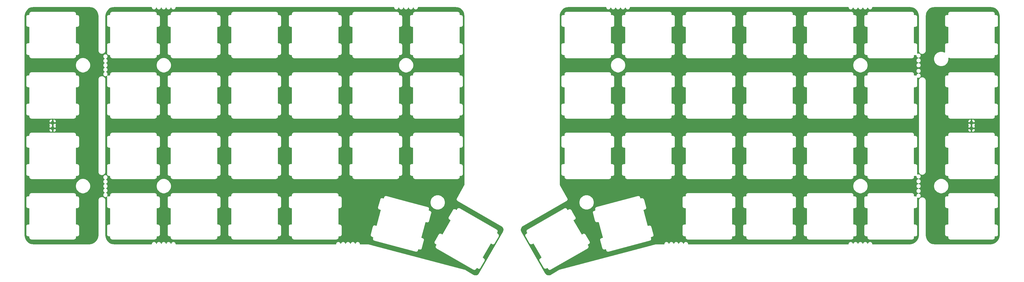
<source format=gbl>
G04 #@! TF.GenerationSoftware,KiCad,Pcbnew,(5.1.4-0-10_14)*
G04 #@! TF.CreationDate,2020-08-09T17:10:10-05:00*
G04 #@! TF.ProjectId,Dori_top_plate,446f7269-5f74-46f7-905f-706c6174652e,rev?*
G04 #@! TF.SameCoordinates,Original*
G04 #@! TF.FileFunction,Copper,L2,Bot*
G04 #@! TF.FilePolarity,Positive*
%FSLAX46Y46*%
G04 Gerber Fmt 4.6, Leading zero omitted, Abs format (unit mm)*
G04 Created by KiCad (PCBNEW (5.1.4-0-10_14)) date 2020-08-09 17:10:10*
%MOMM*%
%LPD*%
G04 APERTURE LIST*
%ADD10C,0.100000*%
%ADD11C,0.950000*%
%ADD12C,0.500000*%
%ADD13C,0.250000*%
%ADD14C,0.254000*%
G04 APERTURE END LIST*
D10*
G36*
X389992029Y-81313644D02*
G01*
X390015084Y-81317063D01*
X390037693Y-81322727D01*
X390059637Y-81330579D01*
X390080707Y-81340544D01*
X390100698Y-81352526D01*
X390119418Y-81366410D01*
X390136688Y-81382062D01*
X390152340Y-81399332D01*
X390166224Y-81418052D01*
X390178206Y-81438043D01*
X390188171Y-81459113D01*
X390196023Y-81481057D01*
X390201687Y-81503666D01*
X390205106Y-81526721D01*
X390206250Y-81550000D01*
X390206250Y-82125000D01*
X390205106Y-82148279D01*
X390201687Y-82171334D01*
X390196023Y-82193943D01*
X390188171Y-82215887D01*
X390178206Y-82236957D01*
X390166224Y-82256948D01*
X390152340Y-82275668D01*
X390136688Y-82292938D01*
X390119418Y-82308590D01*
X390100698Y-82322474D01*
X390080707Y-82334456D01*
X390059637Y-82344421D01*
X390037693Y-82352273D01*
X390015084Y-82357937D01*
X389992029Y-82361356D01*
X389968750Y-82362500D01*
X389493750Y-82362500D01*
X389470471Y-82361356D01*
X389447416Y-82357937D01*
X389424807Y-82352273D01*
X389402863Y-82344421D01*
X389381793Y-82334456D01*
X389361802Y-82322474D01*
X389343082Y-82308590D01*
X389325812Y-82292938D01*
X389310160Y-82275668D01*
X389296276Y-82256948D01*
X389284294Y-82236957D01*
X389274329Y-82215887D01*
X389266477Y-82193943D01*
X389260813Y-82171334D01*
X389257394Y-82148279D01*
X389256250Y-82125000D01*
X389256250Y-81550000D01*
X389257394Y-81526721D01*
X389260813Y-81503666D01*
X389266477Y-81481057D01*
X389274329Y-81459113D01*
X389284294Y-81438043D01*
X389296276Y-81418052D01*
X389310160Y-81399332D01*
X389325812Y-81382062D01*
X389343082Y-81366410D01*
X389361802Y-81352526D01*
X389381793Y-81340544D01*
X389402863Y-81330579D01*
X389424807Y-81322727D01*
X389447416Y-81317063D01*
X389470471Y-81313644D01*
X389493750Y-81312500D01*
X389968750Y-81312500D01*
X389992029Y-81313644D01*
X389992029Y-81313644D01*
G37*
D11*
X389731250Y-81837500D03*
D10*
G36*
X389992029Y-79563644D02*
G01*
X390015084Y-79567063D01*
X390037693Y-79572727D01*
X390059637Y-79580579D01*
X390080707Y-79590544D01*
X390100698Y-79602526D01*
X390119418Y-79616410D01*
X390136688Y-79632062D01*
X390152340Y-79649332D01*
X390166224Y-79668052D01*
X390178206Y-79688043D01*
X390188171Y-79709113D01*
X390196023Y-79731057D01*
X390201687Y-79753666D01*
X390205106Y-79776721D01*
X390206250Y-79800000D01*
X390206250Y-80375000D01*
X390205106Y-80398279D01*
X390201687Y-80421334D01*
X390196023Y-80443943D01*
X390188171Y-80465887D01*
X390178206Y-80486957D01*
X390166224Y-80506948D01*
X390152340Y-80525668D01*
X390136688Y-80542938D01*
X390119418Y-80558590D01*
X390100698Y-80572474D01*
X390080707Y-80584456D01*
X390059637Y-80594421D01*
X390037693Y-80602273D01*
X390015084Y-80607937D01*
X389992029Y-80611356D01*
X389968750Y-80612500D01*
X389493750Y-80612500D01*
X389470471Y-80611356D01*
X389447416Y-80607937D01*
X389424807Y-80602273D01*
X389402863Y-80594421D01*
X389381793Y-80584456D01*
X389361802Y-80572474D01*
X389343082Y-80558590D01*
X389325812Y-80542938D01*
X389310160Y-80525668D01*
X389296276Y-80506948D01*
X389284294Y-80486957D01*
X389274329Y-80465887D01*
X389266477Y-80443943D01*
X389260813Y-80421334D01*
X389257394Y-80398279D01*
X389256250Y-80375000D01*
X389256250Y-79800000D01*
X389257394Y-79776721D01*
X389260813Y-79753666D01*
X389266477Y-79731057D01*
X389274329Y-79709113D01*
X389284294Y-79688043D01*
X389296276Y-79668052D01*
X389310160Y-79649332D01*
X389325812Y-79632062D01*
X389343082Y-79616410D01*
X389361802Y-79602526D01*
X389381793Y-79590544D01*
X389402863Y-79580579D01*
X389424807Y-79572727D01*
X389447416Y-79567063D01*
X389470471Y-79563644D01*
X389493750Y-79562500D01*
X389968750Y-79562500D01*
X389992029Y-79563644D01*
X389992029Y-79563644D01*
G37*
D11*
X389731250Y-80087500D03*
D10*
G36*
X101067029Y-81313644D02*
G01*
X101090084Y-81317063D01*
X101112693Y-81322727D01*
X101134637Y-81330579D01*
X101155707Y-81340544D01*
X101175698Y-81352526D01*
X101194418Y-81366410D01*
X101211688Y-81382062D01*
X101227340Y-81399332D01*
X101241224Y-81418052D01*
X101253206Y-81438043D01*
X101263171Y-81459113D01*
X101271023Y-81481057D01*
X101276687Y-81503666D01*
X101280106Y-81526721D01*
X101281250Y-81550000D01*
X101281250Y-82125000D01*
X101280106Y-82148279D01*
X101276687Y-82171334D01*
X101271023Y-82193943D01*
X101263171Y-82215887D01*
X101253206Y-82236957D01*
X101241224Y-82256948D01*
X101227340Y-82275668D01*
X101211688Y-82292938D01*
X101194418Y-82308590D01*
X101175698Y-82322474D01*
X101155707Y-82334456D01*
X101134637Y-82344421D01*
X101112693Y-82352273D01*
X101090084Y-82357937D01*
X101067029Y-82361356D01*
X101043750Y-82362500D01*
X100568750Y-82362500D01*
X100545471Y-82361356D01*
X100522416Y-82357937D01*
X100499807Y-82352273D01*
X100477863Y-82344421D01*
X100456793Y-82334456D01*
X100436802Y-82322474D01*
X100418082Y-82308590D01*
X100400812Y-82292938D01*
X100385160Y-82275668D01*
X100371276Y-82256948D01*
X100359294Y-82236957D01*
X100349329Y-82215887D01*
X100341477Y-82193943D01*
X100335813Y-82171334D01*
X100332394Y-82148279D01*
X100331250Y-82125000D01*
X100331250Y-81550000D01*
X100332394Y-81526721D01*
X100335813Y-81503666D01*
X100341477Y-81481057D01*
X100349329Y-81459113D01*
X100359294Y-81438043D01*
X100371276Y-81418052D01*
X100385160Y-81399332D01*
X100400812Y-81382062D01*
X100418082Y-81366410D01*
X100436802Y-81352526D01*
X100456793Y-81340544D01*
X100477863Y-81330579D01*
X100499807Y-81322727D01*
X100522416Y-81317063D01*
X100545471Y-81313644D01*
X100568750Y-81312500D01*
X101043750Y-81312500D01*
X101067029Y-81313644D01*
X101067029Y-81313644D01*
G37*
D11*
X100806250Y-81837500D03*
D10*
G36*
X101067029Y-79563644D02*
G01*
X101090084Y-79567063D01*
X101112693Y-79572727D01*
X101134637Y-79580579D01*
X101155707Y-79590544D01*
X101175698Y-79602526D01*
X101194418Y-79616410D01*
X101211688Y-79632062D01*
X101227340Y-79649332D01*
X101241224Y-79668052D01*
X101253206Y-79688043D01*
X101263171Y-79709113D01*
X101271023Y-79731057D01*
X101276687Y-79753666D01*
X101280106Y-79776721D01*
X101281250Y-79800000D01*
X101281250Y-80375000D01*
X101280106Y-80398279D01*
X101276687Y-80421334D01*
X101271023Y-80443943D01*
X101263171Y-80465887D01*
X101253206Y-80486957D01*
X101241224Y-80506948D01*
X101227340Y-80525668D01*
X101211688Y-80542938D01*
X101194418Y-80558590D01*
X101175698Y-80572474D01*
X101155707Y-80584456D01*
X101134637Y-80594421D01*
X101112693Y-80602273D01*
X101090084Y-80607937D01*
X101067029Y-80611356D01*
X101043750Y-80612500D01*
X100568750Y-80612500D01*
X100545471Y-80611356D01*
X100522416Y-80607937D01*
X100499807Y-80602273D01*
X100477863Y-80594421D01*
X100456793Y-80584456D01*
X100436802Y-80572474D01*
X100418082Y-80558590D01*
X100400812Y-80542938D01*
X100385160Y-80525668D01*
X100371276Y-80506948D01*
X100359294Y-80486957D01*
X100349329Y-80465887D01*
X100341477Y-80443943D01*
X100335813Y-80421334D01*
X100332394Y-80398279D01*
X100331250Y-80375000D01*
X100331250Y-79800000D01*
X100332394Y-79776721D01*
X100335813Y-79753666D01*
X100341477Y-79731057D01*
X100349329Y-79709113D01*
X100359294Y-79688043D01*
X100371276Y-79668052D01*
X100385160Y-79649332D01*
X100400812Y-79632062D01*
X100418082Y-79616410D01*
X100436802Y-79602526D01*
X100456793Y-79590544D01*
X100477863Y-79580579D01*
X100499807Y-79572727D01*
X100522416Y-79567063D01*
X100545471Y-79563644D01*
X100568750Y-79562500D01*
X101043750Y-79562500D01*
X101067029Y-79563644D01*
X101067029Y-79563644D01*
G37*
D11*
X100806250Y-80087500D03*
D12*
X100806250Y-78978125D03*
X389731250Y-78978125D03*
D13*
X100806250Y-80087500D02*
X100806250Y-78978125D01*
X389731250Y-80087500D02*
X389731250Y-78978125D01*
D14*
G36*
X350981250Y-43732778D02*
G01*
X351011109Y-43882893D01*
X351069681Y-44024298D01*
X351154714Y-44151559D01*
X351262941Y-44259786D01*
X351390202Y-44344819D01*
X351531607Y-44403391D01*
X351681722Y-44433250D01*
X351834778Y-44433250D01*
X351984893Y-44403391D01*
X352126298Y-44344819D01*
X352253559Y-44259786D01*
X352361786Y-44151559D01*
X352446819Y-44024298D01*
X352505391Y-43882893D01*
X352520250Y-43808190D01*
X352535109Y-43882893D01*
X352593681Y-44024298D01*
X352678714Y-44151559D01*
X352786941Y-44259786D01*
X352914202Y-44344819D01*
X353055607Y-44403391D01*
X353205722Y-44433250D01*
X353358778Y-44433250D01*
X353508893Y-44403391D01*
X353650298Y-44344819D01*
X353777559Y-44259786D01*
X353885786Y-44151559D01*
X353970819Y-44024298D01*
X354029391Y-43882893D01*
X354044250Y-43808190D01*
X354059109Y-43882893D01*
X354117681Y-44024298D01*
X354202714Y-44151559D01*
X354310941Y-44259786D01*
X354438202Y-44344819D01*
X354579607Y-44403391D01*
X354729722Y-44433250D01*
X354882778Y-44433250D01*
X355032893Y-44403391D01*
X355174298Y-44344819D01*
X355301559Y-44259786D01*
X355409786Y-44151559D01*
X355494819Y-44024298D01*
X355553391Y-43882893D01*
X355568250Y-43808190D01*
X355583109Y-43882893D01*
X355641681Y-44024298D01*
X355726714Y-44151559D01*
X355834941Y-44259786D01*
X355962202Y-44344819D01*
X356103607Y-44403391D01*
X356253722Y-44433250D01*
X356406778Y-44433250D01*
X356556893Y-44403391D01*
X356698298Y-44344819D01*
X356825559Y-44259786D01*
X356933786Y-44151559D01*
X357018819Y-44024298D01*
X357077391Y-43882893D01*
X357092250Y-43808190D01*
X357107109Y-43882893D01*
X357165681Y-44024298D01*
X357250714Y-44151559D01*
X357358941Y-44259786D01*
X357486202Y-44344819D01*
X357627607Y-44403391D01*
X357777722Y-44433250D01*
X357930778Y-44433250D01*
X358080893Y-44403391D01*
X358222298Y-44344819D01*
X358349559Y-44259786D01*
X358457786Y-44151559D01*
X358542819Y-44024298D01*
X358601391Y-43882893D01*
X358631250Y-43732778D01*
X358631250Y-43649208D01*
X358735487Y-43659428D01*
X358755253Y-43661375D01*
X370264719Y-43661375D01*
X370822612Y-43716077D01*
X371340345Y-43872390D01*
X371817860Y-44126289D01*
X372236968Y-44468104D01*
X372581700Y-44884815D01*
X372838925Y-45360543D01*
X372998848Y-45877172D01*
X373057371Y-46433972D01*
X373057375Y-46435156D01*
X373057376Y-57296747D01*
X373059371Y-57317002D01*
X373059371Y-57327307D01*
X373059957Y-57332889D01*
X373077218Y-57486768D01*
X373084799Y-57522430D01*
X373091870Y-57558145D01*
X373093530Y-57563507D01*
X373140349Y-57711102D01*
X373154707Y-57744603D01*
X373168588Y-57778280D01*
X373171258Y-57783218D01*
X373245854Y-57918907D01*
X373266427Y-57948952D01*
X373286600Y-57979316D01*
X373290179Y-57983641D01*
X373389709Y-58102258D01*
X373415761Y-58127770D01*
X373441416Y-58153605D01*
X373445760Y-58157147D01*
X373445764Y-58157151D01*
X373445766Y-58157152D01*
X373566441Y-58254177D01*
X373596939Y-58274134D01*
X373627135Y-58294502D01*
X373632086Y-58297134D01*
X373632090Y-58297137D01*
X373632094Y-58297139D01*
X373769314Y-58368875D01*
X373803076Y-58382516D01*
X373836682Y-58396643D01*
X373842056Y-58398265D01*
X373990599Y-58441984D01*
X374026402Y-58448814D01*
X374062080Y-58456138D01*
X374067664Y-58456685D01*
X374067666Y-58456685D01*
X374221872Y-58470719D01*
X374258269Y-58470465D01*
X374294742Y-58470720D01*
X374300329Y-58470172D01*
X374454323Y-58453986D01*
X374490029Y-58446656D01*
X374525802Y-58439833D01*
X374531174Y-58438211D01*
X374531180Y-58438209D01*
X374679094Y-58392422D01*
X374712659Y-58378313D01*
X374746464Y-58364655D01*
X374751420Y-58362019D01*
X374887628Y-58288372D01*
X374917832Y-58267999D01*
X374948324Y-58248046D01*
X374952674Y-58244498D01*
X375071982Y-58145797D01*
X375097661Y-58119938D01*
X375123685Y-58094454D01*
X375127263Y-58090129D01*
X375225129Y-57970133D01*
X375245280Y-57939804D01*
X375265878Y-57909722D01*
X375268544Y-57904789D01*
X375268547Y-57904785D01*
X375268549Y-57904781D01*
X375341241Y-57768066D01*
X375355123Y-57734387D01*
X375369479Y-57700892D01*
X375371136Y-57695536D01*
X375371139Y-57695529D01*
X375371140Y-57695522D01*
X375415893Y-57547295D01*
X375422968Y-57511566D01*
X375430546Y-57475915D01*
X375431132Y-57470332D01*
X375446242Y-57316228D01*
X375446242Y-57316223D01*
X375448159Y-57296773D01*
X375448873Y-46454048D01*
X375503577Y-45896138D01*
X375659890Y-45378405D01*
X375913789Y-44900890D01*
X376255604Y-44481782D01*
X376672315Y-44137050D01*
X377148043Y-43879825D01*
X377664672Y-43719902D01*
X378221472Y-43661379D01*
X378222695Y-43661375D01*
X395664719Y-43661375D01*
X396222612Y-43716077D01*
X396740345Y-43872390D01*
X397217860Y-44126289D01*
X397636968Y-44468104D01*
X397981700Y-44884815D01*
X398238925Y-45360543D01*
X398398848Y-45877172D01*
X398457371Y-46433972D01*
X398457376Y-46435483D01*
X398457375Y-115470969D01*
X398402673Y-116028862D01*
X398246360Y-116546595D01*
X397992460Y-117024112D01*
X397650644Y-117443221D01*
X397233937Y-117787949D01*
X396758211Y-118045174D01*
X396241578Y-118205098D01*
X395684778Y-118263621D01*
X395683555Y-118263625D01*
X378241531Y-118263625D01*
X377683638Y-118208923D01*
X377165905Y-118052610D01*
X376688388Y-117798710D01*
X376269279Y-117456894D01*
X375924551Y-117040187D01*
X375667326Y-116564461D01*
X375507402Y-116047828D01*
X375448879Y-115491028D01*
X375448875Y-115489713D01*
X375448875Y-104628253D01*
X375446879Y-104607988D01*
X375446879Y-104597693D01*
X375446292Y-104592111D01*
X375429032Y-104438232D01*
X375421448Y-104402556D01*
X375414380Y-104366856D01*
X375412720Y-104361494D01*
X375365901Y-104213898D01*
X375351543Y-104180397D01*
X375337662Y-104146720D01*
X375334992Y-104141782D01*
X375260395Y-104006092D01*
X375239800Y-103976014D01*
X375219649Y-103945684D01*
X375216071Y-103941359D01*
X375216070Y-103941357D01*
X375216066Y-103941353D01*
X375116540Y-103822742D01*
X375090508Y-103797249D01*
X375064835Y-103771396D01*
X375060485Y-103767848D01*
X374996649Y-103716523D01*
X381304250Y-103716523D01*
X381304251Y-106358478D01*
X381306027Y-106376515D01*
X381306015Y-106378293D01*
X381306596Y-106384227D01*
X381309630Y-106413092D01*
X381310429Y-106421207D01*
X381310511Y-106421478D01*
X381312716Y-106442456D01*
X381320508Y-106480416D01*
X381327751Y-106518384D01*
X381329473Y-106524091D01*
X381346788Y-106580024D01*
X381361788Y-106615707D01*
X381376284Y-106651585D01*
X381379082Y-106656849D01*
X381406931Y-106708352D01*
X381428561Y-106740419D01*
X381449763Y-106772819D01*
X381453531Y-106777439D01*
X381490852Y-106822552D01*
X381518320Y-106849829D01*
X381545391Y-106877473D01*
X381549979Y-106881268D01*
X381549984Y-106881273D01*
X381549989Y-106881277D01*
X381595358Y-106918279D01*
X381627633Y-106939723D01*
X381659520Y-106961556D01*
X381664764Y-106964392D01*
X381664770Y-106964396D01*
X381664777Y-106964399D01*
X381716461Y-106991881D01*
X381752264Y-107006638D01*
X381787816Y-107021876D01*
X381793511Y-107023639D01*
X381849562Y-107040562D01*
X381887549Y-107048084D01*
X381925386Y-107056126D01*
X381931306Y-107056748D01*
X381931311Y-107056749D01*
X381931315Y-107056749D01*
X381988240Y-107062330D01*
X382010272Y-107064500D01*
X382304250Y-107064500D01*
X382304251Y-112010500D01*
X381910272Y-112010500D01*
X381892291Y-112012271D01*
X381891156Y-112012263D01*
X381885222Y-112012844D01*
X381866608Y-112014800D01*
X381847543Y-112016678D01*
X381846907Y-112016871D01*
X381846402Y-112016924D01*
X381808508Y-112024702D01*
X381770477Y-112031957D01*
X381764770Y-112033680D01*
X381727482Y-112045222D01*
X381691790Y-112060226D01*
X381655924Y-112074716D01*
X381650659Y-112077515D01*
X381616323Y-112096080D01*
X381584233Y-112117725D01*
X381551846Y-112138919D01*
X381547237Y-112142678D01*
X381547234Y-112142680D01*
X381547232Y-112142683D01*
X381547226Y-112142687D01*
X381517151Y-112167568D01*
X381489873Y-112195038D01*
X381462232Y-112222106D01*
X381458432Y-112226700D01*
X381433762Y-112256949D01*
X381412329Y-112289209D01*
X381390484Y-112321112D01*
X381387648Y-112326356D01*
X381369323Y-112360820D01*
X381354564Y-112396627D01*
X381339330Y-112432172D01*
X381337566Y-112437867D01*
X381326284Y-112475234D01*
X381318762Y-112513224D01*
X381310720Y-112551056D01*
X381310435Y-112553772D01*
X381310428Y-112553794D01*
X381310364Y-112554447D01*
X381310097Y-112556985D01*
X381306360Y-112595102D01*
X381304250Y-112616523D01*
X381304251Y-115258478D01*
X381306027Y-115276515D01*
X381306015Y-115278293D01*
X381306596Y-115284227D01*
X381309630Y-115313092D01*
X381310429Y-115321207D01*
X381310511Y-115321478D01*
X381312716Y-115342456D01*
X381320508Y-115380416D01*
X381327751Y-115418384D01*
X381329473Y-115424091D01*
X381346788Y-115480024D01*
X381361788Y-115515707D01*
X381376284Y-115551585D01*
X381379082Y-115556849D01*
X381406931Y-115608352D01*
X381428561Y-115640419D01*
X381449763Y-115672819D01*
X381453531Y-115677439D01*
X381490852Y-115722552D01*
X381518320Y-115749829D01*
X381545391Y-115777473D01*
X381549979Y-115781268D01*
X381549984Y-115781273D01*
X381549989Y-115781277D01*
X381595358Y-115818279D01*
X381627633Y-115839723D01*
X381659520Y-115861556D01*
X381664764Y-115864392D01*
X381664770Y-115864396D01*
X381664777Y-115864399D01*
X381716461Y-115891881D01*
X381752264Y-115906638D01*
X381787816Y-115921876D01*
X381793511Y-115923639D01*
X381849562Y-115940562D01*
X381887549Y-115948084D01*
X381925386Y-115956126D01*
X381931306Y-115956748D01*
X381931311Y-115956749D01*
X381931315Y-115956749D01*
X381988240Y-115962330D01*
X382010272Y-115964500D01*
X382304250Y-115964500D01*
X382304250Y-116258477D01*
X382306027Y-116276523D01*
X382306015Y-116278293D01*
X382306596Y-116284227D01*
X382309615Y-116312956D01*
X382310428Y-116321206D01*
X382310512Y-116321481D01*
X382312716Y-116342456D01*
X382320508Y-116380416D01*
X382327751Y-116418384D01*
X382329473Y-116424091D01*
X382346788Y-116480024D01*
X382361788Y-116515707D01*
X382376284Y-116551585D01*
X382379082Y-116556849D01*
X382406931Y-116608352D01*
X382428561Y-116640419D01*
X382449763Y-116672819D01*
X382453531Y-116677439D01*
X382490852Y-116722552D01*
X382518320Y-116749829D01*
X382545391Y-116777473D01*
X382549979Y-116781268D01*
X382549984Y-116781273D01*
X382549989Y-116781277D01*
X382595358Y-116818279D01*
X382627633Y-116839723D01*
X382659520Y-116861556D01*
X382664764Y-116864392D01*
X382664770Y-116864396D01*
X382664777Y-116864399D01*
X382716461Y-116891881D01*
X382752264Y-116906638D01*
X382787816Y-116921876D01*
X382793511Y-116923639D01*
X382849562Y-116940562D01*
X382887549Y-116948084D01*
X382925386Y-116956126D01*
X382931306Y-116956748D01*
X382931311Y-116956749D01*
X382931315Y-116956749D01*
X382988240Y-116962330D01*
X383010272Y-116964500D01*
X396452228Y-116964500D01*
X396470274Y-116962723D01*
X396472043Y-116962735D01*
X396477977Y-116962154D01*
X396506691Y-116959136D01*
X396514957Y-116958322D01*
X396515233Y-116958238D01*
X396536206Y-116956034D01*
X396574166Y-116948242D01*
X396612134Y-116940999D01*
X396617841Y-116939277D01*
X396673774Y-116921962D01*
X396709457Y-116906962D01*
X396745335Y-116892466D01*
X396750599Y-116889668D01*
X396802102Y-116861819D01*
X396834169Y-116840189D01*
X396866569Y-116818987D01*
X396871189Y-116815219D01*
X396916302Y-116777898D01*
X396943579Y-116750430D01*
X396971223Y-116723359D01*
X396975021Y-116718768D01*
X396975023Y-116718766D01*
X396975027Y-116718761D01*
X397012029Y-116673392D01*
X397033473Y-116641117D01*
X397055306Y-116609230D01*
X397058142Y-116603986D01*
X397058146Y-116603980D01*
X397058149Y-116603973D01*
X397085631Y-116552289D01*
X397100388Y-116516486D01*
X397115626Y-116480934D01*
X397117389Y-116475239D01*
X397134312Y-116419188D01*
X397141834Y-116381201D01*
X397149876Y-116343364D01*
X397150498Y-116337444D01*
X397150499Y-116337439D01*
X397150499Y-116337435D01*
X397156121Y-116280096D01*
X397158250Y-116258478D01*
X397158250Y-115964500D01*
X397552228Y-115964500D01*
X397570209Y-115962729D01*
X397571344Y-115962737D01*
X397577278Y-115962156D01*
X397595892Y-115960200D01*
X397614957Y-115958322D01*
X397615593Y-115958129D01*
X397616098Y-115958076D01*
X397653986Y-115950299D01*
X397692023Y-115943043D01*
X397697731Y-115941320D01*
X397735018Y-115929778D01*
X397770741Y-115914761D01*
X397806577Y-115900283D01*
X397811841Y-115897485D01*
X397846177Y-115878920D01*
X397878267Y-115857275D01*
X397910654Y-115836081D01*
X397915263Y-115832322D01*
X397915266Y-115832320D01*
X397915268Y-115832317D01*
X397915274Y-115832313D01*
X397945349Y-115807432D01*
X397972630Y-115779960D01*
X398000267Y-115752894D01*
X398004068Y-115748300D01*
X398028738Y-115718052D01*
X398050168Y-115685797D01*
X398072016Y-115653888D01*
X398074852Y-115648644D01*
X398093177Y-115614180D01*
X398107936Y-115578373D01*
X398123170Y-115542828D01*
X398124934Y-115537133D01*
X398136216Y-115499766D01*
X398143744Y-115461747D01*
X398151779Y-115423945D01*
X398152065Y-115421232D01*
X398152072Y-115421207D01*
X398152143Y-115420482D01*
X398152403Y-115418015D01*
X398156212Y-115379168D01*
X398158250Y-115358478D01*
X398158250Y-112716522D01*
X398156473Y-112698476D01*
X398156485Y-112696707D01*
X398155904Y-112690773D01*
X398152886Y-112662059D01*
X398152072Y-112653793D01*
X398151988Y-112653517D01*
X398149784Y-112632544D01*
X398142006Y-112594652D01*
X398134750Y-112556617D01*
X398133027Y-112550909D01*
X398115713Y-112494977D01*
X398100701Y-112459265D01*
X398086217Y-112423416D01*
X398083418Y-112418151D01*
X398055570Y-112366648D01*
X398033907Y-112334531D01*
X398012737Y-112302181D01*
X398008969Y-112297560D01*
X397971648Y-112252448D01*
X397944196Y-112225187D01*
X397917109Y-112197527D01*
X397912515Y-112193727D01*
X397867142Y-112156722D01*
X397834893Y-112135295D01*
X397802980Y-112113444D01*
X397797736Y-112110608D01*
X397797730Y-112110604D01*
X397797723Y-112110601D01*
X397746040Y-112083120D01*
X397710255Y-112068370D01*
X397674684Y-112053124D01*
X397668989Y-112051361D01*
X397612938Y-112034438D01*
X397574944Y-112026915D01*
X397537114Y-112018874D01*
X397531195Y-112018252D01*
X397531189Y-112018251D01*
X397531184Y-112018251D01*
X397474265Y-112012670D01*
X397452228Y-112010500D01*
X397158250Y-112010500D01*
X397158250Y-107064500D01*
X397552228Y-107064500D01*
X397570209Y-107062729D01*
X397571344Y-107062737D01*
X397577278Y-107062156D01*
X397595892Y-107060200D01*
X397614957Y-107058322D01*
X397615593Y-107058129D01*
X397616098Y-107058076D01*
X397653986Y-107050299D01*
X397692023Y-107043043D01*
X397697731Y-107041320D01*
X397735018Y-107029778D01*
X397770741Y-107014761D01*
X397806577Y-107000283D01*
X397811841Y-106997485D01*
X397846177Y-106978920D01*
X397878267Y-106957275D01*
X397910654Y-106936081D01*
X397915263Y-106932322D01*
X397915266Y-106932320D01*
X397915268Y-106932317D01*
X397915274Y-106932313D01*
X397945349Y-106907432D01*
X397972630Y-106879960D01*
X398000267Y-106852894D01*
X398004068Y-106848300D01*
X398028738Y-106818052D01*
X398050168Y-106785797D01*
X398072016Y-106753888D01*
X398074852Y-106748644D01*
X398093177Y-106714180D01*
X398107936Y-106678373D01*
X398123170Y-106642828D01*
X398124934Y-106637133D01*
X398136216Y-106599766D01*
X398143744Y-106561747D01*
X398151779Y-106523945D01*
X398152065Y-106521232D01*
X398152072Y-106521207D01*
X398152143Y-106520482D01*
X398152403Y-106518015D01*
X398156212Y-106479168D01*
X398158250Y-106458478D01*
X398158250Y-103816522D01*
X398156473Y-103798476D01*
X398156485Y-103796707D01*
X398155904Y-103790773D01*
X398152886Y-103762059D01*
X398152072Y-103753793D01*
X398151988Y-103753517D01*
X398149784Y-103732544D01*
X398142006Y-103694652D01*
X398134750Y-103656617D01*
X398133027Y-103650909D01*
X398115713Y-103594977D01*
X398100701Y-103559265D01*
X398086217Y-103523416D01*
X398083418Y-103518151D01*
X398055570Y-103466648D01*
X398033907Y-103434531D01*
X398012737Y-103402181D01*
X398008969Y-103397560D01*
X397971648Y-103352448D01*
X397944196Y-103325187D01*
X397917109Y-103297527D01*
X397912515Y-103293727D01*
X397867142Y-103256722D01*
X397834893Y-103235295D01*
X397802980Y-103213444D01*
X397797736Y-103210608D01*
X397797730Y-103210604D01*
X397797723Y-103210601D01*
X397746040Y-103183120D01*
X397710255Y-103168370D01*
X397674684Y-103153124D01*
X397668989Y-103151361D01*
X397612938Y-103134438D01*
X397574944Y-103126915D01*
X397537114Y-103118874D01*
X397531195Y-103118252D01*
X397531189Y-103118251D01*
X397531184Y-103118251D01*
X397474265Y-103112670D01*
X397452228Y-103110500D01*
X397158250Y-103110500D01*
X397158250Y-102816522D01*
X397156473Y-102798476D01*
X397156485Y-102796707D01*
X397155904Y-102790773D01*
X397152886Y-102762059D01*
X397152072Y-102753793D01*
X397151988Y-102753517D01*
X397149784Y-102732544D01*
X397142006Y-102694652D01*
X397134750Y-102656617D01*
X397133027Y-102650909D01*
X397115713Y-102594977D01*
X397100701Y-102559265D01*
X397086217Y-102523416D01*
X397083418Y-102518151D01*
X397055570Y-102466648D01*
X397033907Y-102434531D01*
X397012737Y-102402181D01*
X397008969Y-102397560D01*
X396971648Y-102352448D01*
X396944196Y-102325187D01*
X396917109Y-102297527D01*
X396912515Y-102293727D01*
X396867142Y-102256722D01*
X396834893Y-102235295D01*
X396802980Y-102213444D01*
X396797736Y-102210608D01*
X396797730Y-102210604D01*
X396797723Y-102210601D01*
X396746040Y-102183120D01*
X396710255Y-102168370D01*
X396674684Y-102153124D01*
X396668989Y-102151361D01*
X396612938Y-102134438D01*
X396574944Y-102126915D01*
X396537114Y-102118874D01*
X396531195Y-102118252D01*
X396531189Y-102118251D01*
X396531184Y-102118251D01*
X396474265Y-102112670D01*
X396452228Y-102110500D01*
X383010272Y-102110500D01*
X382992226Y-102112277D01*
X382990457Y-102112265D01*
X382984523Y-102112846D01*
X382955809Y-102115864D01*
X382947543Y-102116678D01*
X382947267Y-102116762D01*
X382926294Y-102118966D01*
X382888402Y-102126744D01*
X382850367Y-102134000D01*
X382844659Y-102135723D01*
X382788727Y-102153037D01*
X382753015Y-102168049D01*
X382717166Y-102182533D01*
X382711901Y-102185332D01*
X382660398Y-102213180D01*
X382628281Y-102234843D01*
X382595931Y-102256013D01*
X382591310Y-102259781D01*
X382546198Y-102297102D01*
X382518937Y-102324554D01*
X382491277Y-102351641D01*
X382487477Y-102356235D01*
X382450472Y-102401608D01*
X382429045Y-102433857D01*
X382407194Y-102465770D01*
X382404358Y-102471014D01*
X382404354Y-102471020D01*
X382404351Y-102471027D01*
X382376870Y-102522710D01*
X382362120Y-102558495D01*
X382346874Y-102594066D01*
X382345111Y-102599761D01*
X382328188Y-102655812D01*
X382320665Y-102693806D01*
X382312624Y-102731636D01*
X382312002Y-102737555D01*
X382312001Y-102737561D01*
X382312001Y-102737566D01*
X382306382Y-102794875D01*
X382304250Y-102816522D01*
X382304250Y-103110500D01*
X381910272Y-103110500D01*
X381892291Y-103112271D01*
X381891156Y-103112263D01*
X381885222Y-103112844D01*
X381866608Y-103114800D01*
X381847543Y-103116678D01*
X381846907Y-103116871D01*
X381846402Y-103116924D01*
X381808508Y-103124702D01*
X381770477Y-103131957D01*
X381764770Y-103133680D01*
X381727482Y-103145222D01*
X381691790Y-103160226D01*
X381655924Y-103174716D01*
X381650659Y-103177515D01*
X381616323Y-103196080D01*
X381584233Y-103217725D01*
X381551846Y-103238919D01*
X381547237Y-103242678D01*
X381547234Y-103242680D01*
X381547232Y-103242683D01*
X381547226Y-103242687D01*
X381517151Y-103267568D01*
X381489873Y-103295038D01*
X381462232Y-103322106D01*
X381458432Y-103326700D01*
X381433762Y-103356949D01*
X381412329Y-103389209D01*
X381390484Y-103421112D01*
X381387648Y-103426356D01*
X381369323Y-103460820D01*
X381354564Y-103496627D01*
X381339330Y-103532172D01*
X381337566Y-103537867D01*
X381326284Y-103575234D01*
X381318762Y-103613224D01*
X381310720Y-103651056D01*
X381310435Y-103653772D01*
X381310428Y-103653794D01*
X381310364Y-103654447D01*
X381310097Y-103656985D01*
X381306393Y-103694759D01*
X381304250Y-103716523D01*
X374996649Y-103716523D01*
X374939809Y-103670823D01*
X374909311Y-103650866D01*
X374879115Y-103630498D01*
X374874159Y-103627862D01*
X374736936Y-103556125D01*
X374703186Y-103542489D01*
X374669568Y-103528357D01*
X374664194Y-103526735D01*
X374515651Y-103483016D01*
X374479880Y-103476192D01*
X374444170Y-103468862D01*
X374438583Y-103468314D01*
X374284378Y-103454281D01*
X374247981Y-103454535D01*
X374211507Y-103454280D01*
X374205921Y-103454828D01*
X374051926Y-103471014D01*
X374016207Y-103478346D01*
X373980448Y-103485167D01*
X373975078Y-103486789D01*
X373975072Y-103486790D01*
X373975066Y-103486792D01*
X373827156Y-103532578D01*
X373793572Y-103546695D01*
X373759785Y-103560346D01*
X373754829Y-103562981D01*
X373618622Y-103636628D01*
X373588440Y-103656986D01*
X373557926Y-103676954D01*
X373553576Y-103680502D01*
X373434268Y-103779203D01*
X373408589Y-103805062D01*
X373382565Y-103830546D01*
X373378987Y-103834871D01*
X373281121Y-103954866D01*
X373260946Y-103985232D01*
X373240373Y-104015278D01*
X373237703Y-104020216D01*
X373165009Y-104156934D01*
X373151133Y-104190599D01*
X373136771Y-104224107D01*
X373135114Y-104229464D01*
X373135111Y-104229471D01*
X373135110Y-104229478D01*
X373090357Y-104377705D01*
X373083282Y-104413434D01*
X373075704Y-104449085D01*
X373075118Y-104454668D01*
X373064221Y-104565805D01*
X373063193Y-104569194D01*
X373057376Y-104628253D01*
X373057375Y-115470969D01*
X373002673Y-116028862D01*
X372846360Y-116546595D01*
X372592460Y-117024112D01*
X372250644Y-117443221D01*
X371833937Y-117787949D01*
X371358211Y-118045174D01*
X370841578Y-118205098D01*
X370284778Y-118263621D01*
X370283555Y-118263625D01*
X358755253Y-118263625D01*
X358737920Y-118265332D01*
X358733025Y-118265298D01*
X358727439Y-118265846D01*
X358631250Y-118275956D01*
X358631250Y-118192222D01*
X358601391Y-118042107D01*
X358542819Y-117900702D01*
X358457786Y-117773441D01*
X358349559Y-117665214D01*
X358222298Y-117580181D01*
X358080893Y-117521609D01*
X357930778Y-117491750D01*
X357777722Y-117491750D01*
X357627607Y-117521609D01*
X357486202Y-117580181D01*
X357358941Y-117665214D01*
X357250714Y-117773441D01*
X357165681Y-117900702D01*
X357107109Y-118042107D01*
X357092250Y-118116810D01*
X357077391Y-118042107D01*
X357018819Y-117900702D01*
X356933786Y-117773441D01*
X356825559Y-117665214D01*
X356698298Y-117580181D01*
X356556893Y-117521609D01*
X356406778Y-117491750D01*
X356253722Y-117491750D01*
X356103607Y-117521609D01*
X355962202Y-117580181D01*
X355834941Y-117665214D01*
X355726714Y-117773441D01*
X355641681Y-117900702D01*
X355583109Y-118042107D01*
X355568250Y-118116810D01*
X355553391Y-118042107D01*
X355494819Y-117900702D01*
X355409786Y-117773441D01*
X355301559Y-117665214D01*
X355174298Y-117580181D01*
X355032893Y-117521609D01*
X354882778Y-117491750D01*
X354729722Y-117491750D01*
X354579607Y-117521609D01*
X354438202Y-117580181D01*
X354310941Y-117665214D01*
X354202714Y-117773441D01*
X354117681Y-117900702D01*
X354059109Y-118042107D01*
X354044250Y-118116810D01*
X354029391Y-118042107D01*
X353970819Y-117900702D01*
X353885786Y-117773441D01*
X353777559Y-117665214D01*
X353650298Y-117580181D01*
X353508893Y-117521609D01*
X353358778Y-117491750D01*
X353205722Y-117491750D01*
X353055607Y-117521609D01*
X352914202Y-117580181D01*
X352786941Y-117665214D01*
X352678714Y-117773441D01*
X352593681Y-117900702D01*
X352535109Y-118042107D01*
X352520250Y-118116810D01*
X352505391Y-118042107D01*
X352446819Y-117900702D01*
X352361786Y-117773441D01*
X352253559Y-117665214D01*
X352126298Y-117580181D01*
X351984893Y-117521609D01*
X351834778Y-117491750D01*
X351681722Y-117491750D01*
X351531607Y-117521609D01*
X351390202Y-117580181D01*
X351262941Y-117665214D01*
X351154714Y-117773441D01*
X351069681Y-117900702D01*
X351011109Y-118042107D01*
X350981250Y-118192222D01*
X350981250Y-118275793D01*
X350877013Y-118265572D01*
X350857247Y-118263625D01*
X300811503Y-118263625D01*
X300794170Y-118265332D01*
X300789275Y-118265298D01*
X300783689Y-118265846D01*
X300687500Y-118275956D01*
X300687500Y-118192222D01*
X300657641Y-118042107D01*
X300599069Y-117900702D01*
X300514036Y-117773441D01*
X300405809Y-117665214D01*
X300278548Y-117580181D01*
X300137143Y-117521609D01*
X299987028Y-117491750D01*
X299833972Y-117491750D01*
X299683857Y-117521609D01*
X299542452Y-117580181D01*
X299415191Y-117665214D01*
X299306964Y-117773441D01*
X299221931Y-117900702D01*
X299163359Y-118042107D01*
X299148500Y-118116810D01*
X299133641Y-118042107D01*
X299075069Y-117900702D01*
X298990036Y-117773441D01*
X298881809Y-117665214D01*
X298754548Y-117580181D01*
X298613143Y-117521609D01*
X298463028Y-117491750D01*
X298309972Y-117491750D01*
X298159857Y-117521609D01*
X298018452Y-117580181D01*
X297891191Y-117665214D01*
X297782964Y-117773441D01*
X297697931Y-117900702D01*
X297639359Y-118042107D01*
X297624500Y-118116810D01*
X297609641Y-118042107D01*
X297551069Y-117900702D01*
X297466036Y-117773441D01*
X297357809Y-117665214D01*
X297230548Y-117580181D01*
X297089143Y-117521609D01*
X296939028Y-117491750D01*
X296785972Y-117491750D01*
X296635857Y-117521609D01*
X296494452Y-117580181D01*
X296367191Y-117665214D01*
X296258964Y-117773441D01*
X296173931Y-117900702D01*
X296115359Y-118042107D01*
X296100500Y-118116810D01*
X296085641Y-118042107D01*
X296027069Y-117900702D01*
X295942036Y-117773441D01*
X295833809Y-117665214D01*
X295706548Y-117580181D01*
X295565143Y-117521609D01*
X295415028Y-117491750D01*
X295261972Y-117491750D01*
X295111857Y-117521609D01*
X294970452Y-117580181D01*
X294843191Y-117665214D01*
X294734964Y-117773441D01*
X294649931Y-117900702D01*
X294591359Y-118042107D01*
X294576500Y-118116810D01*
X294561641Y-118042107D01*
X294503069Y-117900702D01*
X294418036Y-117773441D01*
X294309809Y-117665214D01*
X294182548Y-117580181D01*
X294041143Y-117521609D01*
X293891028Y-117491750D01*
X293737972Y-117491750D01*
X293587857Y-117521609D01*
X293446452Y-117580181D01*
X293319191Y-117665214D01*
X293210964Y-117773441D01*
X293125931Y-117900702D01*
X293067359Y-118042107D01*
X293037500Y-118192222D01*
X293037500Y-118275793D01*
X292932979Y-118265544D01*
X292932978Y-118265544D01*
X292913867Y-118263644D01*
X290520138Y-118261438D01*
X290487858Y-118260239D01*
X290461069Y-118264541D01*
X290434060Y-118267176D01*
X290403128Y-118276527D01*
X260251211Y-126213436D01*
X260216296Y-126221950D01*
X260194972Y-126231872D01*
X260172939Y-126240055D01*
X260142380Y-126258871D01*
X257374390Y-127894502D01*
X257149283Y-127990104D01*
X256922450Y-128037534D01*
X256690733Y-128040003D01*
X256462945Y-127997417D01*
X256247761Y-127911396D01*
X256053393Y-127785222D01*
X255877274Y-127614017D01*
X255854357Y-127585247D01*
X248942538Y-115554685D01*
X249274741Y-115554685D01*
X249274907Y-115560645D01*
X249276269Y-115599654D01*
X249281394Y-115638066D01*
X249285970Y-115676443D01*
X249287290Y-115682257D01*
X249296203Y-115720259D01*
X249308677Y-115756901D01*
X249320636Y-115793706D01*
X249321746Y-115796199D01*
X249321751Y-115796221D01*
X249322019Y-115796812D01*
X249323061Y-115799153D01*
X249339186Y-115834700D01*
X249347766Y-115853635D01*
X250668743Y-118141636D01*
X250679304Y-118156375D01*
X250680177Y-118157911D01*
X250683648Y-118162759D01*
X250700530Y-118185996D01*
X250705457Y-118192872D01*
X250705671Y-118193072D01*
X250718062Y-118210128D01*
X250743792Y-118239109D01*
X250769049Y-118268369D01*
X250773386Y-118272443D01*
X250773390Y-118272447D01*
X250773394Y-118272450D01*
X250773395Y-118272451D01*
X250816355Y-118312232D01*
X250847186Y-118335634D01*
X250877677Y-118359456D01*
X250882729Y-118362613D01*
X250882735Y-118362617D01*
X250882741Y-118362620D01*
X250932601Y-118393294D01*
X250967376Y-118410255D01*
X251001929Y-118427709D01*
X251007502Y-118429826D01*
X251062380Y-118450235D01*
X251099816Y-118460126D01*
X251137072Y-118470528D01*
X251142951Y-118471523D01*
X251200747Y-118480884D01*
X251239376Y-118483314D01*
X251277964Y-118486283D01*
X251283924Y-118486117D01*
X251342438Y-118484073D01*
X251380818Y-118478951D01*
X251419223Y-118474372D01*
X251425037Y-118473051D01*
X251425040Y-118473050D01*
X251425042Y-118473050D01*
X251425044Y-118473049D01*
X251482040Y-118459681D01*
X251518676Y-118447209D01*
X251555483Y-118435250D01*
X251560926Y-118432826D01*
X251560930Y-118432825D01*
X251560934Y-118432823D01*
X251613751Y-118408864D01*
X251633186Y-118400058D01*
X251887780Y-118253068D01*
X254360780Y-122536432D01*
X254019585Y-122733421D01*
X254004913Y-122743935D01*
X254003907Y-122744506D01*
X253999059Y-122747977D01*
X253983810Y-122759056D01*
X253968349Y-122770135D01*
X253967897Y-122770618D01*
X253967481Y-122770920D01*
X253938531Y-122796623D01*
X253909246Y-122821902D01*
X253905164Y-122826248D01*
X253878644Y-122854887D01*
X253855245Y-122885714D01*
X253831418Y-122916211D01*
X253828258Y-122921267D01*
X253807805Y-122954514D01*
X253790816Y-122989346D01*
X253773392Y-123023840D01*
X253771274Y-123029413D01*
X253757668Y-123065998D01*
X253747778Y-123103429D01*
X253737373Y-123140699D01*
X253736381Y-123146564D01*
X253736380Y-123146569D01*
X253736380Y-123146574D01*
X253736379Y-123146578D01*
X253730139Y-123185109D01*
X253727708Y-123223760D01*
X253724741Y-123262311D01*
X253724907Y-123268271D01*
X253726269Y-123307280D01*
X253731394Y-123345692D01*
X253735970Y-123384069D01*
X253737290Y-123389883D01*
X253746203Y-123427885D01*
X253758677Y-123464527D01*
X253770636Y-123501332D01*
X253771746Y-123503825D01*
X253771751Y-123503847D01*
X253772019Y-123504438D01*
X253773061Y-123506779D01*
X253789186Y-123542326D01*
X253797766Y-123561261D01*
X255118743Y-125849262D01*
X255129304Y-125864001D01*
X255130177Y-125865537D01*
X255133648Y-125870385D01*
X255150530Y-125893622D01*
X255155457Y-125900498D01*
X255155671Y-125900698D01*
X255168062Y-125917754D01*
X255193792Y-125946735D01*
X255219049Y-125975995D01*
X255223386Y-125980069D01*
X255223390Y-125980073D01*
X255223394Y-125980076D01*
X255223395Y-125980077D01*
X255266355Y-126019858D01*
X255297186Y-126043260D01*
X255327677Y-126067082D01*
X255332729Y-126070239D01*
X255332735Y-126070243D01*
X255332741Y-126070246D01*
X255382601Y-126100920D01*
X255417376Y-126117881D01*
X255451929Y-126135335D01*
X255457502Y-126137452D01*
X255512380Y-126157861D01*
X255549816Y-126167752D01*
X255587072Y-126178154D01*
X255592951Y-126179149D01*
X255650747Y-126188510D01*
X255689376Y-126190940D01*
X255727964Y-126193909D01*
X255733924Y-126193743D01*
X255792438Y-126191699D01*
X255830818Y-126186577D01*
X255869223Y-126181998D01*
X255875037Y-126180677D01*
X255875040Y-126180676D01*
X255875042Y-126180676D01*
X255875044Y-126180675D01*
X255932040Y-126167307D01*
X255968676Y-126154835D01*
X256005483Y-126142876D01*
X256010926Y-126140452D01*
X256010930Y-126140451D01*
X256010934Y-126140449D01*
X256063751Y-126116490D01*
X256083186Y-126107684D01*
X256337780Y-125960694D01*
X256484769Y-126215287D01*
X256495324Y-126230017D01*
X256496202Y-126231562D01*
X256499673Y-126236410D01*
X256516692Y-126259835D01*
X256521484Y-126266523D01*
X256521692Y-126266717D01*
X256534087Y-126283779D01*
X256559817Y-126312760D01*
X256585074Y-126342020D01*
X256589411Y-126346094D01*
X256589415Y-126346098D01*
X256589419Y-126346101D01*
X256589420Y-126346102D01*
X256632380Y-126385883D01*
X256663211Y-126409285D01*
X256693702Y-126433107D01*
X256698754Y-126436264D01*
X256698760Y-126436268D01*
X256698766Y-126436271D01*
X256748626Y-126466945D01*
X256783401Y-126483906D01*
X256817954Y-126501360D01*
X256823527Y-126503477D01*
X256878405Y-126523886D01*
X256915834Y-126533775D01*
X256953099Y-126544180D01*
X256958974Y-126545174D01*
X256958978Y-126545174D01*
X257016774Y-126554535D01*
X257055426Y-126556967D01*
X257093983Y-126559934D01*
X257099943Y-126559768D01*
X257099946Y-126559768D01*
X257158457Y-126557725D01*
X257196844Y-126552603D01*
X257235249Y-126548024D01*
X257241055Y-126546705D01*
X257241061Y-126546704D01*
X257241066Y-126546702D01*
X257298066Y-126533333D01*
X257334702Y-126520861D01*
X257371509Y-126508902D01*
X257376952Y-126506478D01*
X257376956Y-126506477D01*
X257376960Y-126506475D01*
X257430275Y-126482290D01*
X257430278Y-126482288D01*
X257449212Y-126473709D01*
X269090287Y-119752732D01*
X269105024Y-119742172D01*
X269106562Y-119741298D01*
X269111410Y-119737827D01*
X269134734Y-119720882D01*
X269141523Y-119716017D01*
X269141720Y-119715806D01*
X269158779Y-119703413D01*
X269187760Y-119677683D01*
X269217020Y-119652426D01*
X269221094Y-119648089D01*
X269221098Y-119648085D01*
X269221102Y-119648080D01*
X269260883Y-119605120D01*
X269284285Y-119574289D01*
X269308107Y-119543798D01*
X269311266Y-119538742D01*
X269311268Y-119538740D01*
X269311271Y-119538734D01*
X269341945Y-119488874D01*
X269358906Y-119454099D01*
X269376360Y-119419546D01*
X269378477Y-119413973D01*
X269398886Y-119359095D01*
X269408775Y-119321666D01*
X269419180Y-119284401D01*
X269420174Y-119278523D01*
X269429535Y-119220726D01*
X269431967Y-119182077D01*
X269434934Y-119143518D01*
X269434768Y-119137558D01*
X269432725Y-119079043D01*
X269427604Y-119040660D01*
X269423024Y-119002251D01*
X269421703Y-118996437D01*
X269408333Y-118939434D01*
X269395849Y-118902763D01*
X269383901Y-118865991D01*
X269381477Y-118860544D01*
X269357290Y-118807225D01*
X269348709Y-118788287D01*
X269201719Y-118533694D01*
X269542915Y-118336706D01*
X269557599Y-118326184D01*
X269558593Y-118325619D01*
X269563441Y-118322149D01*
X269578660Y-118311092D01*
X269594151Y-118299991D01*
X269594603Y-118299508D01*
X269595019Y-118299206D01*
X269623963Y-118273508D01*
X269653254Y-118248225D01*
X269657335Y-118243879D01*
X269683856Y-118215239D01*
X269707269Y-118184393D01*
X269731082Y-118153914D01*
X269734242Y-118148858D01*
X269754695Y-118115612D01*
X269771677Y-118080793D01*
X269789108Y-118046286D01*
X269791226Y-118040713D01*
X269804832Y-118004128D01*
X269814722Y-117966697D01*
X269825127Y-117929427D01*
X269826119Y-117923562D01*
X269826120Y-117923557D01*
X269826121Y-117923548D01*
X269832361Y-117885017D01*
X269834792Y-117846366D01*
X269837759Y-117807815D01*
X269837593Y-117801856D01*
X269836231Y-117762846D01*
X269831107Y-117724438D01*
X269826530Y-117686057D01*
X269825210Y-117680243D01*
X269816297Y-117642241D01*
X269803816Y-117605577D01*
X269791864Y-117568793D01*
X269790754Y-117566301D01*
X269790749Y-117566278D01*
X269790467Y-117565655D01*
X269789439Y-117563347D01*
X269773314Y-117527800D01*
X269764734Y-117508864D01*
X268443756Y-115220864D01*
X268433199Y-115206132D01*
X268432323Y-115204589D01*
X268428853Y-115199741D01*
X268411886Y-115176388D01*
X268407042Y-115169628D01*
X268406831Y-115169430D01*
X268394438Y-115152373D01*
X268368725Y-115123411D01*
X268343451Y-115094131D01*
X268339105Y-115090049D01*
X268296145Y-115050268D01*
X268265314Y-115026866D01*
X268234823Y-115003044D01*
X268229767Y-114999884D01*
X268179899Y-114969206D01*
X268145137Y-114952251D01*
X268110571Y-114934791D01*
X268104997Y-114932674D01*
X268050120Y-114912265D01*
X268012674Y-114902371D01*
X267975427Y-114891972D01*
X267969549Y-114890977D01*
X267911753Y-114881616D01*
X267873124Y-114879186D01*
X267834536Y-114876217D01*
X267828577Y-114876383D01*
X267770062Y-114878427D01*
X267731686Y-114883548D01*
X267693277Y-114888128D01*
X267687463Y-114889449D01*
X267630460Y-114902819D01*
X267593789Y-114915303D01*
X267557017Y-114927251D01*
X267551570Y-114929675D01*
X267498741Y-114953640D01*
X267479314Y-114962442D01*
X267224721Y-115109431D01*
X264751719Y-110826069D01*
X265092915Y-110629080D01*
X265107599Y-110618558D01*
X265108593Y-110617993D01*
X265113441Y-110614523D01*
X265128660Y-110603466D01*
X265144151Y-110592365D01*
X265144603Y-110591882D01*
X265145019Y-110591580D01*
X265173963Y-110565882D01*
X265203254Y-110540599D01*
X265207335Y-110536253D01*
X265233856Y-110507613D01*
X265257269Y-110476767D01*
X265281082Y-110446288D01*
X265284242Y-110441232D01*
X265304695Y-110407986D01*
X265321677Y-110373167D01*
X265339108Y-110338660D01*
X265341226Y-110333087D01*
X265354832Y-110296502D01*
X265364722Y-110259071D01*
X265375127Y-110221801D01*
X265376119Y-110215936D01*
X265376120Y-110215931D01*
X265376121Y-110215922D01*
X265382361Y-110177391D01*
X265384792Y-110138740D01*
X265387759Y-110100189D01*
X265387593Y-110094230D01*
X265386231Y-110055220D01*
X265381107Y-110016812D01*
X265376530Y-109978431D01*
X265375210Y-109972617D01*
X265366297Y-109934615D01*
X265353817Y-109897955D01*
X265341864Y-109861167D01*
X265340754Y-109858675D01*
X265340749Y-109858652D01*
X265340467Y-109858029D01*
X265339439Y-109855721D01*
X265323314Y-109820174D01*
X265314734Y-109801238D01*
X264468208Y-108335012D01*
X270532029Y-108335012D01*
X270534594Y-108373627D01*
X270536619Y-108412274D01*
X270537047Y-108414976D01*
X270537046Y-108414994D01*
X270537130Y-108415501D01*
X270537551Y-108418163D01*
X270543926Y-108456672D01*
X270543929Y-108456684D01*
X270547314Y-108477185D01*
X271231101Y-111029119D01*
X271237489Y-111046093D01*
X271237936Y-111047807D01*
X271240034Y-111053388D01*
X271250329Y-111080207D01*
X271253304Y-111088111D01*
X271253459Y-111088360D01*
X271261017Y-111108049D01*
X271278342Y-111142646D01*
X271295186Y-111177490D01*
X271298328Y-111182557D01*
X271329527Y-111232101D01*
X271353257Y-111262695D01*
X271376540Y-111293592D01*
X271380597Y-111297943D01*
X271380603Y-111297950D01*
X271380609Y-111297955D01*
X271420834Y-111340493D01*
X271450056Y-111365896D01*
X271478894Y-111391679D01*
X271483729Y-111395167D01*
X271531455Y-111429084D01*
X271565053Y-111448326D01*
X271598348Y-111468016D01*
X271603769Y-111470498D01*
X271657173Y-111494499D01*
X271693849Y-111506843D01*
X271730357Y-111519699D01*
X271736154Y-111521080D01*
X271736156Y-111521081D01*
X271736158Y-111521081D01*
X271793206Y-111534252D01*
X271831623Y-111539241D01*
X271869892Y-111544756D01*
X271875846Y-111544985D01*
X271875849Y-111544985D01*
X271934370Y-111546824D01*
X271973012Y-111544257D01*
X272011635Y-111542233D01*
X272017524Y-111541301D01*
X272075288Y-111531738D01*
X272075293Y-111531737D01*
X272095799Y-111528351D01*
X272379760Y-111452263D01*
X273659879Y-116229734D01*
X273279326Y-116331703D01*
X273262425Y-116338064D01*
X273261318Y-116338352D01*
X273255737Y-116340449D01*
X273238208Y-116347178D01*
X273220333Y-116353905D01*
X273219769Y-116354256D01*
X273219297Y-116354437D01*
X273184695Y-116371763D01*
X273149846Y-116388610D01*
X273144787Y-116391747D01*
X273144781Y-116391750D01*
X273144776Y-116391754D01*
X273111749Y-116412552D01*
X273081167Y-116436273D01*
X273050258Y-116459566D01*
X273045898Y-116463631D01*
X273017537Y-116490451D01*
X272992131Y-116519677D01*
X272966352Y-116548510D01*
X272962865Y-116553345D01*
X272940254Y-116585162D01*
X272921016Y-116618753D01*
X272901318Y-116652062D01*
X272898836Y-116657483D01*
X272882836Y-116693086D01*
X272870489Y-116729775D01*
X272857641Y-116766259D01*
X272856259Y-116772058D01*
X272847478Y-116810092D01*
X272842489Y-116848502D01*
X272836973Y-116886781D01*
X272836744Y-116892739D01*
X272835518Y-116931752D01*
X272838083Y-116970367D01*
X272840108Y-117009014D01*
X272840536Y-117011716D01*
X272840535Y-117011734D01*
X272840619Y-117012241D01*
X272841040Y-117014903D01*
X272847415Y-117053412D01*
X272847418Y-117053425D01*
X272850803Y-117073924D01*
X273534591Y-119625859D01*
X273540979Y-119642833D01*
X273541426Y-119644547D01*
X273543524Y-119650128D01*
X273553819Y-119676947D01*
X273556794Y-119684851D01*
X273556949Y-119685100D01*
X273564507Y-119704789D01*
X273581832Y-119739386D01*
X273598676Y-119774230D01*
X273601818Y-119779297D01*
X273633017Y-119828841D01*
X273656747Y-119859435D01*
X273680030Y-119890332D01*
X273684087Y-119894683D01*
X273684093Y-119894690D01*
X273684099Y-119894695D01*
X273724324Y-119937233D01*
X273753546Y-119962636D01*
X273782384Y-119988419D01*
X273787219Y-119991907D01*
X273834945Y-120025824D01*
X273868543Y-120045066D01*
X273901838Y-120064756D01*
X273907259Y-120067238D01*
X273960663Y-120091239D01*
X273997339Y-120103583D01*
X274033847Y-120116439D01*
X274039644Y-120117820D01*
X274039646Y-120117821D01*
X274039648Y-120117821D01*
X274096696Y-120130992D01*
X274135113Y-120135981D01*
X274173382Y-120141496D01*
X274179336Y-120141725D01*
X274179339Y-120141725D01*
X274237860Y-120143564D01*
X274276502Y-120140997D01*
X274315125Y-120138973D01*
X274321014Y-120138041D01*
X274378778Y-120128478D01*
X274378786Y-120128476D01*
X274399287Y-120125091D01*
X274683249Y-120049003D01*
X274759337Y-120332965D01*
X274765721Y-120349927D01*
X274766169Y-120351647D01*
X274768266Y-120357228D01*
X274778658Y-120384301D01*
X274781540Y-120391958D01*
X274781690Y-120392199D01*
X274789248Y-120411889D01*
X274806592Y-120446524D01*
X274823422Y-120481338D01*
X274826563Y-120486405D01*
X274857763Y-120535950D01*
X274881497Y-120566547D01*
X274904778Y-120597442D01*
X274908844Y-120601803D01*
X274949073Y-120644343D01*
X274978266Y-120669719D01*
X275007126Y-120695523D01*
X275011961Y-120699010D01*
X275059686Y-120732927D01*
X275093283Y-120752169D01*
X275126582Y-120771862D01*
X275131993Y-120774339D01*
X275132001Y-120774344D01*
X275132009Y-120774347D01*
X275185407Y-120798345D01*
X275222076Y-120810686D01*
X275258592Y-120823545D01*
X275264385Y-120824925D01*
X275264390Y-120824927D01*
X275264395Y-120824928D01*
X275321442Y-120838098D01*
X275359833Y-120843084D01*
X275398119Y-120848602D01*
X275404076Y-120848831D01*
X275404084Y-120848832D01*
X275404092Y-120848831D01*
X275462597Y-120850671D01*
X275501277Y-120848103D01*
X275539869Y-120846080D01*
X275545743Y-120845150D01*
X275545749Y-120845150D01*
X275545754Y-120845149D01*
X275545758Y-120845148D01*
X275603522Y-120835585D01*
X275603539Y-120835581D01*
X275624032Y-120832197D01*
X288607965Y-117353164D01*
X288624935Y-117346777D01*
X288626647Y-117346331D01*
X288632228Y-117344234D01*
X288659212Y-117333876D01*
X288666957Y-117330961D01*
X288667201Y-117330810D01*
X288686889Y-117323252D01*
X288721524Y-117305908D01*
X288756338Y-117289078D01*
X288761401Y-117285940D01*
X288761407Y-117285936D01*
X288810950Y-117254737D01*
X288841547Y-117231003D01*
X288872442Y-117207722D01*
X288876803Y-117203656D01*
X288919343Y-117163427D01*
X288944719Y-117134234D01*
X288970523Y-117105374D01*
X288974010Y-117100539D01*
X289007927Y-117052814D01*
X289027169Y-117019217D01*
X289046862Y-116985918D01*
X289049339Y-116980507D01*
X289049344Y-116980499D01*
X289049347Y-116980491D01*
X289073345Y-116927093D01*
X289085686Y-116890424D01*
X289098545Y-116853908D01*
X289099927Y-116848108D01*
X289113098Y-116791058D01*
X289118084Y-116752667D01*
X289123602Y-116714381D01*
X289123831Y-116708423D01*
X289123832Y-116708416D01*
X289123831Y-116708408D01*
X289125671Y-116649903D01*
X289123103Y-116611223D01*
X289121080Y-116572631D01*
X289120150Y-116566757D01*
X289120150Y-116566751D01*
X289120148Y-116566742D01*
X289110585Y-116508978D01*
X289110581Y-116508963D01*
X289107197Y-116488467D01*
X289031111Y-116204505D01*
X289411665Y-116102536D01*
X289428558Y-116096178D01*
X289429671Y-116095888D01*
X289435252Y-116093790D01*
X289452833Y-116087041D01*
X289470657Y-116080333D01*
X289471217Y-116079985D01*
X289471693Y-116079802D01*
X289506299Y-116062473D01*
X289541144Y-116045628D01*
X289546211Y-116042487D01*
X289579242Y-116021687D01*
X289609851Y-115997944D01*
X289640731Y-115974674D01*
X289645092Y-115970608D01*
X289673452Y-115943789D01*
X289698858Y-115914563D01*
X289724637Y-115885730D01*
X289728124Y-115880895D01*
X289750735Y-115849078D01*
X289769986Y-115815465D01*
X289789666Y-115782187D01*
X289792149Y-115776767D01*
X289808150Y-115741164D01*
X289820510Y-115704438D01*
X289833351Y-115667971D01*
X289834733Y-115662171D01*
X289843513Y-115624138D01*
X289848502Y-115585726D01*
X289854016Y-115547459D01*
X289854245Y-115541502D01*
X289854246Y-115541496D01*
X289854245Y-115541488D01*
X289855471Y-115502488D01*
X289852906Y-115463873D01*
X289850881Y-115425226D01*
X289850453Y-115422524D01*
X289850454Y-115422505D01*
X289850366Y-115421975D01*
X289849949Y-115419337D01*
X289843574Y-115380828D01*
X289843571Y-115380818D01*
X289840186Y-115360314D01*
X289156398Y-112808382D01*
X289150013Y-112791418D01*
X289149564Y-112789693D01*
X289147466Y-112784112D01*
X289137117Y-112757153D01*
X289134195Y-112749389D01*
X289134043Y-112749144D01*
X289126483Y-112729451D01*
X289109158Y-112694854D01*
X289092314Y-112660010D01*
X289089172Y-112654943D01*
X289057973Y-112605399D01*
X289034243Y-112574805D01*
X289010960Y-112543908D01*
X289006903Y-112539557D01*
X289006897Y-112539550D01*
X289006891Y-112539545D01*
X288966665Y-112497007D01*
X288937463Y-112471621D01*
X288908606Y-112445821D01*
X288903776Y-112442337D01*
X288903771Y-112442333D01*
X288903766Y-112442330D01*
X288856045Y-112408416D01*
X288822405Y-112389150D01*
X288789151Y-112369484D01*
X288783731Y-112367001D01*
X288730327Y-112343001D01*
X288693663Y-112330662D01*
X288657144Y-112317801D01*
X288651344Y-112316419D01*
X288594294Y-112303248D01*
X288555883Y-112298259D01*
X288517609Y-112292744D01*
X288511654Y-112292515D01*
X288511651Y-112292515D01*
X288453130Y-112290676D01*
X288414488Y-112293243D01*
X288375865Y-112295267D01*
X288369976Y-112296199D01*
X288312212Y-112305762D01*
X288312207Y-112305763D01*
X288291701Y-112309149D01*
X288007740Y-112385237D01*
X286727620Y-107607766D01*
X287108174Y-107505797D01*
X287125068Y-107499439D01*
X287126181Y-107499149D01*
X287131762Y-107497051D01*
X287149265Y-107490332D01*
X287167167Y-107483595D01*
X287167731Y-107483244D01*
X287168203Y-107483063D01*
X287202809Y-107465734D01*
X287237654Y-107448889D01*
X287242721Y-107445748D01*
X287275752Y-107424948D01*
X287306351Y-107401213D01*
X287337242Y-107377934D01*
X287341602Y-107373869D01*
X287369963Y-107347049D01*
X287395369Y-107317823D01*
X287421148Y-107288990D01*
X287424635Y-107284155D01*
X287447246Y-107252338D01*
X287466484Y-107218747D01*
X287486182Y-107185438D01*
X287488664Y-107180017D01*
X287504664Y-107144414D01*
X287517014Y-107107715D01*
X287529859Y-107071241D01*
X287531241Y-107065441D01*
X287531242Y-107065438D01*
X287531244Y-107065431D01*
X287531245Y-107065424D01*
X287540022Y-107027408D01*
X287545010Y-106989003D01*
X287550527Y-106950719D01*
X287550756Y-106944762D01*
X287551982Y-106905748D01*
X287549417Y-106867133D01*
X287547392Y-106828486D01*
X287546964Y-106825784D01*
X287546965Y-106825766D01*
X287546881Y-106825259D01*
X287546460Y-106822597D01*
X287540085Y-106784088D01*
X287540082Y-106784076D01*
X287536697Y-106763575D01*
X286852908Y-104211642D01*
X286846523Y-104194678D01*
X286846074Y-104192953D01*
X286843976Y-104187372D01*
X286833627Y-104160413D01*
X286830705Y-104152649D01*
X286830553Y-104152404D01*
X286822993Y-104132711D01*
X286805668Y-104098114D01*
X286788824Y-104063270D01*
X286785682Y-104058203D01*
X286754483Y-104008659D01*
X286730753Y-103978065D01*
X286707470Y-103947168D01*
X286703413Y-103942817D01*
X286703407Y-103942810D01*
X286703401Y-103942805D01*
X286663175Y-103900267D01*
X286633973Y-103874881D01*
X286605116Y-103849081D01*
X286600286Y-103845597D01*
X286600281Y-103845593D01*
X286600276Y-103845590D01*
X286552555Y-103811676D01*
X286518915Y-103792410D01*
X286485661Y-103772744D01*
X286480241Y-103770261D01*
X286426837Y-103746261D01*
X286390173Y-103733922D01*
X286353654Y-103721061D01*
X286347854Y-103719679D01*
X286334184Y-103716523D01*
X298754250Y-103716523D01*
X298754251Y-106358478D01*
X298756027Y-106376515D01*
X298756015Y-106378293D01*
X298756596Y-106384227D01*
X298759630Y-106413092D01*
X298760429Y-106421207D01*
X298760511Y-106421478D01*
X298762716Y-106442456D01*
X298770508Y-106480416D01*
X298777751Y-106518384D01*
X298779473Y-106524091D01*
X298796788Y-106580024D01*
X298811788Y-106615707D01*
X298826284Y-106651585D01*
X298829082Y-106656849D01*
X298856931Y-106708352D01*
X298878561Y-106740419D01*
X298899763Y-106772819D01*
X298903531Y-106777439D01*
X298940852Y-106822552D01*
X298968320Y-106849829D01*
X298995391Y-106877473D01*
X298999979Y-106881268D01*
X298999984Y-106881273D01*
X298999989Y-106881277D01*
X299045358Y-106918279D01*
X299077633Y-106939723D01*
X299109520Y-106961556D01*
X299114764Y-106964392D01*
X299114770Y-106964396D01*
X299114777Y-106964399D01*
X299166461Y-106991881D01*
X299202264Y-107006638D01*
X299237816Y-107021876D01*
X299243511Y-107023639D01*
X299299562Y-107040562D01*
X299337549Y-107048084D01*
X299375386Y-107056126D01*
X299381306Y-107056748D01*
X299381311Y-107056749D01*
X299381315Y-107056749D01*
X299438240Y-107062330D01*
X299460272Y-107064500D01*
X299754250Y-107064500D01*
X299754251Y-112010500D01*
X299360272Y-112010500D01*
X299342291Y-112012271D01*
X299341156Y-112012263D01*
X299335222Y-112012844D01*
X299316608Y-112014800D01*
X299297543Y-112016678D01*
X299296907Y-112016871D01*
X299296402Y-112016924D01*
X299258508Y-112024702D01*
X299220477Y-112031957D01*
X299214770Y-112033680D01*
X299177482Y-112045222D01*
X299141790Y-112060226D01*
X299105924Y-112074716D01*
X299100659Y-112077515D01*
X299066323Y-112096080D01*
X299034233Y-112117725D01*
X299001846Y-112138919D01*
X298997237Y-112142678D01*
X298997234Y-112142680D01*
X298997232Y-112142683D01*
X298997226Y-112142687D01*
X298967151Y-112167568D01*
X298939873Y-112195038D01*
X298912232Y-112222106D01*
X298908432Y-112226700D01*
X298883762Y-112256949D01*
X298862329Y-112289209D01*
X298840484Y-112321112D01*
X298837648Y-112326356D01*
X298819323Y-112360820D01*
X298804564Y-112396627D01*
X298789330Y-112432172D01*
X298787566Y-112437867D01*
X298776284Y-112475234D01*
X298768762Y-112513224D01*
X298760720Y-112551056D01*
X298760435Y-112553772D01*
X298760428Y-112553794D01*
X298760364Y-112554447D01*
X298760097Y-112556985D01*
X298756360Y-112595102D01*
X298754250Y-112616523D01*
X298754251Y-115258478D01*
X298756027Y-115276515D01*
X298756015Y-115278293D01*
X298756596Y-115284227D01*
X298759630Y-115313092D01*
X298760429Y-115321207D01*
X298760511Y-115321478D01*
X298762716Y-115342456D01*
X298770508Y-115380416D01*
X298777751Y-115418384D01*
X298779473Y-115424091D01*
X298796788Y-115480024D01*
X298811788Y-115515707D01*
X298826284Y-115551585D01*
X298829082Y-115556849D01*
X298856931Y-115608352D01*
X298878561Y-115640419D01*
X298899763Y-115672819D01*
X298903531Y-115677439D01*
X298940852Y-115722552D01*
X298968320Y-115749829D01*
X298995391Y-115777473D01*
X298999979Y-115781268D01*
X298999984Y-115781273D01*
X298999989Y-115781277D01*
X299045358Y-115818279D01*
X299077633Y-115839723D01*
X299109520Y-115861556D01*
X299114764Y-115864392D01*
X299114770Y-115864396D01*
X299114777Y-115864399D01*
X299166461Y-115891881D01*
X299202264Y-115906638D01*
X299237816Y-115921876D01*
X299243511Y-115923639D01*
X299299562Y-115940562D01*
X299337549Y-115948084D01*
X299375386Y-115956126D01*
X299381306Y-115956748D01*
X299381311Y-115956749D01*
X299381315Y-115956749D01*
X299438240Y-115962330D01*
X299460272Y-115964500D01*
X299754250Y-115964500D01*
X299754250Y-116258477D01*
X299756027Y-116276523D01*
X299756015Y-116278293D01*
X299756596Y-116284227D01*
X299759615Y-116312956D01*
X299760428Y-116321206D01*
X299760512Y-116321481D01*
X299762716Y-116342456D01*
X299770508Y-116380416D01*
X299777751Y-116418384D01*
X299779473Y-116424091D01*
X299796788Y-116480024D01*
X299811788Y-116515707D01*
X299826284Y-116551585D01*
X299829082Y-116556849D01*
X299856931Y-116608352D01*
X299878561Y-116640419D01*
X299899763Y-116672819D01*
X299903531Y-116677439D01*
X299940852Y-116722552D01*
X299968320Y-116749829D01*
X299995391Y-116777473D01*
X299999979Y-116781268D01*
X299999984Y-116781273D01*
X299999989Y-116781277D01*
X300045358Y-116818279D01*
X300077633Y-116839723D01*
X300109520Y-116861556D01*
X300114764Y-116864392D01*
X300114770Y-116864396D01*
X300114777Y-116864399D01*
X300166461Y-116891881D01*
X300202264Y-116906638D01*
X300237816Y-116921876D01*
X300243511Y-116923639D01*
X300299562Y-116940562D01*
X300337549Y-116948084D01*
X300375386Y-116956126D01*
X300381306Y-116956748D01*
X300381311Y-116956749D01*
X300381315Y-116956749D01*
X300438240Y-116962330D01*
X300460272Y-116964500D01*
X313902228Y-116964500D01*
X313920274Y-116962723D01*
X313922043Y-116962735D01*
X313927977Y-116962154D01*
X313956691Y-116959136D01*
X313964957Y-116958322D01*
X313965233Y-116958238D01*
X313986206Y-116956034D01*
X314024166Y-116948242D01*
X314062134Y-116940999D01*
X314067841Y-116939277D01*
X314123774Y-116921962D01*
X314159457Y-116906962D01*
X314195335Y-116892466D01*
X314200599Y-116889668D01*
X314252102Y-116861819D01*
X314284169Y-116840189D01*
X314316569Y-116818987D01*
X314321189Y-116815219D01*
X314366302Y-116777898D01*
X314393579Y-116750430D01*
X314421223Y-116723359D01*
X314425021Y-116718768D01*
X314425023Y-116718766D01*
X314425027Y-116718761D01*
X314462029Y-116673392D01*
X314483473Y-116641117D01*
X314505306Y-116609230D01*
X314508142Y-116603986D01*
X314508146Y-116603980D01*
X314508149Y-116603973D01*
X314535631Y-116552289D01*
X314550388Y-116516486D01*
X314565626Y-116480934D01*
X314567389Y-116475239D01*
X314584312Y-116419188D01*
X314591834Y-116381201D01*
X314599876Y-116343364D01*
X314600498Y-116337444D01*
X314600499Y-116337439D01*
X314600499Y-116337435D01*
X314606121Y-116280096D01*
X314608250Y-116258478D01*
X314608250Y-115964500D01*
X315002228Y-115964500D01*
X315020209Y-115962729D01*
X315021344Y-115962737D01*
X315027278Y-115962156D01*
X315045892Y-115960200D01*
X315064957Y-115958322D01*
X315065593Y-115958129D01*
X315066098Y-115958076D01*
X315103986Y-115950299D01*
X315142023Y-115943043D01*
X315147731Y-115941320D01*
X315185018Y-115929778D01*
X315220741Y-115914761D01*
X315256577Y-115900283D01*
X315261841Y-115897485D01*
X315296177Y-115878920D01*
X315328267Y-115857275D01*
X315360654Y-115836081D01*
X315365263Y-115832322D01*
X315365266Y-115832320D01*
X315365268Y-115832317D01*
X315365274Y-115832313D01*
X315395349Y-115807432D01*
X315422630Y-115779960D01*
X315450267Y-115752894D01*
X315454068Y-115748300D01*
X315478738Y-115718052D01*
X315500168Y-115685797D01*
X315522016Y-115653888D01*
X315524852Y-115648644D01*
X315543177Y-115614180D01*
X315557936Y-115578373D01*
X315573170Y-115542828D01*
X315574934Y-115537133D01*
X315586216Y-115499766D01*
X315593744Y-115461747D01*
X315601779Y-115423945D01*
X315602065Y-115421232D01*
X315602072Y-115421207D01*
X315602143Y-115420482D01*
X315602403Y-115418015D01*
X315606212Y-115379168D01*
X315608250Y-115358478D01*
X315608250Y-112716522D01*
X315606473Y-112698476D01*
X315606485Y-112696707D01*
X315605904Y-112690773D01*
X315602886Y-112662059D01*
X315602072Y-112653793D01*
X315601988Y-112653517D01*
X315599784Y-112632544D01*
X315592006Y-112594652D01*
X315584750Y-112556617D01*
X315583027Y-112550909D01*
X315565713Y-112494977D01*
X315550701Y-112459265D01*
X315536217Y-112423416D01*
X315533418Y-112418151D01*
X315505570Y-112366648D01*
X315483907Y-112334531D01*
X315462737Y-112302181D01*
X315458969Y-112297560D01*
X315421648Y-112252448D01*
X315394196Y-112225187D01*
X315367109Y-112197527D01*
X315362515Y-112193727D01*
X315317142Y-112156722D01*
X315284893Y-112135295D01*
X315252980Y-112113444D01*
X315247736Y-112110608D01*
X315247730Y-112110604D01*
X315247723Y-112110601D01*
X315196040Y-112083120D01*
X315160255Y-112068370D01*
X315124684Y-112053124D01*
X315118989Y-112051361D01*
X315062938Y-112034438D01*
X315024944Y-112026915D01*
X314987114Y-112018874D01*
X314981195Y-112018252D01*
X314981189Y-112018251D01*
X314981184Y-112018251D01*
X314924265Y-112012670D01*
X314902228Y-112010500D01*
X314608250Y-112010500D01*
X314608250Y-107064500D01*
X315002228Y-107064500D01*
X315020209Y-107062729D01*
X315021344Y-107062737D01*
X315027278Y-107062156D01*
X315045892Y-107060200D01*
X315064957Y-107058322D01*
X315065593Y-107058129D01*
X315066098Y-107058076D01*
X315103986Y-107050299D01*
X315142023Y-107043043D01*
X315147731Y-107041320D01*
X315185018Y-107029778D01*
X315220741Y-107014761D01*
X315256577Y-107000283D01*
X315261841Y-106997485D01*
X315296177Y-106978920D01*
X315328267Y-106957275D01*
X315360654Y-106936081D01*
X315365263Y-106932322D01*
X315365266Y-106932320D01*
X315365268Y-106932317D01*
X315365274Y-106932313D01*
X315395349Y-106907432D01*
X315422630Y-106879960D01*
X315450267Y-106852894D01*
X315454068Y-106848300D01*
X315478738Y-106818052D01*
X315500168Y-106785797D01*
X315522016Y-106753888D01*
X315524852Y-106748644D01*
X315543177Y-106714180D01*
X315557936Y-106678373D01*
X315573170Y-106642828D01*
X315574934Y-106637133D01*
X315586216Y-106599766D01*
X315593744Y-106561747D01*
X315601779Y-106523945D01*
X315602065Y-106521232D01*
X315602072Y-106521207D01*
X315602143Y-106520482D01*
X315602403Y-106518015D01*
X315606212Y-106479168D01*
X315608250Y-106458478D01*
X315608250Y-103816522D01*
X315606473Y-103798476D01*
X315606485Y-103796707D01*
X315605904Y-103790773D01*
X315602886Y-103762059D01*
X315602072Y-103753793D01*
X315601988Y-103753517D01*
X315599784Y-103732544D01*
X315596496Y-103716523D01*
X317804250Y-103716523D01*
X317804251Y-106358478D01*
X317806027Y-106376515D01*
X317806015Y-106378293D01*
X317806596Y-106384227D01*
X317809630Y-106413092D01*
X317810429Y-106421207D01*
X317810511Y-106421478D01*
X317812716Y-106442456D01*
X317820508Y-106480416D01*
X317827751Y-106518384D01*
X317829473Y-106524091D01*
X317846788Y-106580024D01*
X317861788Y-106615707D01*
X317876284Y-106651585D01*
X317879082Y-106656849D01*
X317906931Y-106708352D01*
X317928561Y-106740419D01*
X317949763Y-106772819D01*
X317953531Y-106777439D01*
X317990852Y-106822552D01*
X318018320Y-106849829D01*
X318045391Y-106877473D01*
X318049979Y-106881268D01*
X318049984Y-106881273D01*
X318049989Y-106881277D01*
X318095358Y-106918279D01*
X318127633Y-106939723D01*
X318159520Y-106961556D01*
X318164764Y-106964392D01*
X318164770Y-106964396D01*
X318164777Y-106964399D01*
X318216461Y-106991881D01*
X318252264Y-107006638D01*
X318287816Y-107021876D01*
X318293511Y-107023639D01*
X318349562Y-107040562D01*
X318387549Y-107048084D01*
X318425386Y-107056126D01*
X318431306Y-107056748D01*
X318431311Y-107056749D01*
X318431315Y-107056749D01*
X318488240Y-107062330D01*
X318510272Y-107064500D01*
X318804250Y-107064500D01*
X318804251Y-112010500D01*
X318410272Y-112010500D01*
X318392291Y-112012271D01*
X318391156Y-112012263D01*
X318385222Y-112012844D01*
X318366608Y-112014800D01*
X318347543Y-112016678D01*
X318346907Y-112016871D01*
X318346402Y-112016924D01*
X318308508Y-112024702D01*
X318270477Y-112031957D01*
X318264770Y-112033680D01*
X318227482Y-112045222D01*
X318191790Y-112060226D01*
X318155924Y-112074716D01*
X318150659Y-112077515D01*
X318116323Y-112096080D01*
X318084233Y-112117725D01*
X318051846Y-112138919D01*
X318047237Y-112142678D01*
X318047234Y-112142680D01*
X318047232Y-112142683D01*
X318047226Y-112142687D01*
X318017151Y-112167568D01*
X317989873Y-112195038D01*
X317962232Y-112222106D01*
X317958432Y-112226700D01*
X317933762Y-112256949D01*
X317912329Y-112289209D01*
X317890484Y-112321112D01*
X317887648Y-112326356D01*
X317869323Y-112360820D01*
X317854564Y-112396627D01*
X317839330Y-112432172D01*
X317837566Y-112437867D01*
X317826284Y-112475234D01*
X317818762Y-112513224D01*
X317810720Y-112551056D01*
X317810435Y-112553772D01*
X317810428Y-112553794D01*
X317810364Y-112554447D01*
X317810097Y-112556985D01*
X317806360Y-112595102D01*
X317804250Y-112616523D01*
X317804251Y-115258478D01*
X317806027Y-115276515D01*
X317806015Y-115278293D01*
X317806596Y-115284227D01*
X317809630Y-115313092D01*
X317810429Y-115321207D01*
X317810511Y-115321478D01*
X317812716Y-115342456D01*
X317820508Y-115380416D01*
X317827751Y-115418384D01*
X317829473Y-115424091D01*
X317846788Y-115480024D01*
X317861788Y-115515707D01*
X317876284Y-115551585D01*
X317879082Y-115556849D01*
X317906931Y-115608352D01*
X317928561Y-115640419D01*
X317949763Y-115672819D01*
X317953531Y-115677439D01*
X317990852Y-115722552D01*
X318018320Y-115749829D01*
X318045391Y-115777473D01*
X318049979Y-115781268D01*
X318049984Y-115781273D01*
X318049989Y-115781277D01*
X318095358Y-115818279D01*
X318127633Y-115839723D01*
X318159520Y-115861556D01*
X318164764Y-115864392D01*
X318164770Y-115864396D01*
X318164777Y-115864399D01*
X318216461Y-115891881D01*
X318252264Y-115906638D01*
X318287816Y-115921876D01*
X318293511Y-115923639D01*
X318349562Y-115940562D01*
X318387549Y-115948084D01*
X318425386Y-115956126D01*
X318431306Y-115956748D01*
X318431311Y-115956749D01*
X318431315Y-115956749D01*
X318488240Y-115962330D01*
X318510272Y-115964500D01*
X318804250Y-115964500D01*
X318804250Y-116258477D01*
X318806027Y-116276523D01*
X318806015Y-116278293D01*
X318806596Y-116284227D01*
X318809615Y-116312956D01*
X318810428Y-116321206D01*
X318810512Y-116321481D01*
X318812716Y-116342456D01*
X318820508Y-116380416D01*
X318827751Y-116418384D01*
X318829473Y-116424091D01*
X318846788Y-116480024D01*
X318861788Y-116515707D01*
X318876284Y-116551585D01*
X318879082Y-116556849D01*
X318906931Y-116608352D01*
X318928561Y-116640419D01*
X318949763Y-116672819D01*
X318953531Y-116677439D01*
X318990852Y-116722552D01*
X319018320Y-116749829D01*
X319045391Y-116777473D01*
X319049979Y-116781268D01*
X319049984Y-116781273D01*
X319049989Y-116781277D01*
X319095358Y-116818279D01*
X319127633Y-116839723D01*
X319159520Y-116861556D01*
X319164764Y-116864392D01*
X319164770Y-116864396D01*
X319164777Y-116864399D01*
X319216461Y-116891881D01*
X319252264Y-116906638D01*
X319287816Y-116921876D01*
X319293511Y-116923639D01*
X319349562Y-116940562D01*
X319387549Y-116948084D01*
X319425386Y-116956126D01*
X319431306Y-116956748D01*
X319431311Y-116956749D01*
X319431315Y-116956749D01*
X319488240Y-116962330D01*
X319510272Y-116964500D01*
X332952228Y-116964500D01*
X332970274Y-116962723D01*
X332972043Y-116962735D01*
X332977977Y-116962154D01*
X333006691Y-116959136D01*
X333014957Y-116958322D01*
X333015233Y-116958238D01*
X333036206Y-116956034D01*
X333074166Y-116948242D01*
X333112134Y-116940999D01*
X333117841Y-116939277D01*
X333173774Y-116921962D01*
X333209457Y-116906962D01*
X333245335Y-116892466D01*
X333250599Y-116889668D01*
X333302102Y-116861819D01*
X333334169Y-116840189D01*
X333366569Y-116818987D01*
X333371189Y-116815219D01*
X333416302Y-116777898D01*
X333443579Y-116750430D01*
X333471223Y-116723359D01*
X333475021Y-116718768D01*
X333475023Y-116718766D01*
X333475027Y-116718761D01*
X333512029Y-116673392D01*
X333533473Y-116641117D01*
X333555306Y-116609230D01*
X333558142Y-116603986D01*
X333558146Y-116603980D01*
X333558149Y-116603973D01*
X333585631Y-116552289D01*
X333600388Y-116516486D01*
X333615626Y-116480934D01*
X333617389Y-116475239D01*
X333634312Y-116419188D01*
X333641834Y-116381201D01*
X333649876Y-116343364D01*
X333650498Y-116337444D01*
X333650499Y-116337439D01*
X333650499Y-116337435D01*
X333656121Y-116280096D01*
X333658250Y-116258478D01*
X333658250Y-115964500D01*
X334052228Y-115964500D01*
X334070209Y-115962729D01*
X334071344Y-115962737D01*
X334077278Y-115962156D01*
X334095892Y-115960200D01*
X334114957Y-115958322D01*
X334115593Y-115958129D01*
X334116098Y-115958076D01*
X334153986Y-115950299D01*
X334192023Y-115943043D01*
X334197731Y-115941320D01*
X334235018Y-115929778D01*
X334270741Y-115914761D01*
X334306577Y-115900283D01*
X334311841Y-115897485D01*
X334346177Y-115878920D01*
X334378267Y-115857275D01*
X334410654Y-115836081D01*
X334415263Y-115832322D01*
X334415266Y-115832320D01*
X334415268Y-115832317D01*
X334415274Y-115832313D01*
X334445349Y-115807432D01*
X334472630Y-115779960D01*
X334500267Y-115752894D01*
X334504068Y-115748300D01*
X334528738Y-115718052D01*
X334550168Y-115685797D01*
X334572016Y-115653888D01*
X334574852Y-115648644D01*
X334593177Y-115614180D01*
X334607936Y-115578373D01*
X334623170Y-115542828D01*
X334624934Y-115537133D01*
X334636216Y-115499766D01*
X334643744Y-115461747D01*
X334651779Y-115423945D01*
X334652065Y-115421232D01*
X334652072Y-115421207D01*
X334652143Y-115420482D01*
X334652403Y-115418015D01*
X334656212Y-115379168D01*
X334658250Y-115358478D01*
X334658250Y-112716522D01*
X334656473Y-112698476D01*
X334656485Y-112696707D01*
X334655904Y-112690773D01*
X334652886Y-112662059D01*
X334652072Y-112653793D01*
X334651988Y-112653517D01*
X334649784Y-112632544D01*
X334642006Y-112594652D01*
X334634750Y-112556617D01*
X334633027Y-112550909D01*
X334615713Y-112494977D01*
X334600701Y-112459265D01*
X334586217Y-112423416D01*
X334583418Y-112418151D01*
X334555570Y-112366648D01*
X334533907Y-112334531D01*
X334512737Y-112302181D01*
X334508969Y-112297560D01*
X334471648Y-112252448D01*
X334444196Y-112225187D01*
X334417109Y-112197527D01*
X334412515Y-112193727D01*
X334367142Y-112156722D01*
X334334893Y-112135295D01*
X334302980Y-112113444D01*
X334297736Y-112110608D01*
X334297730Y-112110604D01*
X334297723Y-112110601D01*
X334246040Y-112083120D01*
X334210255Y-112068370D01*
X334174684Y-112053124D01*
X334168989Y-112051361D01*
X334112938Y-112034438D01*
X334074944Y-112026915D01*
X334037114Y-112018874D01*
X334031195Y-112018252D01*
X334031189Y-112018251D01*
X334031184Y-112018251D01*
X333974265Y-112012670D01*
X333952228Y-112010500D01*
X333658250Y-112010500D01*
X333658250Y-107064500D01*
X334052228Y-107064500D01*
X334070209Y-107062729D01*
X334071344Y-107062737D01*
X334077278Y-107062156D01*
X334095892Y-107060200D01*
X334114957Y-107058322D01*
X334115593Y-107058129D01*
X334116098Y-107058076D01*
X334153986Y-107050299D01*
X334192023Y-107043043D01*
X334197731Y-107041320D01*
X334235018Y-107029778D01*
X334270741Y-107014761D01*
X334306577Y-107000283D01*
X334311841Y-106997485D01*
X334346177Y-106978920D01*
X334378267Y-106957275D01*
X334410654Y-106936081D01*
X334415263Y-106932322D01*
X334415266Y-106932320D01*
X334415268Y-106932317D01*
X334415274Y-106932313D01*
X334445349Y-106907432D01*
X334472630Y-106879960D01*
X334500267Y-106852894D01*
X334504068Y-106848300D01*
X334528738Y-106818052D01*
X334550168Y-106785797D01*
X334572016Y-106753888D01*
X334574852Y-106748644D01*
X334593177Y-106714180D01*
X334607936Y-106678373D01*
X334623170Y-106642828D01*
X334624934Y-106637133D01*
X334636216Y-106599766D01*
X334643744Y-106561747D01*
X334651779Y-106523945D01*
X334652065Y-106521232D01*
X334652072Y-106521207D01*
X334652143Y-106520482D01*
X334652403Y-106518015D01*
X334656212Y-106479168D01*
X334658250Y-106458478D01*
X334658250Y-103816522D01*
X334656473Y-103798476D01*
X334656485Y-103796707D01*
X334655904Y-103790773D01*
X334652886Y-103762059D01*
X334652072Y-103753793D01*
X334651988Y-103753517D01*
X334649784Y-103732544D01*
X334646496Y-103716523D01*
X336854250Y-103716523D01*
X336854251Y-106358478D01*
X336856027Y-106376515D01*
X336856015Y-106378293D01*
X336856596Y-106384227D01*
X336859630Y-106413092D01*
X336860429Y-106421207D01*
X336860511Y-106421478D01*
X336862716Y-106442456D01*
X336870508Y-106480416D01*
X336877751Y-106518384D01*
X336879473Y-106524091D01*
X336896788Y-106580024D01*
X336911788Y-106615707D01*
X336926284Y-106651585D01*
X336929082Y-106656849D01*
X336956931Y-106708352D01*
X336978561Y-106740419D01*
X336999763Y-106772819D01*
X337003531Y-106777439D01*
X337040852Y-106822552D01*
X337068320Y-106849829D01*
X337095391Y-106877473D01*
X337099979Y-106881268D01*
X337099984Y-106881273D01*
X337099989Y-106881277D01*
X337145358Y-106918279D01*
X337177633Y-106939723D01*
X337209520Y-106961556D01*
X337214764Y-106964392D01*
X337214770Y-106964396D01*
X337214777Y-106964399D01*
X337266461Y-106991881D01*
X337302264Y-107006638D01*
X337337816Y-107021876D01*
X337343511Y-107023639D01*
X337399562Y-107040562D01*
X337437549Y-107048084D01*
X337475386Y-107056126D01*
X337481306Y-107056748D01*
X337481311Y-107056749D01*
X337481315Y-107056749D01*
X337538240Y-107062330D01*
X337560272Y-107064500D01*
X337854250Y-107064500D01*
X337854251Y-112010500D01*
X337460272Y-112010500D01*
X337442291Y-112012271D01*
X337441156Y-112012263D01*
X337435222Y-112012844D01*
X337416608Y-112014800D01*
X337397543Y-112016678D01*
X337396907Y-112016871D01*
X337396402Y-112016924D01*
X337358508Y-112024702D01*
X337320477Y-112031957D01*
X337314770Y-112033680D01*
X337277482Y-112045222D01*
X337241790Y-112060226D01*
X337205924Y-112074716D01*
X337200659Y-112077515D01*
X337166323Y-112096080D01*
X337134233Y-112117725D01*
X337101846Y-112138919D01*
X337097237Y-112142678D01*
X337097234Y-112142680D01*
X337097232Y-112142683D01*
X337097226Y-112142687D01*
X337067151Y-112167568D01*
X337039873Y-112195038D01*
X337012232Y-112222106D01*
X337008432Y-112226700D01*
X336983762Y-112256949D01*
X336962329Y-112289209D01*
X336940484Y-112321112D01*
X336937648Y-112326356D01*
X336919323Y-112360820D01*
X336904564Y-112396627D01*
X336889330Y-112432172D01*
X336887566Y-112437867D01*
X336876284Y-112475234D01*
X336868762Y-112513224D01*
X336860720Y-112551056D01*
X336860435Y-112553772D01*
X336860428Y-112553794D01*
X336860364Y-112554447D01*
X336860097Y-112556985D01*
X336856360Y-112595102D01*
X336854250Y-112616523D01*
X336854251Y-115258478D01*
X336856027Y-115276515D01*
X336856015Y-115278293D01*
X336856596Y-115284227D01*
X336859630Y-115313092D01*
X336860429Y-115321207D01*
X336860511Y-115321478D01*
X336862716Y-115342456D01*
X336870508Y-115380416D01*
X336877751Y-115418384D01*
X336879473Y-115424091D01*
X336896788Y-115480024D01*
X336911788Y-115515707D01*
X336926284Y-115551585D01*
X336929082Y-115556849D01*
X336956931Y-115608352D01*
X336978561Y-115640419D01*
X336999763Y-115672819D01*
X337003531Y-115677439D01*
X337040852Y-115722552D01*
X337068320Y-115749829D01*
X337095391Y-115777473D01*
X337099979Y-115781268D01*
X337099984Y-115781273D01*
X337099989Y-115781277D01*
X337145358Y-115818279D01*
X337177633Y-115839723D01*
X337209520Y-115861556D01*
X337214764Y-115864392D01*
X337214770Y-115864396D01*
X337214777Y-115864399D01*
X337266461Y-115891881D01*
X337302264Y-115906638D01*
X337337816Y-115921876D01*
X337343511Y-115923639D01*
X337399562Y-115940562D01*
X337437549Y-115948084D01*
X337475386Y-115956126D01*
X337481306Y-115956748D01*
X337481311Y-115956749D01*
X337481315Y-115956749D01*
X337538240Y-115962330D01*
X337560272Y-115964500D01*
X337854250Y-115964500D01*
X337854250Y-116258477D01*
X337856027Y-116276523D01*
X337856015Y-116278293D01*
X337856596Y-116284227D01*
X337859615Y-116312956D01*
X337860428Y-116321206D01*
X337860512Y-116321481D01*
X337862716Y-116342456D01*
X337870508Y-116380416D01*
X337877751Y-116418384D01*
X337879473Y-116424091D01*
X337896788Y-116480024D01*
X337911788Y-116515707D01*
X337926284Y-116551585D01*
X337929082Y-116556849D01*
X337956931Y-116608352D01*
X337978561Y-116640419D01*
X337999763Y-116672819D01*
X338003531Y-116677439D01*
X338040852Y-116722552D01*
X338068320Y-116749829D01*
X338095391Y-116777473D01*
X338099979Y-116781268D01*
X338099984Y-116781273D01*
X338099989Y-116781277D01*
X338145358Y-116818279D01*
X338177633Y-116839723D01*
X338209520Y-116861556D01*
X338214764Y-116864392D01*
X338214770Y-116864396D01*
X338214777Y-116864399D01*
X338266461Y-116891881D01*
X338302264Y-116906638D01*
X338337816Y-116921876D01*
X338343511Y-116923639D01*
X338399562Y-116940562D01*
X338437549Y-116948084D01*
X338475386Y-116956126D01*
X338481306Y-116956748D01*
X338481311Y-116956749D01*
X338481315Y-116956749D01*
X338538240Y-116962330D01*
X338560272Y-116964500D01*
X352002228Y-116964500D01*
X352020274Y-116962723D01*
X352022043Y-116962735D01*
X352027977Y-116962154D01*
X352056691Y-116959136D01*
X352064957Y-116958322D01*
X352065233Y-116958238D01*
X352086206Y-116956034D01*
X352124166Y-116948242D01*
X352162134Y-116940999D01*
X352167841Y-116939277D01*
X352223774Y-116921962D01*
X352259457Y-116906962D01*
X352295335Y-116892466D01*
X352300599Y-116889668D01*
X352352102Y-116861819D01*
X352384169Y-116840189D01*
X352416569Y-116818987D01*
X352421189Y-116815219D01*
X352466302Y-116777898D01*
X352493579Y-116750430D01*
X352521223Y-116723359D01*
X352525021Y-116718768D01*
X352525023Y-116718766D01*
X352525027Y-116718761D01*
X352562029Y-116673392D01*
X352583473Y-116641117D01*
X352605306Y-116609230D01*
X352608142Y-116603986D01*
X352608146Y-116603980D01*
X352608149Y-116603973D01*
X352635631Y-116552289D01*
X352650388Y-116516486D01*
X352665626Y-116480934D01*
X352667389Y-116475239D01*
X352684312Y-116419188D01*
X352691834Y-116381201D01*
X352699876Y-116343364D01*
X352700498Y-116337444D01*
X352700499Y-116337439D01*
X352700499Y-116337435D01*
X352706121Y-116280096D01*
X352708250Y-116258478D01*
X352708250Y-115964500D01*
X353102228Y-115964500D01*
X353120209Y-115962729D01*
X353121344Y-115962737D01*
X353127278Y-115962156D01*
X353145892Y-115960200D01*
X353164957Y-115958322D01*
X353165593Y-115958129D01*
X353166098Y-115958076D01*
X353203986Y-115950299D01*
X353242023Y-115943043D01*
X353247731Y-115941320D01*
X353285018Y-115929778D01*
X353320741Y-115914761D01*
X353356577Y-115900283D01*
X353361841Y-115897485D01*
X353396177Y-115878920D01*
X353428267Y-115857275D01*
X353460654Y-115836081D01*
X353465263Y-115832322D01*
X353465266Y-115832320D01*
X353465268Y-115832317D01*
X353465274Y-115832313D01*
X353495349Y-115807432D01*
X353522630Y-115779960D01*
X353550267Y-115752894D01*
X353554068Y-115748300D01*
X353578738Y-115718052D01*
X353600168Y-115685797D01*
X353622016Y-115653888D01*
X353624852Y-115648644D01*
X353643177Y-115614180D01*
X353657936Y-115578373D01*
X353673170Y-115542828D01*
X353674934Y-115537133D01*
X353686216Y-115499766D01*
X353693744Y-115461747D01*
X353701779Y-115423945D01*
X353702065Y-115421232D01*
X353702072Y-115421207D01*
X353702143Y-115420482D01*
X353702403Y-115418015D01*
X353706212Y-115379168D01*
X353708250Y-115358478D01*
X353708250Y-112716522D01*
X353706473Y-112698476D01*
X353706485Y-112696707D01*
X353705904Y-112690773D01*
X353702886Y-112662059D01*
X353702072Y-112653793D01*
X353701988Y-112653517D01*
X353699784Y-112632544D01*
X353692006Y-112594652D01*
X353684750Y-112556617D01*
X353683027Y-112550909D01*
X353665713Y-112494977D01*
X353650701Y-112459265D01*
X353636217Y-112423416D01*
X353633418Y-112418151D01*
X353605570Y-112366648D01*
X353583907Y-112334531D01*
X353562737Y-112302181D01*
X353558969Y-112297560D01*
X353521648Y-112252448D01*
X353494196Y-112225187D01*
X353467109Y-112197527D01*
X353462515Y-112193727D01*
X353417142Y-112156722D01*
X353384893Y-112135295D01*
X353352980Y-112113444D01*
X353347736Y-112110608D01*
X353347730Y-112110604D01*
X353347723Y-112110601D01*
X353296040Y-112083120D01*
X353260255Y-112068370D01*
X353224684Y-112053124D01*
X353218989Y-112051361D01*
X353162938Y-112034438D01*
X353124944Y-112026915D01*
X353087114Y-112018874D01*
X353081195Y-112018252D01*
X353081189Y-112018251D01*
X353081184Y-112018251D01*
X353024265Y-112012670D01*
X353002228Y-112010500D01*
X352708250Y-112010500D01*
X352708250Y-107064500D01*
X353102228Y-107064500D01*
X353120209Y-107062729D01*
X353121344Y-107062737D01*
X353127278Y-107062156D01*
X353145892Y-107060200D01*
X353164957Y-107058322D01*
X353165593Y-107058129D01*
X353166098Y-107058076D01*
X353203986Y-107050299D01*
X353242023Y-107043043D01*
X353247731Y-107041320D01*
X353285018Y-107029778D01*
X353320741Y-107014761D01*
X353356577Y-107000283D01*
X353361841Y-106997485D01*
X353396177Y-106978920D01*
X353428267Y-106957275D01*
X353460654Y-106936081D01*
X353465263Y-106932322D01*
X353465266Y-106932320D01*
X353465268Y-106932317D01*
X353465274Y-106932313D01*
X353495349Y-106907432D01*
X353522630Y-106879960D01*
X353550267Y-106852894D01*
X353554068Y-106848300D01*
X353578738Y-106818052D01*
X353600168Y-106785797D01*
X353622016Y-106753888D01*
X353624852Y-106748644D01*
X353643177Y-106714180D01*
X353657936Y-106678373D01*
X353673170Y-106642828D01*
X353674934Y-106637133D01*
X353686216Y-106599766D01*
X353693744Y-106561747D01*
X353701779Y-106523945D01*
X353702065Y-106521232D01*
X353702072Y-106521207D01*
X353702143Y-106520482D01*
X353702403Y-106518015D01*
X353706212Y-106479168D01*
X353708250Y-106458478D01*
X353708250Y-103816522D01*
X353706473Y-103798476D01*
X353706485Y-103796707D01*
X353705904Y-103790773D01*
X353702886Y-103762059D01*
X353702072Y-103753793D01*
X353701988Y-103753517D01*
X353699784Y-103732544D01*
X353692006Y-103694652D01*
X353684750Y-103656617D01*
X353683027Y-103650909D01*
X353665713Y-103594977D01*
X353650701Y-103559265D01*
X353636217Y-103523416D01*
X353633418Y-103518151D01*
X353605570Y-103466648D01*
X353583907Y-103434531D01*
X353562737Y-103402181D01*
X353558969Y-103397560D01*
X353521648Y-103352448D01*
X353494196Y-103325187D01*
X353467109Y-103297527D01*
X353462515Y-103293727D01*
X353417142Y-103256722D01*
X353384893Y-103235295D01*
X353352980Y-103213444D01*
X353347736Y-103210608D01*
X353347730Y-103210604D01*
X353347723Y-103210601D01*
X353296040Y-103183120D01*
X353260255Y-103168370D01*
X353224684Y-103153124D01*
X353218989Y-103151361D01*
X353162938Y-103134438D01*
X353124944Y-103126915D01*
X353087114Y-103118874D01*
X353081195Y-103118252D01*
X353081189Y-103118251D01*
X353081184Y-103118251D01*
X353024265Y-103112670D01*
X353002228Y-103110500D01*
X352708250Y-103110500D01*
X352708250Y-102816522D01*
X352706473Y-102798476D01*
X352706485Y-102796707D01*
X352705904Y-102790773D01*
X352702886Y-102762059D01*
X352702072Y-102753793D01*
X352701988Y-102753517D01*
X352699784Y-102732544D01*
X352692006Y-102694652D01*
X352684750Y-102656617D01*
X352683027Y-102650909D01*
X352665713Y-102594977D01*
X352650701Y-102559265D01*
X352636217Y-102523416D01*
X352633418Y-102518151D01*
X352605570Y-102466648D01*
X352583907Y-102434531D01*
X352562737Y-102402181D01*
X352558969Y-102397560D01*
X352521648Y-102352448D01*
X352494196Y-102325187D01*
X352467109Y-102297527D01*
X352462515Y-102293727D01*
X352417142Y-102256722D01*
X352384893Y-102235295D01*
X352352980Y-102213444D01*
X352347736Y-102210608D01*
X352347730Y-102210604D01*
X352347723Y-102210601D01*
X352296040Y-102183120D01*
X352260255Y-102168370D01*
X352224684Y-102153124D01*
X352218989Y-102151361D01*
X352162938Y-102134438D01*
X352124944Y-102126915D01*
X352087114Y-102118874D01*
X352081195Y-102118252D01*
X352081189Y-102118251D01*
X352081184Y-102118251D01*
X352024265Y-102112670D01*
X352002228Y-102110500D01*
X338560272Y-102110500D01*
X338542226Y-102112277D01*
X338540457Y-102112265D01*
X338534523Y-102112846D01*
X338505809Y-102115864D01*
X338497543Y-102116678D01*
X338497267Y-102116762D01*
X338476294Y-102118966D01*
X338438402Y-102126744D01*
X338400367Y-102134000D01*
X338394659Y-102135723D01*
X338338727Y-102153037D01*
X338303015Y-102168049D01*
X338267166Y-102182533D01*
X338261901Y-102185332D01*
X338210398Y-102213180D01*
X338178281Y-102234843D01*
X338145931Y-102256013D01*
X338141310Y-102259781D01*
X338096198Y-102297102D01*
X338068937Y-102324554D01*
X338041277Y-102351641D01*
X338037477Y-102356235D01*
X338000472Y-102401608D01*
X337979045Y-102433857D01*
X337957194Y-102465770D01*
X337954358Y-102471014D01*
X337954354Y-102471020D01*
X337954351Y-102471027D01*
X337926870Y-102522710D01*
X337912120Y-102558495D01*
X337896874Y-102594066D01*
X337895111Y-102599761D01*
X337878188Y-102655812D01*
X337870665Y-102693806D01*
X337862624Y-102731636D01*
X337862002Y-102737555D01*
X337862001Y-102737561D01*
X337862001Y-102737566D01*
X337856382Y-102794875D01*
X337854250Y-102816522D01*
X337854250Y-103110500D01*
X337460272Y-103110500D01*
X337442291Y-103112271D01*
X337441156Y-103112263D01*
X337435222Y-103112844D01*
X337416608Y-103114800D01*
X337397543Y-103116678D01*
X337396907Y-103116871D01*
X337396402Y-103116924D01*
X337358508Y-103124702D01*
X337320477Y-103131957D01*
X337314770Y-103133680D01*
X337277482Y-103145222D01*
X337241790Y-103160226D01*
X337205924Y-103174716D01*
X337200659Y-103177515D01*
X337166323Y-103196080D01*
X337134233Y-103217725D01*
X337101846Y-103238919D01*
X337097237Y-103242678D01*
X337097234Y-103242680D01*
X337097232Y-103242683D01*
X337097226Y-103242687D01*
X337067151Y-103267568D01*
X337039873Y-103295038D01*
X337012232Y-103322106D01*
X337008432Y-103326700D01*
X336983762Y-103356949D01*
X336962329Y-103389209D01*
X336940484Y-103421112D01*
X336937648Y-103426356D01*
X336919323Y-103460820D01*
X336904564Y-103496627D01*
X336889330Y-103532172D01*
X336887566Y-103537867D01*
X336876284Y-103575234D01*
X336868762Y-103613224D01*
X336860720Y-103651056D01*
X336860435Y-103653772D01*
X336860428Y-103653794D01*
X336860364Y-103654447D01*
X336860097Y-103656985D01*
X336856393Y-103694759D01*
X336854250Y-103716523D01*
X334646496Y-103716523D01*
X334642006Y-103694652D01*
X334634750Y-103656617D01*
X334633027Y-103650909D01*
X334615713Y-103594977D01*
X334600701Y-103559265D01*
X334586217Y-103523416D01*
X334583418Y-103518151D01*
X334555570Y-103466648D01*
X334533907Y-103434531D01*
X334512737Y-103402181D01*
X334508969Y-103397560D01*
X334471648Y-103352448D01*
X334444196Y-103325187D01*
X334417109Y-103297527D01*
X334412515Y-103293727D01*
X334367142Y-103256722D01*
X334334893Y-103235295D01*
X334302980Y-103213444D01*
X334297736Y-103210608D01*
X334297730Y-103210604D01*
X334297723Y-103210601D01*
X334246040Y-103183120D01*
X334210255Y-103168370D01*
X334174684Y-103153124D01*
X334168989Y-103151361D01*
X334112938Y-103134438D01*
X334074944Y-103126915D01*
X334037114Y-103118874D01*
X334031195Y-103118252D01*
X334031189Y-103118251D01*
X334031184Y-103118251D01*
X333974265Y-103112670D01*
X333952228Y-103110500D01*
X333658250Y-103110500D01*
X333658250Y-102816522D01*
X333656473Y-102798476D01*
X333656485Y-102796707D01*
X333655904Y-102790773D01*
X333652886Y-102762059D01*
X333652072Y-102753793D01*
X333651988Y-102753517D01*
X333649784Y-102732544D01*
X333642006Y-102694652D01*
X333634750Y-102656617D01*
X333633027Y-102650909D01*
X333615713Y-102594977D01*
X333600701Y-102559265D01*
X333586217Y-102523416D01*
X333583418Y-102518151D01*
X333555570Y-102466648D01*
X333533907Y-102434531D01*
X333512737Y-102402181D01*
X333508969Y-102397560D01*
X333471648Y-102352448D01*
X333444196Y-102325187D01*
X333417109Y-102297527D01*
X333412515Y-102293727D01*
X333367142Y-102256722D01*
X333334893Y-102235295D01*
X333302980Y-102213444D01*
X333297736Y-102210608D01*
X333297730Y-102210604D01*
X333297723Y-102210601D01*
X333246040Y-102183120D01*
X333210255Y-102168370D01*
X333174684Y-102153124D01*
X333168989Y-102151361D01*
X333112938Y-102134438D01*
X333074944Y-102126915D01*
X333037114Y-102118874D01*
X333031195Y-102118252D01*
X333031189Y-102118251D01*
X333031184Y-102118251D01*
X332974265Y-102112670D01*
X332952228Y-102110500D01*
X319510272Y-102110500D01*
X319492226Y-102112277D01*
X319490457Y-102112265D01*
X319484523Y-102112846D01*
X319455809Y-102115864D01*
X319447543Y-102116678D01*
X319447267Y-102116762D01*
X319426294Y-102118966D01*
X319388402Y-102126744D01*
X319350367Y-102134000D01*
X319344659Y-102135723D01*
X319288727Y-102153037D01*
X319253015Y-102168049D01*
X319217166Y-102182533D01*
X319211901Y-102185332D01*
X319160398Y-102213180D01*
X319128281Y-102234843D01*
X319095931Y-102256013D01*
X319091310Y-102259781D01*
X319046198Y-102297102D01*
X319018937Y-102324554D01*
X318991277Y-102351641D01*
X318987477Y-102356235D01*
X318950472Y-102401608D01*
X318929045Y-102433857D01*
X318907194Y-102465770D01*
X318904358Y-102471014D01*
X318904354Y-102471020D01*
X318904351Y-102471027D01*
X318876870Y-102522710D01*
X318862120Y-102558495D01*
X318846874Y-102594066D01*
X318845111Y-102599761D01*
X318828188Y-102655812D01*
X318820665Y-102693806D01*
X318812624Y-102731636D01*
X318812002Y-102737555D01*
X318812001Y-102737561D01*
X318812001Y-102737566D01*
X318806382Y-102794875D01*
X318804250Y-102816522D01*
X318804250Y-103110500D01*
X318410272Y-103110500D01*
X318392291Y-103112271D01*
X318391156Y-103112263D01*
X318385222Y-103112844D01*
X318366608Y-103114800D01*
X318347543Y-103116678D01*
X318346907Y-103116871D01*
X318346402Y-103116924D01*
X318308508Y-103124702D01*
X318270477Y-103131957D01*
X318264770Y-103133680D01*
X318227482Y-103145222D01*
X318191790Y-103160226D01*
X318155924Y-103174716D01*
X318150659Y-103177515D01*
X318116323Y-103196080D01*
X318084233Y-103217725D01*
X318051846Y-103238919D01*
X318047237Y-103242678D01*
X318047234Y-103242680D01*
X318047232Y-103242683D01*
X318047226Y-103242687D01*
X318017151Y-103267568D01*
X317989873Y-103295038D01*
X317962232Y-103322106D01*
X317958432Y-103326700D01*
X317933762Y-103356949D01*
X317912329Y-103389209D01*
X317890484Y-103421112D01*
X317887648Y-103426356D01*
X317869323Y-103460820D01*
X317854564Y-103496627D01*
X317839330Y-103532172D01*
X317837566Y-103537867D01*
X317826284Y-103575234D01*
X317818762Y-103613224D01*
X317810720Y-103651056D01*
X317810435Y-103653772D01*
X317810428Y-103653794D01*
X317810364Y-103654447D01*
X317810097Y-103656985D01*
X317806393Y-103694759D01*
X317804250Y-103716523D01*
X315596496Y-103716523D01*
X315592006Y-103694652D01*
X315584750Y-103656617D01*
X315583027Y-103650909D01*
X315565713Y-103594977D01*
X315550701Y-103559265D01*
X315536217Y-103523416D01*
X315533418Y-103518151D01*
X315505570Y-103466648D01*
X315483907Y-103434531D01*
X315462737Y-103402181D01*
X315458969Y-103397560D01*
X315421648Y-103352448D01*
X315394196Y-103325187D01*
X315367109Y-103297527D01*
X315362515Y-103293727D01*
X315317142Y-103256722D01*
X315284893Y-103235295D01*
X315252980Y-103213444D01*
X315247736Y-103210608D01*
X315247730Y-103210604D01*
X315247723Y-103210601D01*
X315196040Y-103183120D01*
X315160255Y-103168370D01*
X315124684Y-103153124D01*
X315118989Y-103151361D01*
X315062938Y-103134438D01*
X315024944Y-103126915D01*
X314987114Y-103118874D01*
X314981195Y-103118252D01*
X314981189Y-103118251D01*
X314981184Y-103118251D01*
X314924265Y-103112670D01*
X314902228Y-103110500D01*
X314608250Y-103110500D01*
X314608250Y-102816522D01*
X314606473Y-102798476D01*
X314606485Y-102796707D01*
X314605904Y-102790773D01*
X314602886Y-102762059D01*
X314602072Y-102753793D01*
X314601988Y-102753517D01*
X314599784Y-102732544D01*
X314592006Y-102694652D01*
X314584750Y-102656617D01*
X314583027Y-102650909D01*
X314565713Y-102594977D01*
X314550701Y-102559265D01*
X314536217Y-102523416D01*
X314533418Y-102518151D01*
X314505570Y-102466648D01*
X314483907Y-102434531D01*
X314462737Y-102402181D01*
X314458969Y-102397560D01*
X314421648Y-102352448D01*
X314394196Y-102325187D01*
X314367109Y-102297527D01*
X314362515Y-102293727D01*
X314317142Y-102256722D01*
X314284893Y-102235295D01*
X314252980Y-102213444D01*
X314247736Y-102210608D01*
X314247730Y-102210604D01*
X314247723Y-102210601D01*
X314196040Y-102183120D01*
X314160255Y-102168370D01*
X314124684Y-102153124D01*
X314118989Y-102151361D01*
X314062938Y-102134438D01*
X314024944Y-102126915D01*
X313987114Y-102118874D01*
X313981195Y-102118252D01*
X313981189Y-102118251D01*
X313981184Y-102118251D01*
X313924265Y-102112670D01*
X313902228Y-102110500D01*
X300460272Y-102110500D01*
X300442226Y-102112277D01*
X300440457Y-102112265D01*
X300434523Y-102112846D01*
X300405809Y-102115864D01*
X300397543Y-102116678D01*
X300397267Y-102116762D01*
X300376294Y-102118966D01*
X300338402Y-102126744D01*
X300300367Y-102134000D01*
X300294659Y-102135723D01*
X300238727Y-102153037D01*
X300203015Y-102168049D01*
X300167166Y-102182533D01*
X300161901Y-102185332D01*
X300110398Y-102213180D01*
X300078281Y-102234843D01*
X300045931Y-102256013D01*
X300041310Y-102259781D01*
X299996198Y-102297102D01*
X299968937Y-102324554D01*
X299941277Y-102351641D01*
X299937477Y-102356235D01*
X299900472Y-102401608D01*
X299879045Y-102433857D01*
X299857194Y-102465770D01*
X299854358Y-102471014D01*
X299854354Y-102471020D01*
X299854351Y-102471027D01*
X299826870Y-102522710D01*
X299812120Y-102558495D01*
X299796874Y-102594066D01*
X299795111Y-102599761D01*
X299778188Y-102655812D01*
X299770665Y-102693806D01*
X299762624Y-102731636D01*
X299762002Y-102737555D01*
X299762001Y-102737561D01*
X299762001Y-102737566D01*
X299756382Y-102794875D01*
X299754250Y-102816522D01*
X299754250Y-103110500D01*
X299360272Y-103110500D01*
X299342291Y-103112271D01*
X299341156Y-103112263D01*
X299335222Y-103112844D01*
X299316608Y-103114800D01*
X299297543Y-103116678D01*
X299296907Y-103116871D01*
X299296402Y-103116924D01*
X299258508Y-103124702D01*
X299220477Y-103131957D01*
X299214770Y-103133680D01*
X299177482Y-103145222D01*
X299141790Y-103160226D01*
X299105924Y-103174716D01*
X299100659Y-103177515D01*
X299066323Y-103196080D01*
X299034233Y-103217725D01*
X299001846Y-103238919D01*
X298997237Y-103242678D01*
X298997234Y-103242680D01*
X298997232Y-103242683D01*
X298997226Y-103242687D01*
X298967151Y-103267568D01*
X298939873Y-103295038D01*
X298912232Y-103322106D01*
X298908432Y-103326700D01*
X298883762Y-103356949D01*
X298862329Y-103389209D01*
X298840484Y-103421112D01*
X298837648Y-103426356D01*
X298819323Y-103460820D01*
X298804564Y-103496627D01*
X298789330Y-103532172D01*
X298787566Y-103537867D01*
X298776284Y-103575234D01*
X298768762Y-103613224D01*
X298760720Y-103651056D01*
X298760435Y-103653772D01*
X298760428Y-103653794D01*
X298760364Y-103654447D01*
X298760097Y-103656985D01*
X298756393Y-103694759D01*
X298754250Y-103716523D01*
X286334184Y-103716523D01*
X286290804Y-103706508D01*
X286252393Y-103701519D01*
X286214119Y-103696004D01*
X286208164Y-103695775D01*
X286208161Y-103695775D01*
X286149640Y-103693936D01*
X286110998Y-103696503D01*
X286072375Y-103698527D01*
X286066486Y-103699459D01*
X286008722Y-103709022D01*
X286008715Y-103709024D01*
X285988212Y-103712409D01*
X285704251Y-103788496D01*
X285628163Y-103504535D01*
X285621778Y-103487571D01*
X285621331Y-103485854D01*
X285619234Y-103480273D01*
X285608821Y-103453144D01*
X285605960Y-103445543D01*
X285605811Y-103445303D01*
X285598252Y-103425611D01*
X285580895Y-103390949D01*
X285564078Y-103356162D01*
X285560937Y-103351094D01*
X285529737Y-103301550D01*
X285506017Y-103270970D01*
X285482722Y-103240057D01*
X285478656Y-103235697D01*
X285438427Y-103193157D01*
X285409217Y-103167766D01*
X285380374Y-103141977D01*
X285375539Y-103138489D01*
X285327814Y-103104573D01*
X285294200Y-103085321D01*
X285260917Y-103065638D01*
X285255497Y-103063155D01*
X285202093Y-103039155D01*
X285165394Y-103026804D01*
X285128908Y-103013955D01*
X285123115Y-103012575D01*
X285123110Y-103012573D01*
X285123105Y-103012572D01*
X285066058Y-102999402D01*
X285027699Y-102994420D01*
X284989381Y-102988898D01*
X284983423Y-102988669D01*
X284924903Y-102986829D01*
X284886223Y-102989397D01*
X284847631Y-102991420D01*
X284841757Y-102992350D01*
X284841751Y-102992350D01*
X284841746Y-102992351D01*
X284841742Y-102992352D01*
X284783978Y-103001915D01*
X284783963Y-103001919D01*
X284763467Y-103005303D01*
X271779536Y-106484337D01*
X271762574Y-106490721D01*
X271760854Y-106491169D01*
X271755273Y-106493266D01*
X271728187Y-106503663D01*
X271720543Y-106506540D01*
X271720303Y-106506689D01*
X271700611Y-106514248D01*
X271665949Y-106531605D01*
X271631162Y-106548422D01*
X271626094Y-106551563D01*
X271576550Y-106582763D01*
X271545970Y-106606483D01*
X271515057Y-106629778D01*
X271510697Y-106633844D01*
X271468157Y-106674073D01*
X271442766Y-106703283D01*
X271416977Y-106732126D01*
X271413489Y-106736961D01*
X271379573Y-106784686D01*
X271360321Y-106818300D01*
X271340638Y-106851583D01*
X271338155Y-106857003D01*
X271314155Y-106910407D01*
X271301804Y-106947106D01*
X271288955Y-106983592D01*
X271287573Y-106989392D01*
X271274402Y-107046442D01*
X271269420Y-107084801D01*
X271263898Y-107123119D01*
X271263669Y-107129077D01*
X271261829Y-107187597D01*
X271264397Y-107226277D01*
X271266420Y-107264869D01*
X271267350Y-107270743D01*
X271267350Y-107270749D01*
X271267351Y-107270754D01*
X271267352Y-107270758D01*
X271276915Y-107328522D01*
X271276918Y-107328533D01*
X271280302Y-107349031D01*
X271356389Y-107632994D01*
X270975835Y-107734964D01*
X270958935Y-107741325D01*
X270957828Y-107741613D01*
X270952247Y-107743710D01*
X270934640Y-107750469D01*
X270916843Y-107757167D01*
X270916283Y-107757515D01*
X270915807Y-107757698D01*
X270881205Y-107775024D01*
X270846356Y-107791871D01*
X270841297Y-107795008D01*
X270841291Y-107795011D01*
X270841286Y-107795015D01*
X270808259Y-107815813D01*
X270777668Y-107839542D01*
X270746769Y-107862826D01*
X270742408Y-107866892D01*
X270714048Y-107893711D01*
X270688642Y-107922937D01*
X270662863Y-107951770D01*
X270659376Y-107956605D01*
X270636765Y-107988422D01*
X270617531Y-108022007D01*
X270597833Y-108055313D01*
X270595351Y-108060734D01*
X270579350Y-108096336D01*
X270566998Y-108133040D01*
X270554148Y-108169530D01*
X270552766Y-108175330D01*
X270543987Y-108213362D01*
X270538998Y-108251774D01*
X270533484Y-108290041D01*
X270533255Y-108295995D01*
X270533254Y-108296004D01*
X270533255Y-108296013D01*
X270532029Y-108335012D01*
X264468208Y-108335012D01*
X263993756Y-107513238D01*
X263983199Y-107498506D01*
X263982323Y-107496963D01*
X263978853Y-107492115D01*
X263961886Y-107468762D01*
X263957042Y-107462002D01*
X263956831Y-107461804D01*
X263944438Y-107444747D01*
X263918725Y-107415785D01*
X263893451Y-107386505D01*
X263889105Y-107382423D01*
X263846145Y-107342642D01*
X263815314Y-107319240D01*
X263784823Y-107295418D01*
X263779767Y-107292258D01*
X263729899Y-107261580D01*
X263695137Y-107244625D01*
X263660571Y-107227165D01*
X263654997Y-107225048D01*
X263600120Y-107204639D01*
X263562674Y-107194745D01*
X263525427Y-107184346D01*
X263519549Y-107183351D01*
X263461753Y-107173990D01*
X263423124Y-107171560D01*
X263384536Y-107168591D01*
X263378577Y-107168757D01*
X263320062Y-107170801D01*
X263281686Y-107175922D01*
X263243277Y-107180502D01*
X263237463Y-107181823D01*
X263180460Y-107195193D01*
X263143789Y-107207677D01*
X263107017Y-107219625D01*
X263101570Y-107222049D01*
X263048741Y-107246014D01*
X263029314Y-107254816D01*
X262774720Y-107401805D01*
X262627731Y-107147213D01*
X262617176Y-107132483D01*
X262616298Y-107130938D01*
X262612828Y-107126090D01*
X262595798Y-107102650D01*
X262591016Y-107095977D01*
X262590808Y-107095782D01*
X262578413Y-107078722D01*
X262552700Y-107049760D01*
X262527426Y-107020480D01*
X262523080Y-107016398D01*
X262480120Y-106976617D01*
X262449289Y-106953215D01*
X262418798Y-106929393D01*
X262413742Y-106926233D01*
X262363874Y-106895555D01*
X262329112Y-106878600D01*
X262294546Y-106861140D01*
X262288972Y-106859023D01*
X262234095Y-106838614D01*
X262196666Y-106828725D01*
X262159401Y-106818320D01*
X262153526Y-106817326D01*
X262153522Y-106817326D01*
X262095726Y-106807965D01*
X262057079Y-106805533D01*
X262018518Y-106802566D01*
X262012558Y-106802732D01*
X262012553Y-106802732D01*
X261954043Y-106804775D01*
X261915660Y-106809896D01*
X261877251Y-106814476D01*
X261871443Y-106815796D01*
X261871440Y-106815796D01*
X261871437Y-106815797D01*
X261814434Y-106829167D01*
X261777763Y-106841651D01*
X261740991Y-106853599D01*
X261735544Y-106856023D01*
X261683565Y-106879602D01*
X261663287Y-106888790D01*
X250022213Y-113609769D01*
X250007481Y-113620326D01*
X250005938Y-113621202D01*
X250001090Y-113624672D01*
X249977737Y-113641639D01*
X249970977Y-113646483D01*
X249970779Y-113646694D01*
X249953722Y-113659087D01*
X249924760Y-113684800D01*
X249895480Y-113710074D01*
X249891398Y-113714420D01*
X249851617Y-113757380D01*
X249828215Y-113788211D01*
X249804393Y-113818702D01*
X249801233Y-113823758D01*
X249770555Y-113873626D01*
X249753600Y-113908388D01*
X249736140Y-113942954D01*
X249734023Y-113948528D01*
X249713614Y-114003405D01*
X249703725Y-114040834D01*
X249693320Y-114078099D01*
X249692326Y-114083977D01*
X249682965Y-114141774D01*
X249680533Y-114180423D01*
X249677566Y-114218983D01*
X249677732Y-114224943D01*
X249679775Y-114283457D01*
X249684897Y-114321844D01*
X249689476Y-114360249D01*
X249690795Y-114366055D01*
X249690796Y-114366061D01*
X249690797Y-114366063D01*
X249704167Y-114423066D01*
X249716639Y-114459702D01*
X249728598Y-114496509D01*
X249731023Y-114501955D01*
X249755210Y-114555275D01*
X249763791Y-114574212D01*
X249910781Y-114828805D01*
X249569585Y-115025795D01*
X249554913Y-115036309D01*
X249553907Y-115036880D01*
X249549059Y-115040351D01*
X249533810Y-115051430D01*
X249518349Y-115062509D01*
X249517897Y-115062992D01*
X249517481Y-115063294D01*
X249488531Y-115088997D01*
X249459246Y-115114276D01*
X249455164Y-115118622D01*
X249428644Y-115147261D01*
X249405245Y-115178088D01*
X249381418Y-115208585D01*
X249378258Y-115213641D01*
X249357805Y-115246888D01*
X249340816Y-115281720D01*
X249323392Y-115316214D01*
X249321274Y-115321787D01*
X249307668Y-115358372D01*
X249297778Y-115395803D01*
X249287373Y-115433073D01*
X249286381Y-115438938D01*
X249286380Y-115438943D01*
X249286380Y-115438948D01*
X249286379Y-115438952D01*
X249280139Y-115477483D01*
X249277708Y-115516134D01*
X249274741Y-115554685D01*
X248942538Y-115554685D01*
X248264586Y-114374658D01*
X248168021Y-114147283D01*
X248120591Y-113920450D01*
X248118122Y-113688729D01*
X248160708Y-113460944D01*
X248246730Y-113245759D01*
X248372902Y-113051393D01*
X248544106Y-112875277D01*
X248573570Y-112851806D01*
X262210925Y-104937761D01*
X266320075Y-104937761D01*
X266320075Y-105405989D01*
X266411422Y-105865220D01*
X266590605Y-106297807D01*
X266850739Y-106687124D01*
X267181826Y-107018211D01*
X267571143Y-107278345D01*
X268003730Y-107457528D01*
X268462961Y-107548875D01*
X268931189Y-107548875D01*
X269390420Y-107457528D01*
X269823007Y-107278345D01*
X270212324Y-107018211D01*
X270543411Y-106687124D01*
X270803545Y-106297807D01*
X270982728Y-105865220D01*
X271074075Y-105405989D01*
X271074075Y-104937761D01*
X270982728Y-104478530D01*
X270803545Y-104045943D01*
X270543411Y-103656626D01*
X270212324Y-103325539D01*
X269823007Y-103065405D01*
X269390420Y-102886222D01*
X268931189Y-102794875D01*
X268462961Y-102794875D01*
X268003730Y-102886222D01*
X267571143Y-103065405D01*
X267181826Y-103325539D01*
X266850739Y-103656626D01*
X266590605Y-104045943D01*
X266411422Y-104478530D01*
X266320075Y-104937761D01*
X262210925Y-104937761D01*
X262507642Y-104765570D01*
X262555803Y-104730896D01*
X262561069Y-104725249D01*
X262585919Y-104705599D01*
X262612171Y-104680306D01*
X262638751Y-104655402D01*
X262642424Y-104651157D01*
X262680499Y-104606521D01*
X262701321Y-104576633D01*
X262722566Y-104547031D01*
X262725344Y-104542153D01*
X262754025Y-104490972D01*
X262768648Y-104457605D01*
X262783741Y-104424434D01*
X262785519Y-104419109D01*
X262803712Y-104363332D01*
X262811581Y-104327734D01*
X262819936Y-104292295D01*
X262820646Y-104286727D01*
X262827659Y-104228477D01*
X262828464Y-104192027D01*
X262829776Y-104155636D01*
X262829391Y-104150036D01*
X262824956Y-104091535D01*
X262818670Y-104055652D01*
X262812886Y-104019677D01*
X262811420Y-104014259D01*
X262795707Y-103957733D01*
X262782575Y-103923761D01*
X262769910Y-103889586D01*
X262767420Y-103884556D01*
X262746461Y-103842948D01*
X262743436Y-103835920D01*
X260502271Y-99778386D01*
X352429250Y-99778386D01*
X352429250Y-100246614D01*
X352520597Y-100705845D01*
X352699780Y-101138432D01*
X352959914Y-101527749D01*
X353291001Y-101858836D01*
X353680318Y-102118970D01*
X354112905Y-102298153D01*
X354572136Y-102389500D01*
X355040364Y-102389500D01*
X355499595Y-102298153D01*
X355932182Y-102118970D01*
X356321499Y-101858836D01*
X356652586Y-101527749D01*
X356912720Y-101138432D01*
X357091903Y-100705845D01*
X357183250Y-100246614D01*
X357183250Y-99778386D01*
X357091903Y-99319155D01*
X356912720Y-98886568D01*
X356652586Y-98497251D01*
X356321499Y-98166164D01*
X355932182Y-97906030D01*
X355499595Y-97726847D01*
X355040364Y-97635500D01*
X354572136Y-97635500D01*
X354112905Y-97726847D01*
X353680318Y-97906030D01*
X353291001Y-98166164D01*
X352959914Y-98497251D01*
X352699780Y-98886568D01*
X352520597Y-99319155D01*
X352429250Y-99778386D01*
X260502271Y-99778386D01*
X260355125Y-99511985D01*
X260355125Y-84666523D01*
X260654250Y-84666523D01*
X260654251Y-87308478D01*
X260656027Y-87326515D01*
X260656015Y-87328293D01*
X260656596Y-87334227D01*
X260659630Y-87363092D01*
X260660429Y-87371207D01*
X260660511Y-87371478D01*
X260662716Y-87392456D01*
X260670508Y-87430416D01*
X260677751Y-87468384D01*
X260679473Y-87474091D01*
X260696788Y-87530024D01*
X260711788Y-87565707D01*
X260726284Y-87601585D01*
X260729082Y-87606849D01*
X260756931Y-87658352D01*
X260778561Y-87690419D01*
X260799763Y-87722819D01*
X260803531Y-87727439D01*
X260840852Y-87772552D01*
X260868320Y-87799829D01*
X260895391Y-87827473D01*
X260899979Y-87831268D01*
X260899984Y-87831273D01*
X260899989Y-87831277D01*
X260945358Y-87868279D01*
X260977633Y-87889723D01*
X261009520Y-87911556D01*
X261014764Y-87914392D01*
X261014770Y-87914396D01*
X261014777Y-87914399D01*
X261066461Y-87941881D01*
X261102264Y-87956638D01*
X261137816Y-87971876D01*
X261143511Y-87973639D01*
X261199562Y-87990562D01*
X261237549Y-87998084D01*
X261275386Y-88006126D01*
X261281306Y-88006748D01*
X261281311Y-88006749D01*
X261281315Y-88006749D01*
X261338240Y-88012330D01*
X261360272Y-88014500D01*
X261654250Y-88014500D01*
X261654251Y-92960500D01*
X261260272Y-92960500D01*
X261242291Y-92962271D01*
X261241156Y-92962263D01*
X261235222Y-92962844D01*
X261216608Y-92964800D01*
X261197543Y-92966678D01*
X261196907Y-92966871D01*
X261196402Y-92966924D01*
X261158508Y-92974702D01*
X261120477Y-92981957D01*
X261114770Y-92983680D01*
X261077482Y-92995222D01*
X261041790Y-93010226D01*
X261005924Y-93024716D01*
X261000659Y-93027515D01*
X260966323Y-93046080D01*
X260934233Y-93067725D01*
X260901846Y-93088919D01*
X260897237Y-93092678D01*
X260897234Y-93092680D01*
X260897232Y-93092683D01*
X260897226Y-93092687D01*
X260867151Y-93117568D01*
X260839873Y-93145038D01*
X260812232Y-93172106D01*
X260808432Y-93176700D01*
X260783762Y-93206949D01*
X260762329Y-93239209D01*
X260740484Y-93271112D01*
X260737648Y-93276356D01*
X260719323Y-93310820D01*
X260704564Y-93346627D01*
X260689330Y-93382172D01*
X260687566Y-93387867D01*
X260676284Y-93425234D01*
X260668762Y-93463224D01*
X260660720Y-93501056D01*
X260660435Y-93503772D01*
X260660428Y-93503794D01*
X260660364Y-93504447D01*
X260660097Y-93506985D01*
X260656360Y-93545102D01*
X260654250Y-93566523D01*
X260654251Y-96208478D01*
X260656027Y-96226515D01*
X260656015Y-96228293D01*
X260656596Y-96234227D01*
X260659630Y-96263092D01*
X260660429Y-96271207D01*
X260660511Y-96271478D01*
X260662716Y-96292456D01*
X260670508Y-96330416D01*
X260677751Y-96368384D01*
X260679473Y-96374091D01*
X260696788Y-96430024D01*
X260711788Y-96465707D01*
X260726284Y-96501585D01*
X260729082Y-96506849D01*
X260756931Y-96558352D01*
X260778561Y-96590419D01*
X260799763Y-96622819D01*
X260803531Y-96627439D01*
X260840852Y-96672552D01*
X260868320Y-96699829D01*
X260895391Y-96727473D01*
X260899979Y-96731268D01*
X260899984Y-96731273D01*
X260899989Y-96731277D01*
X260945358Y-96768279D01*
X260977633Y-96789723D01*
X261009520Y-96811556D01*
X261014764Y-96814392D01*
X261014770Y-96814396D01*
X261014777Y-96814399D01*
X261066461Y-96841881D01*
X261102264Y-96856638D01*
X261137816Y-96871876D01*
X261143511Y-96873639D01*
X261199562Y-96890562D01*
X261237549Y-96898084D01*
X261275386Y-96906126D01*
X261281306Y-96906748D01*
X261281311Y-96906749D01*
X261281315Y-96906749D01*
X261338240Y-96912330D01*
X261360272Y-96914500D01*
X261654250Y-96914500D01*
X261654250Y-97208477D01*
X261656027Y-97226523D01*
X261656015Y-97228293D01*
X261656596Y-97234227D01*
X261659615Y-97262956D01*
X261660428Y-97271206D01*
X261660512Y-97271481D01*
X261662716Y-97292456D01*
X261670508Y-97330416D01*
X261677751Y-97368384D01*
X261679473Y-97374091D01*
X261696788Y-97430024D01*
X261711788Y-97465707D01*
X261726284Y-97501585D01*
X261729082Y-97506849D01*
X261756931Y-97558352D01*
X261778561Y-97590419D01*
X261799763Y-97622819D01*
X261803531Y-97627439D01*
X261840852Y-97672552D01*
X261868320Y-97699829D01*
X261895391Y-97727473D01*
X261899979Y-97731268D01*
X261899984Y-97731273D01*
X261899989Y-97731277D01*
X261945358Y-97768279D01*
X261977633Y-97789723D01*
X262009520Y-97811556D01*
X262014764Y-97814392D01*
X262014770Y-97814396D01*
X262014777Y-97814399D01*
X262066461Y-97841881D01*
X262102264Y-97856638D01*
X262137816Y-97871876D01*
X262143511Y-97873639D01*
X262199562Y-97890562D01*
X262237549Y-97898084D01*
X262275386Y-97906126D01*
X262281306Y-97906748D01*
X262281311Y-97906749D01*
X262281315Y-97906749D01*
X262338240Y-97912330D01*
X262360272Y-97914500D01*
X275802228Y-97914500D01*
X275820274Y-97912723D01*
X275822043Y-97912735D01*
X275827977Y-97912154D01*
X275856691Y-97909136D01*
X275864957Y-97908322D01*
X275865233Y-97908238D01*
X275886206Y-97906034D01*
X275924166Y-97898242D01*
X275962134Y-97890999D01*
X275967841Y-97889277D01*
X276023774Y-97871962D01*
X276059457Y-97856962D01*
X276095335Y-97842466D01*
X276100599Y-97839668D01*
X276152102Y-97811819D01*
X276184169Y-97790189D01*
X276216569Y-97768987D01*
X276221189Y-97765219D01*
X276266302Y-97727898D01*
X276293579Y-97700430D01*
X276321223Y-97673359D01*
X276325021Y-97668768D01*
X276325023Y-97668766D01*
X276325027Y-97668761D01*
X276362029Y-97623392D01*
X276383473Y-97591117D01*
X276405306Y-97559230D01*
X276408142Y-97553986D01*
X276408146Y-97553980D01*
X276408149Y-97553973D01*
X276435631Y-97502289D01*
X276450388Y-97466486D01*
X276465626Y-97430934D01*
X276467389Y-97425239D01*
X276484312Y-97369188D01*
X276491834Y-97331201D01*
X276499876Y-97293364D01*
X276500498Y-97287444D01*
X276500499Y-97287439D01*
X276500499Y-97287435D01*
X276506121Y-97230096D01*
X276508250Y-97208478D01*
X276508250Y-96914500D01*
X276902228Y-96914500D01*
X276920209Y-96912729D01*
X276921344Y-96912737D01*
X276927278Y-96912156D01*
X276945892Y-96910200D01*
X276964957Y-96908322D01*
X276965593Y-96908129D01*
X276966098Y-96908076D01*
X277003986Y-96900299D01*
X277042023Y-96893043D01*
X277047731Y-96891320D01*
X277085018Y-96879778D01*
X277120741Y-96864761D01*
X277156577Y-96850283D01*
X277161841Y-96847485D01*
X277196177Y-96828920D01*
X277228267Y-96807275D01*
X277260654Y-96786081D01*
X277265263Y-96782322D01*
X277265266Y-96782320D01*
X277265268Y-96782317D01*
X277265274Y-96782313D01*
X277295349Y-96757432D01*
X277322630Y-96729960D01*
X277350267Y-96702894D01*
X277354068Y-96698300D01*
X277378738Y-96668052D01*
X277400168Y-96635797D01*
X277422016Y-96603888D01*
X277424852Y-96598644D01*
X277443177Y-96564180D01*
X277457936Y-96528373D01*
X277473170Y-96492828D01*
X277474934Y-96487133D01*
X277486216Y-96449766D01*
X277493744Y-96411747D01*
X277501779Y-96373945D01*
X277502065Y-96371232D01*
X277502072Y-96371207D01*
X277502143Y-96370482D01*
X277502403Y-96368015D01*
X277506144Y-96329859D01*
X277508250Y-96308478D01*
X277508250Y-93666522D01*
X277506473Y-93648476D01*
X277506485Y-93646707D01*
X277505904Y-93640773D01*
X277502886Y-93612059D01*
X277502072Y-93603793D01*
X277501988Y-93603517D01*
X277499784Y-93582544D01*
X277492006Y-93544652D01*
X277484750Y-93506617D01*
X277483027Y-93500909D01*
X277465713Y-93444977D01*
X277450701Y-93409265D01*
X277436217Y-93373416D01*
X277433418Y-93368151D01*
X277405570Y-93316648D01*
X277383907Y-93284531D01*
X277362737Y-93252181D01*
X277358969Y-93247560D01*
X277321648Y-93202448D01*
X277294196Y-93175187D01*
X277267109Y-93147527D01*
X277262515Y-93143727D01*
X277217142Y-93106722D01*
X277184893Y-93085295D01*
X277152980Y-93063444D01*
X277147736Y-93060608D01*
X277147730Y-93060604D01*
X277147723Y-93060601D01*
X277096040Y-93033120D01*
X277060255Y-93018370D01*
X277024684Y-93003124D01*
X277018989Y-93001361D01*
X276962938Y-92984438D01*
X276924944Y-92976915D01*
X276887114Y-92968874D01*
X276881195Y-92968252D01*
X276881189Y-92968251D01*
X276881184Y-92968251D01*
X276824265Y-92962670D01*
X276802228Y-92960500D01*
X276508250Y-92960500D01*
X276508250Y-88014500D01*
X276902228Y-88014500D01*
X276920209Y-88012729D01*
X276921344Y-88012737D01*
X276927278Y-88012156D01*
X276945892Y-88010200D01*
X276964957Y-88008322D01*
X276965593Y-88008129D01*
X276966098Y-88008076D01*
X277003986Y-88000299D01*
X277042023Y-87993043D01*
X277047731Y-87991320D01*
X277085018Y-87979778D01*
X277120741Y-87964761D01*
X277156577Y-87950283D01*
X277161841Y-87947485D01*
X277196177Y-87928920D01*
X277228267Y-87907275D01*
X277260654Y-87886081D01*
X277265263Y-87882322D01*
X277265266Y-87882320D01*
X277265268Y-87882317D01*
X277265274Y-87882313D01*
X277295349Y-87857432D01*
X277322630Y-87829960D01*
X277350267Y-87802894D01*
X277354068Y-87798300D01*
X277378738Y-87768052D01*
X277400168Y-87735797D01*
X277422016Y-87703888D01*
X277424852Y-87698644D01*
X277443177Y-87664180D01*
X277457936Y-87628373D01*
X277473170Y-87592828D01*
X277474934Y-87587133D01*
X277486216Y-87549766D01*
X277493744Y-87511747D01*
X277501779Y-87473945D01*
X277502065Y-87471232D01*
X277502072Y-87471207D01*
X277502143Y-87470482D01*
X277502403Y-87468015D01*
X277506212Y-87429168D01*
X277508250Y-87408478D01*
X277508250Y-84766522D01*
X277506473Y-84748476D01*
X277506485Y-84746707D01*
X277505904Y-84740773D01*
X277502886Y-84712059D01*
X277502072Y-84703793D01*
X277501988Y-84703517D01*
X277499784Y-84682544D01*
X277496496Y-84666523D01*
X279704250Y-84666523D01*
X279704251Y-87308478D01*
X279706027Y-87326515D01*
X279706015Y-87328293D01*
X279706596Y-87334227D01*
X279709630Y-87363092D01*
X279710429Y-87371207D01*
X279710511Y-87371478D01*
X279712716Y-87392456D01*
X279720508Y-87430416D01*
X279727751Y-87468384D01*
X279729473Y-87474091D01*
X279746788Y-87530024D01*
X279761788Y-87565707D01*
X279776284Y-87601585D01*
X279779082Y-87606849D01*
X279806931Y-87658352D01*
X279828561Y-87690419D01*
X279849763Y-87722819D01*
X279853531Y-87727439D01*
X279890852Y-87772552D01*
X279918320Y-87799829D01*
X279945391Y-87827473D01*
X279949979Y-87831268D01*
X279949984Y-87831273D01*
X279949989Y-87831277D01*
X279995358Y-87868279D01*
X280027633Y-87889723D01*
X280059520Y-87911556D01*
X280064764Y-87914392D01*
X280064770Y-87914396D01*
X280064777Y-87914399D01*
X280116461Y-87941881D01*
X280152264Y-87956638D01*
X280187816Y-87971876D01*
X280193511Y-87973639D01*
X280249562Y-87990562D01*
X280287549Y-87998084D01*
X280325386Y-88006126D01*
X280331306Y-88006748D01*
X280331311Y-88006749D01*
X280331315Y-88006749D01*
X280388240Y-88012330D01*
X280410272Y-88014500D01*
X280704250Y-88014500D01*
X280704251Y-92960500D01*
X280310272Y-92960500D01*
X280292291Y-92962271D01*
X280291156Y-92962263D01*
X280285222Y-92962844D01*
X280266608Y-92964800D01*
X280247543Y-92966678D01*
X280246907Y-92966871D01*
X280246402Y-92966924D01*
X280208508Y-92974702D01*
X280170477Y-92981957D01*
X280164770Y-92983680D01*
X280127482Y-92995222D01*
X280091790Y-93010226D01*
X280055924Y-93024716D01*
X280050659Y-93027515D01*
X280016323Y-93046080D01*
X279984233Y-93067725D01*
X279951846Y-93088919D01*
X279947237Y-93092678D01*
X279947234Y-93092680D01*
X279947232Y-93092683D01*
X279947226Y-93092687D01*
X279917151Y-93117568D01*
X279889873Y-93145038D01*
X279862232Y-93172106D01*
X279858432Y-93176700D01*
X279833762Y-93206949D01*
X279812329Y-93239209D01*
X279790484Y-93271112D01*
X279787648Y-93276356D01*
X279769323Y-93310820D01*
X279754564Y-93346627D01*
X279739330Y-93382172D01*
X279737566Y-93387867D01*
X279726284Y-93425234D01*
X279718762Y-93463224D01*
X279710720Y-93501056D01*
X279710435Y-93503772D01*
X279710428Y-93503794D01*
X279710364Y-93504447D01*
X279710097Y-93506985D01*
X279706360Y-93545102D01*
X279704250Y-93566523D01*
X279704251Y-96208478D01*
X279706027Y-96226515D01*
X279706015Y-96228293D01*
X279706596Y-96234227D01*
X279709630Y-96263092D01*
X279710429Y-96271207D01*
X279710511Y-96271478D01*
X279712716Y-96292456D01*
X279720508Y-96330416D01*
X279727751Y-96368384D01*
X279729473Y-96374091D01*
X279746788Y-96430024D01*
X279761788Y-96465707D01*
X279776284Y-96501585D01*
X279779082Y-96506849D01*
X279806931Y-96558352D01*
X279828561Y-96590419D01*
X279849763Y-96622819D01*
X279853531Y-96627439D01*
X279890852Y-96672552D01*
X279918320Y-96699829D01*
X279945391Y-96727473D01*
X279949979Y-96731268D01*
X279949984Y-96731273D01*
X279949989Y-96731277D01*
X279995358Y-96768279D01*
X280027633Y-96789723D01*
X280059520Y-96811556D01*
X280064764Y-96814392D01*
X280064770Y-96814396D01*
X280064777Y-96814399D01*
X280116461Y-96841881D01*
X280152264Y-96856638D01*
X280187816Y-96871876D01*
X280193511Y-96873639D01*
X280249562Y-96890562D01*
X280287549Y-96898084D01*
X280325386Y-96906126D01*
X280331306Y-96906748D01*
X280331311Y-96906749D01*
X280331315Y-96906749D01*
X280388240Y-96912330D01*
X280410272Y-96914500D01*
X280704250Y-96914500D01*
X280704250Y-97208477D01*
X280706027Y-97226523D01*
X280706015Y-97228293D01*
X280706596Y-97234227D01*
X280709615Y-97262956D01*
X280710428Y-97271206D01*
X280710512Y-97271481D01*
X280712716Y-97292456D01*
X280720508Y-97330416D01*
X280727751Y-97368384D01*
X280729473Y-97374091D01*
X280746788Y-97430024D01*
X280761788Y-97465707D01*
X280776284Y-97501585D01*
X280779082Y-97506849D01*
X280806931Y-97558352D01*
X280828561Y-97590419D01*
X280849763Y-97622819D01*
X280853531Y-97627439D01*
X280890852Y-97672552D01*
X280918320Y-97699829D01*
X280945391Y-97727473D01*
X280949979Y-97731268D01*
X280949984Y-97731273D01*
X280949989Y-97731277D01*
X280995358Y-97768279D01*
X281027633Y-97789723D01*
X281059520Y-97811556D01*
X281064764Y-97814392D01*
X281064770Y-97814396D01*
X281064777Y-97814399D01*
X281116461Y-97841881D01*
X281152264Y-97856638D01*
X281187816Y-97871876D01*
X281193511Y-97873639D01*
X281249562Y-97890562D01*
X281287549Y-97898084D01*
X281325386Y-97906126D01*
X281331306Y-97906748D01*
X281331311Y-97906749D01*
X281331315Y-97906749D01*
X281388240Y-97912330D01*
X281410272Y-97914500D01*
X294852228Y-97914500D01*
X294870274Y-97912723D01*
X294872043Y-97912735D01*
X294877977Y-97912154D01*
X294906691Y-97909136D01*
X294914957Y-97908322D01*
X294915233Y-97908238D01*
X294936206Y-97906034D01*
X294974166Y-97898242D01*
X295012134Y-97890999D01*
X295017841Y-97889277D01*
X295073774Y-97871962D01*
X295109457Y-97856962D01*
X295145335Y-97842466D01*
X295150599Y-97839668D01*
X295202102Y-97811819D01*
X295234169Y-97790189D01*
X295266569Y-97768987D01*
X295271189Y-97765219D01*
X295316302Y-97727898D01*
X295343579Y-97700430D01*
X295371223Y-97673359D01*
X295375021Y-97668768D01*
X295375023Y-97668766D01*
X295375027Y-97668761D01*
X295412029Y-97623392D01*
X295433473Y-97591117D01*
X295455306Y-97559230D01*
X295458142Y-97553986D01*
X295458146Y-97553980D01*
X295458149Y-97553973D01*
X295485631Y-97502289D01*
X295500388Y-97466486D01*
X295515626Y-97430934D01*
X295517389Y-97425239D01*
X295534312Y-97369188D01*
X295541834Y-97331201D01*
X295549876Y-97293364D01*
X295550498Y-97287444D01*
X295550499Y-97287439D01*
X295550499Y-97287435D01*
X295556121Y-97230096D01*
X295558250Y-97208478D01*
X295558250Y-96914500D01*
X295952228Y-96914500D01*
X295970209Y-96912729D01*
X295971344Y-96912737D01*
X295977278Y-96912156D01*
X295995892Y-96910200D01*
X296014957Y-96908322D01*
X296015593Y-96908129D01*
X296016098Y-96908076D01*
X296053986Y-96900299D01*
X296092023Y-96893043D01*
X296097731Y-96891320D01*
X296135018Y-96879778D01*
X296170741Y-96864761D01*
X296206577Y-96850283D01*
X296211841Y-96847485D01*
X296246177Y-96828920D01*
X296278267Y-96807275D01*
X296310654Y-96786081D01*
X296315263Y-96782322D01*
X296315266Y-96782320D01*
X296315268Y-96782317D01*
X296315274Y-96782313D01*
X296345349Y-96757432D01*
X296372630Y-96729960D01*
X296400267Y-96702894D01*
X296404068Y-96698300D01*
X296428738Y-96668052D01*
X296450168Y-96635797D01*
X296472016Y-96603888D01*
X296474852Y-96598644D01*
X296493177Y-96564180D01*
X296507936Y-96528373D01*
X296523170Y-96492828D01*
X296524934Y-96487133D01*
X296536216Y-96449766D01*
X296543744Y-96411747D01*
X296551779Y-96373945D01*
X296552065Y-96371232D01*
X296552072Y-96371207D01*
X296552143Y-96370482D01*
X296552403Y-96368015D01*
X296556144Y-96329859D01*
X296558250Y-96308478D01*
X296558250Y-93666522D01*
X296556473Y-93648476D01*
X296556485Y-93646707D01*
X296555904Y-93640773D01*
X296552886Y-93612059D01*
X296552072Y-93603793D01*
X296551988Y-93603517D01*
X296549784Y-93582544D01*
X296542006Y-93544652D01*
X296534750Y-93506617D01*
X296533027Y-93500909D01*
X296515713Y-93444977D01*
X296500701Y-93409265D01*
X296486217Y-93373416D01*
X296483418Y-93368151D01*
X296455570Y-93316648D01*
X296433907Y-93284531D01*
X296412737Y-93252181D01*
X296408969Y-93247560D01*
X296371648Y-93202448D01*
X296344196Y-93175187D01*
X296317109Y-93147527D01*
X296312515Y-93143727D01*
X296267142Y-93106722D01*
X296234893Y-93085295D01*
X296202980Y-93063444D01*
X296197736Y-93060608D01*
X296197730Y-93060604D01*
X296197723Y-93060601D01*
X296146040Y-93033120D01*
X296110255Y-93018370D01*
X296074684Y-93003124D01*
X296068989Y-93001361D01*
X296012938Y-92984438D01*
X295974944Y-92976915D01*
X295937114Y-92968874D01*
X295931195Y-92968252D01*
X295931189Y-92968251D01*
X295931184Y-92968251D01*
X295874265Y-92962670D01*
X295852228Y-92960500D01*
X295558250Y-92960500D01*
X295558250Y-88014500D01*
X295952228Y-88014500D01*
X295970209Y-88012729D01*
X295971344Y-88012737D01*
X295977278Y-88012156D01*
X295995892Y-88010200D01*
X296014957Y-88008322D01*
X296015593Y-88008129D01*
X296016098Y-88008076D01*
X296053986Y-88000299D01*
X296092023Y-87993043D01*
X296097731Y-87991320D01*
X296135018Y-87979778D01*
X296170741Y-87964761D01*
X296206577Y-87950283D01*
X296211841Y-87947485D01*
X296246177Y-87928920D01*
X296278267Y-87907275D01*
X296310654Y-87886081D01*
X296315263Y-87882322D01*
X296315266Y-87882320D01*
X296315268Y-87882317D01*
X296315274Y-87882313D01*
X296345349Y-87857432D01*
X296372630Y-87829960D01*
X296400267Y-87802894D01*
X296404068Y-87798300D01*
X296428738Y-87768052D01*
X296450168Y-87735797D01*
X296472016Y-87703888D01*
X296474852Y-87698644D01*
X296493177Y-87664180D01*
X296507936Y-87628373D01*
X296523170Y-87592828D01*
X296524934Y-87587133D01*
X296536216Y-87549766D01*
X296543744Y-87511747D01*
X296551779Y-87473945D01*
X296552065Y-87471232D01*
X296552072Y-87471207D01*
X296552143Y-87470482D01*
X296552403Y-87468015D01*
X296556212Y-87429168D01*
X296558250Y-87408478D01*
X296558250Y-84766522D01*
X296556473Y-84748476D01*
X296556485Y-84746707D01*
X296555904Y-84740773D01*
X296552886Y-84712059D01*
X296552072Y-84703793D01*
X296551988Y-84703517D01*
X296549784Y-84682544D01*
X296546496Y-84666523D01*
X298754250Y-84666523D01*
X298754251Y-87308478D01*
X298756027Y-87326515D01*
X298756015Y-87328293D01*
X298756596Y-87334227D01*
X298759630Y-87363092D01*
X298760429Y-87371207D01*
X298760511Y-87371478D01*
X298762716Y-87392456D01*
X298770508Y-87430416D01*
X298777751Y-87468384D01*
X298779473Y-87474091D01*
X298796788Y-87530024D01*
X298811788Y-87565707D01*
X298826284Y-87601585D01*
X298829082Y-87606849D01*
X298856931Y-87658352D01*
X298878561Y-87690419D01*
X298899763Y-87722819D01*
X298903531Y-87727439D01*
X298940852Y-87772552D01*
X298968320Y-87799829D01*
X298995391Y-87827473D01*
X298999979Y-87831268D01*
X298999984Y-87831273D01*
X298999989Y-87831277D01*
X299045358Y-87868279D01*
X299077633Y-87889723D01*
X299109520Y-87911556D01*
X299114764Y-87914392D01*
X299114770Y-87914396D01*
X299114777Y-87914399D01*
X299166461Y-87941881D01*
X299202264Y-87956638D01*
X299237816Y-87971876D01*
X299243511Y-87973639D01*
X299299562Y-87990562D01*
X299337549Y-87998084D01*
X299375386Y-88006126D01*
X299381306Y-88006748D01*
X299381311Y-88006749D01*
X299381315Y-88006749D01*
X299438240Y-88012330D01*
X299460272Y-88014500D01*
X299754250Y-88014500D01*
X299754251Y-92960500D01*
X299360272Y-92960500D01*
X299342291Y-92962271D01*
X299341156Y-92962263D01*
X299335222Y-92962844D01*
X299316608Y-92964800D01*
X299297543Y-92966678D01*
X299296907Y-92966871D01*
X299296402Y-92966924D01*
X299258508Y-92974702D01*
X299220477Y-92981957D01*
X299214770Y-92983680D01*
X299177482Y-92995222D01*
X299141790Y-93010226D01*
X299105924Y-93024716D01*
X299100659Y-93027515D01*
X299066323Y-93046080D01*
X299034233Y-93067725D01*
X299001846Y-93088919D01*
X298997237Y-93092678D01*
X298997234Y-93092680D01*
X298997232Y-93092683D01*
X298997226Y-93092687D01*
X298967151Y-93117568D01*
X298939873Y-93145038D01*
X298912232Y-93172106D01*
X298908432Y-93176700D01*
X298883762Y-93206949D01*
X298862329Y-93239209D01*
X298840484Y-93271112D01*
X298837648Y-93276356D01*
X298819323Y-93310820D01*
X298804564Y-93346627D01*
X298789330Y-93382172D01*
X298787566Y-93387867D01*
X298776284Y-93425234D01*
X298768762Y-93463224D01*
X298760720Y-93501056D01*
X298760435Y-93503772D01*
X298760428Y-93503794D01*
X298760364Y-93504447D01*
X298760097Y-93506985D01*
X298756360Y-93545102D01*
X298754250Y-93566523D01*
X298754251Y-96208478D01*
X298756027Y-96226515D01*
X298756015Y-96228293D01*
X298756596Y-96234227D01*
X298759630Y-96263092D01*
X298760429Y-96271207D01*
X298760511Y-96271478D01*
X298762716Y-96292456D01*
X298770508Y-96330416D01*
X298777751Y-96368384D01*
X298779473Y-96374091D01*
X298796788Y-96430024D01*
X298811788Y-96465707D01*
X298826284Y-96501585D01*
X298829082Y-96506849D01*
X298856931Y-96558352D01*
X298878561Y-96590419D01*
X298899763Y-96622819D01*
X298903531Y-96627439D01*
X298940852Y-96672552D01*
X298968320Y-96699829D01*
X298995391Y-96727473D01*
X298999979Y-96731268D01*
X298999984Y-96731273D01*
X298999989Y-96731277D01*
X299045358Y-96768279D01*
X299077633Y-96789723D01*
X299109520Y-96811556D01*
X299114764Y-96814392D01*
X299114770Y-96814396D01*
X299114777Y-96814399D01*
X299166461Y-96841881D01*
X299202264Y-96856638D01*
X299237816Y-96871876D01*
X299243511Y-96873639D01*
X299299562Y-96890562D01*
X299337549Y-96898084D01*
X299375386Y-96906126D01*
X299381306Y-96906748D01*
X299381311Y-96906749D01*
X299381315Y-96906749D01*
X299438240Y-96912330D01*
X299460272Y-96914500D01*
X299754250Y-96914500D01*
X299754250Y-97208477D01*
X299756027Y-97226523D01*
X299756015Y-97228293D01*
X299756596Y-97234227D01*
X299759615Y-97262956D01*
X299760428Y-97271206D01*
X299760512Y-97271481D01*
X299762716Y-97292456D01*
X299770508Y-97330416D01*
X299777751Y-97368384D01*
X299779473Y-97374091D01*
X299796788Y-97430024D01*
X299811788Y-97465707D01*
X299826284Y-97501585D01*
X299829082Y-97506849D01*
X299856931Y-97558352D01*
X299878561Y-97590419D01*
X299899763Y-97622819D01*
X299903531Y-97627439D01*
X299940852Y-97672552D01*
X299968320Y-97699829D01*
X299995391Y-97727473D01*
X299999979Y-97731268D01*
X299999984Y-97731273D01*
X299999989Y-97731277D01*
X300045358Y-97768279D01*
X300077633Y-97789723D01*
X300109520Y-97811556D01*
X300114764Y-97814392D01*
X300114770Y-97814396D01*
X300114777Y-97814399D01*
X300166461Y-97841881D01*
X300202264Y-97856638D01*
X300237816Y-97871876D01*
X300243511Y-97873639D01*
X300299562Y-97890562D01*
X300337549Y-97898084D01*
X300375386Y-97906126D01*
X300381306Y-97906748D01*
X300381311Y-97906749D01*
X300381315Y-97906749D01*
X300438240Y-97912330D01*
X300460272Y-97914500D01*
X313902228Y-97914500D01*
X313920274Y-97912723D01*
X313922043Y-97912735D01*
X313927977Y-97912154D01*
X313956691Y-97909136D01*
X313964957Y-97908322D01*
X313965233Y-97908238D01*
X313986206Y-97906034D01*
X314024166Y-97898242D01*
X314062134Y-97890999D01*
X314067841Y-97889277D01*
X314123774Y-97871962D01*
X314159457Y-97856962D01*
X314195335Y-97842466D01*
X314200599Y-97839668D01*
X314252102Y-97811819D01*
X314284169Y-97790189D01*
X314316569Y-97768987D01*
X314321189Y-97765219D01*
X314366302Y-97727898D01*
X314393579Y-97700430D01*
X314421223Y-97673359D01*
X314425021Y-97668768D01*
X314425023Y-97668766D01*
X314425027Y-97668761D01*
X314462029Y-97623392D01*
X314483473Y-97591117D01*
X314505306Y-97559230D01*
X314508142Y-97553986D01*
X314508146Y-97553980D01*
X314508149Y-97553973D01*
X314535631Y-97502289D01*
X314550388Y-97466486D01*
X314565626Y-97430934D01*
X314567389Y-97425239D01*
X314584312Y-97369188D01*
X314591834Y-97331201D01*
X314599876Y-97293364D01*
X314600498Y-97287444D01*
X314600499Y-97287439D01*
X314600499Y-97287435D01*
X314606121Y-97230096D01*
X314608250Y-97208478D01*
X314608250Y-96914500D01*
X315002228Y-96914500D01*
X315020209Y-96912729D01*
X315021344Y-96912737D01*
X315027278Y-96912156D01*
X315045892Y-96910200D01*
X315064957Y-96908322D01*
X315065593Y-96908129D01*
X315066098Y-96908076D01*
X315103986Y-96900299D01*
X315142023Y-96893043D01*
X315147731Y-96891320D01*
X315185018Y-96879778D01*
X315220741Y-96864761D01*
X315256577Y-96850283D01*
X315261841Y-96847485D01*
X315296177Y-96828920D01*
X315328267Y-96807275D01*
X315360654Y-96786081D01*
X315365263Y-96782322D01*
X315365266Y-96782320D01*
X315365268Y-96782317D01*
X315365274Y-96782313D01*
X315395349Y-96757432D01*
X315422630Y-96729960D01*
X315450267Y-96702894D01*
X315454068Y-96698300D01*
X315478738Y-96668052D01*
X315500168Y-96635797D01*
X315522016Y-96603888D01*
X315524852Y-96598644D01*
X315543177Y-96564180D01*
X315557936Y-96528373D01*
X315573170Y-96492828D01*
X315574934Y-96487133D01*
X315586216Y-96449766D01*
X315593744Y-96411747D01*
X315601779Y-96373945D01*
X315602065Y-96371232D01*
X315602072Y-96371207D01*
X315602143Y-96370482D01*
X315602403Y-96368015D01*
X315606144Y-96329859D01*
X315608250Y-96308478D01*
X315608250Y-93666522D01*
X315606473Y-93648476D01*
X315606485Y-93646707D01*
X315605904Y-93640773D01*
X315602886Y-93612059D01*
X315602072Y-93603793D01*
X315601988Y-93603517D01*
X315599784Y-93582544D01*
X315592006Y-93544652D01*
X315584750Y-93506617D01*
X315583027Y-93500909D01*
X315565713Y-93444977D01*
X315550701Y-93409265D01*
X315536217Y-93373416D01*
X315533418Y-93368151D01*
X315505570Y-93316648D01*
X315483907Y-93284531D01*
X315462737Y-93252181D01*
X315458969Y-93247560D01*
X315421648Y-93202448D01*
X315394196Y-93175187D01*
X315367109Y-93147527D01*
X315362515Y-93143727D01*
X315317142Y-93106722D01*
X315284893Y-93085295D01*
X315252980Y-93063444D01*
X315247736Y-93060608D01*
X315247730Y-93060604D01*
X315247723Y-93060601D01*
X315196040Y-93033120D01*
X315160255Y-93018370D01*
X315124684Y-93003124D01*
X315118989Y-93001361D01*
X315062938Y-92984438D01*
X315024944Y-92976915D01*
X314987114Y-92968874D01*
X314981195Y-92968252D01*
X314981189Y-92968251D01*
X314981184Y-92968251D01*
X314924265Y-92962670D01*
X314902228Y-92960500D01*
X314608250Y-92960500D01*
X314608250Y-88014500D01*
X315002228Y-88014500D01*
X315020209Y-88012729D01*
X315021344Y-88012737D01*
X315027278Y-88012156D01*
X315045892Y-88010200D01*
X315064957Y-88008322D01*
X315065593Y-88008129D01*
X315066098Y-88008076D01*
X315103986Y-88000299D01*
X315142023Y-87993043D01*
X315147731Y-87991320D01*
X315185018Y-87979778D01*
X315220741Y-87964761D01*
X315256577Y-87950283D01*
X315261841Y-87947485D01*
X315296177Y-87928920D01*
X315328267Y-87907275D01*
X315360654Y-87886081D01*
X315365263Y-87882322D01*
X315365266Y-87882320D01*
X315365268Y-87882317D01*
X315365274Y-87882313D01*
X315395349Y-87857432D01*
X315422630Y-87829960D01*
X315450267Y-87802894D01*
X315454068Y-87798300D01*
X315478738Y-87768052D01*
X315500168Y-87735797D01*
X315522016Y-87703888D01*
X315524852Y-87698644D01*
X315543177Y-87664180D01*
X315557936Y-87628373D01*
X315573170Y-87592828D01*
X315574934Y-87587133D01*
X315586216Y-87549766D01*
X315593744Y-87511747D01*
X315601779Y-87473945D01*
X315602065Y-87471232D01*
X315602072Y-87471207D01*
X315602143Y-87470482D01*
X315602403Y-87468015D01*
X315606212Y-87429168D01*
X315608250Y-87408478D01*
X315608250Y-84766522D01*
X315606473Y-84748476D01*
X315606485Y-84746707D01*
X315605904Y-84740773D01*
X315602886Y-84712059D01*
X315602072Y-84703793D01*
X315601988Y-84703517D01*
X315599784Y-84682544D01*
X315596496Y-84666523D01*
X317804250Y-84666523D01*
X317804251Y-87308478D01*
X317806027Y-87326515D01*
X317806015Y-87328293D01*
X317806596Y-87334227D01*
X317809630Y-87363092D01*
X317810429Y-87371207D01*
X317810511Y-87371478D01*
X317812716Y-87392456D01*
X317820508Y-87430416D01*
X317827751Y-87468384D01*
X317829473Y-87474091D01*
X317846788Y-87530024D01*
X317861788Y-87565707D01*
X317876284Y-87601585D01*
X317879082Y-87606849D01*
X317906931Y-87658352D01*
X317928561Y-87690419D01*
X317949763Y-87722819D01*
X317953531Y-87727439D01*
X317990852Y-87772552D01*
X318018320Y-87799829D01*
X318045391Y-87827473D01*
X318049979Y-87831268D01*
X318049984Y-87831273D01*
X318049989Y-87831277D01*
X318095358Y-87868279D01*
X318127633Y-87889723D01*
X318159520Y-87911556D01*
X318164764Y-87914392D01*
X318164770Y-87914396D01*
X318164777Y-87914399D01*
X318216461Y-87941881D01*
X318252264Y-87956638D01*
X318287816Y-87971876D01*
X318293511Y-87973639D01*
X318349562Y-87990562D01*
X318387549Y-87998084D01*
X318425386Y-88006126D01*
X318431306Y-88006748D01*
X318431311Y-88006749D01*
X318431315Y-88006749D01*
X318488240Y-88012330D01*
X318510272Y-88014500D01*
X318804250Y-88014500D01*
X318804251Y-92960500D01*
X318410272Y-92960500D01*
X318392291Y-92962271D01*
X318391156Y-92962263D01*
X318385222Y-92962844D01*
X318366608Y-92964800D01*
X318347543Y-92966678D01*
X318346907Y-92966871D01*
X318346402Y-92966924D01*
X318308508Y-92974702D01*
X318270477Y-92981957D01*
X318264770Y-92983680D01*
X318227482Y-92995222D01*
X318191790Y-93010226D01*
X318155924Y-93024716D01*
X318150659Y-93027515D01*
X318116323Y-93046080D01*
X318084233Y-93067725D01*
X318051846Y-93088919D01*
X318047237Y-93092678D01*
X318047234Y-93092680D01*
X318047232Y-93092683D01*
X318047226Y-93092687D01*
X318017151Y-93117568D01*
X317989873Y-93145038D01*
X317962232Y-93172106D01*
X317958432Y-93176700D01*
X317933762Y-93206949D01*
X317912329Y-93239209D01*
X317890484Y-93271112D01*
X317887648Y-93276356D01*
X317869323Y-93310820D01*
X317854564Y-93346627D01*
X317839330Y-93382172D01*
X317837566Y-93387867D01*
X317826284Y-93425234D01*
X317818762Y-93463224D01*
X317810720Y-93501056D01*
X317810435Y-93503772D01*
X317810428Y-93503794D01*
X317810364Y-93504447D01*
X317810097Y-93506985D01*
X317806360Y-93545102D01*
X317804250Y-93566523D01*
X317804251Y-96208478D01*
X317806027Y-96226515D01*
X317806015Y-96228293D01*
X317806596Y-96234227D01*
X317809630Y-96263092D01*
X317810429Y-96271207D01*
X317810511Y-96271478D01*
X317812716Y-96292456D01*
X317820508Y-96330416D01*
X317827751Y-96368384D01*
X317829473Y-96374091D01*
X317846788Y-96430024D01*
X317861788Y-96465707D01*
X317876284Y-96501585D01*
X317879082Y-96506849D01*
X317906931Y-96558352D01*
X317928561Y-96590419D01*
X317949763Y-96622819D01*
X317953531Y-96627439D01*
X317990852Y-96672552D01*
X318018320Y-96699829D01*
X318045391Y-96727473D01*
X318049979Y-96731268D01*
X318049984Y-96731273D01*
X318049989Y-96731277D01*
X318095358Y-96768279D01*
X318127633Y-96789723D01*
X318159520Y-96811556D01*
X318164764Y-96814392D01*
X318164770Y-96814396D01*
X318164777Y-96814399D01*
X318216461Y-96841881D01*
X318252264Y-96856638D01*
X318287816Y-96871876D01*
X318293511Y-96873639D01*
X318349562Y-96890562D01*
X318387549Y-96898084D01*
X318425386Y-96906126D01*
X318431306Y-96906748D01*
X318431311Y-96906749D01*
X318431315Y-96906749D01*
X318488240Y-96912330D01*
X318510272Y-96914500D01*
X318804250Y-96914500D01*
X318804250Y-97208477D01*
X318806027Y-97226523D01*
X318806015Y-97228293D01*
X318806596Y-97234227D01*
X318809615Y-97262956D01*
X318810428Y-97271206D01*
X318810512Y-97271481D01*
X318812716Y-97292456D01*
X318820508Y-97330416D01*
X318827751Y-97368384D01*
X318829473Y-97374091D01*
X318846788Y-97430024D01*
X318861788Y-97465707D01*
X318876284Y-97501585D01*
X318879082Y-97506849D01*
X318906931Y-97558352D01*
X318928561Y-97590419D01*
X318949763Y-97622819D01*
X318953531Y-97627439D01*
X318990852Y-97672552D01*
X319018320Y-97699829D01*
X319045391Y-97727473D01*
X319049979Y-97731268D01*
X319049984Y-97731273D01*
X319049989Y-97731277D01*
X319095358Y-97768279D01*
X319127633Y-97789723D01*
X319159520Y-97811556D01*
X319164764Y-97814392D01*
X319164770Y-97814396D01*
X319164777Y-97814399D01*
X319216461Y-97841881D01*
X319252264Y-97856638D01*
X319287816Y-97871876D01*
X319293511Y-97873639D01*
X319349562Y-97890562D01*
X319387549Y-97898084D01*
X319425386Y-97906126D01*
X319431306Y-97906748D01*
X319431311Y-97906749D01*
X319431315Y-97906749D01*
X319488240Y-97912330D01*
X319510272Y-97914500D01*
X332952228Y-97914500D01*
X332970274Y-97912723D01*
X332972043Y-97912735D01*
X332977977Y-97912154D01*
X333006691Y-97909136D01*
X333014957Y-97908322D01*
X333015233Y-97908238D01*
X333036206Y-97906034D01*
X333074166Y-97898242D01*
X333112134Y-97890999D01*
X333117841Y-97889277D01*
X333173774Y-97871962D01*
X333209457Y-97856962D01*
X333245335Y-97842466D01*
X333250599Y-97839668D01*
X333302102Y-97811819D01*
X333334169Y-97790189D01*
X333366569Y-97768987D01*
X333371189Y-97765219D01*
X333416302Y-97727898D01*
X333443579Y-97700430D01*
X333471223Y-97673359D01*
X333475021Y-97668768D01*
X333475023Y-97668766D01*
X333475027Y-97668761D01*
X333512029Y-97623392D01*
X333533473Y-97591117D01*
X333555306Y-97559230D01*
X333558142Y-97553986D01*
X333558146Y-97553980D01*
X333558149Y-97553973D01*
X333585631Y-97502289D01*
X333600388Y-97466486D01*
X333615626Y-97430934D01*
X333617389Y-97425239D01*
X333634312Y-97369188D01*
X333641834Y-97331201D01*
X333649876Y-97293364D01*
X333650498Y-97287444D01*
X333650499Y-97287439D01*
X333650499Y-97287435D01*
X333656121Y-97230096D01*
X333658250Y-97208478D01*
X333658250Y-96914500D01*
X334052228Y-96914500D01*
X334070209Y-96912729D01*
X334071344Y-96912737D01*
X334077278Y-96912156D01*
X334095892Y-96910200D01*
X334114957Y-96908322D01*
X334115593Y-96908129D01*
X334116098Y-96908076D01*
X334153986Y-96900299D01*
X334192023Y-96893043D01*
X334197731Y-96891320D01*
X334235018Y-96879778D01*
X334270741Y-96864761D01*
X334306577Y-96850283D01*
X334311841Y-96847485D01*
X334346177Y-96828920D01*
X334378267Y-96807275D01*
X334410654Y-96786081D01*
X334415263Y-96782322D01*
X334415266Y-96782320D01*
X334415268Y-96782317D01*
X334415274Y-96782313D01*
X334445349Y-96757432D01*
X334472630Y-96729960D01*
X334500267Y-96702894D01*
X334504068Y-96698300D01*
X334528738Y-96668052D01*
X334550168Y-96635797D01*
X334572016Y-96603888D01*
X334574852Y-96598644D01*
X334593177Y-96564180D01*
X334607936Y-96528373D01*
X334623170Y-96492828D01*
X334624934Y-96487133D01*
X334636216Y-96449766D01*
X334643744Y-96411747D01*
X334651779Y-96373945D01*
X334652065Y-96371232D01*
X334652072Y-96371207D01*
X334652143Y-96370482D01*
X334652403Y-96368015D01*
X334656144Y-96329859D01*
X334658250Y-96308478D01*
X334658250Y-93666522D01*
X334656473Y-93648476D01*
X334656485Y-93646707D01*
X334655904Y-93640773D01*
X334652886Y-93612059D01*
X334652072Y-93603793D01*
X334651988Y-93603517D01*
X334649784Y-93582544D01*
X334642006Y-93544652D01*
X334634750Y-93506617D01*
X334633027Y-93500909D01*
X334615713Y-93444977D01*
X334600701Y-93409265D01*
X334586217Y-93373416D01*
X334583418Y-93368151D01*
X334555570Y-93316648D01*
X334533907Y-93284531D01*
X334512737Y-93252181D01*
X334508969Y-93247560D01*
X334471648Y-93202448D01*
X334444196Y-93175187D01*
X334417109Y-93147527D01*
X334412515Y-93143727D01*
X334367142Y-93106722D01*
X334334893Y-93085295D01*
X334302980Y-93063444D01*
X334297736Y-93060608D01*
X334297730Y-93060604D01*
X334297723Y-93060601D01*
X334246040Y-93033120D01*
X334210255Y-93018370D01*
X334174684Y-93003124D01*
X334168989Y-93001361D01*
X334112938Y-92984438D01*
X334074944Y-92976915D01*
X334037114Y-92968874D01*
X334031195Y-92968252D01*
X334031189Y-92968251D01*
X334031184Y-92968251D01*
X333974265Y-92962670D01*
X333952228Y-92960500D01*
X333658250Y-92960500D01*
X333658250Y-88014500D01*
X334052228Y-88014500D01*
X334070209Y-88012729D01*
X334071344Y-88012737D01*
X334077278Y-88012156D01*
X334095892Y-88010200D01*
X334114957Y-88008322D01*
X334115593Y-88008129D01*
X334116098Y-88008076D01*
X334153986Y-88000299D01*
X334192023Y-87993043D01*
X334197731Y-87991320D01*
X334235018Y-87979778D01*
X334270741Y-87964761D01*
X334306577Y-87950283D01*
X334311841Y-87947485D01*
X334346177Y-87928920D01*
X334378267Y-87907275D01*
X334410654Y-87886081D01*
X334415263Y-87882322D01*
X334415266Y-87882320D01*
X334415268Y-87882317D01*
X334415274Y-87882313D01*
X334445349Y-87857432D01*
X334472630Y-87829960D01*
X334500267Y-87802894D01*
X334504068Y-87798300D01*
X334528738Y-87768052D01*
X334550168Y-87735797D01*
X334572016Y-87703888D01*
X334574852Y-87698644D01*
X334593177Y-87664180D01*
X334607936Y-87628373D01*
X334623170Y-87592828D01*
X334624934Y-87587133D01*
X334636216Y-87549766D01*
X334643744Y-87511747D01*
X334651779Y-87473945D01*
X334652065Y-87471232D01*
X334652072Y-87471207D01*
X334652143Y-87470482D01*
X334652403Y-87468015D01*
X334656212Y-87429168D01*
X334658250Y-87408478D01*
X334658250Y-84766522D01*
X334656473Y-84748476D01*
X334656485Y-84746707D01*
X334655904Y-84740773D01*
X334652886Y-84712059D01*
X334652072Y-84703793D01*
X334651988Y-84703517D01*
X334649784Y-84682544D01*
X334646496Y-84666523D01*
X336854250Y-84666523D01*
X336854251Y-87308478D01*
X336856027Y-87326515D01*
X336856015Y-87328293D01*
X336856596Y-87334227D01*
X336859630Y-87363092D01*
X336860429Y-87371207D01*
X336860511Y-87371478D01*
X336862716Y-87392456D01*
X336870508Y-87430416D01*
X336877751Y-87468384D01*
X336879473Y-87474091D01*
X336896788Y-87530024D01*
X336911788Y-87565707D01*
X336926284Y-87601585D01*
X336929082Y-87606849D01*
X336956931Y-87658352D01*
X336978561Y-87690419D01*
X336999763Y-87722819D01*
X337003531Y-87727439D01*
X337040852Y-87772552D01*
X337068320Y-87799829D01*
X337095391Y-87827473D01*
X337099979Y-87831268D01*
X337099984Y-87831273D01*
X337099989Y-87831277D01*
X337145358Y-87868279D01*
X337177633Y-87889723D01*
X337209520Y-87911556D01*
X337214764Y-87914392D01*
X337214770Y-87914396D01*
X337214777Y-87914399D01*
X337266461Y-87941881D01*
X337302264Y-87956638D01*
X337337816Y-87971876D01*
X337343511Y-87973639D01*
X337399562Y-87990562D01*
X337437549Y-87998084D01*
X337475386Y-88006126D01*
X337481306Y-88006748D01*
X337481311Y-88006749D01*
X337481315Y-88006749D01*
X337538240Y-88012330D01*
X337560272Y-88014500D01*
X337854250Y-88014500D01*
X337854251Y-92960500D01*
X337460272Y-92960500D01*
X337442291Y-92962271D01*
X337441156Y-92962263D01*
X337435222Y-92962844D01*
X337416608Y-92964800D01*
X337397543Y-92966678D01*
X337396907Y-92966871D01*
X337396402Y-92966924D01*
X337358508Y-92974702D01*
X337320477Y-92981957D01*
X337314770Y-92983680D01*
X337277482Y-92995222D01*
X337241790Y-93010226D01*
X337205924Y-93024716D01*
X337200659Y-93027515D01*
X337166323Y-93046080D01*
X337134233Y-93067725D01*
X337101846Y-93088919D01*
X337097237Y-93092678D01*
X337097234Y-93092680D01*
X337097232Y-93092683D01*
X337097226Y-93092687D01*
X337067151Y-93117568D01*
X337039873Y-93145038D01*
X337012232Y-93172106D01*
X337008432Y-93176700D01*
X336983762Y-93206949D01*
X336962329Y-93239209D01*
X336940484Y-93271112D01*
X336937648Y-93276356D01*
X336919323Y-93310820D01*
X336904564Y-93346627D01*
X336889330Y-93382172D01*
X336887566Y-93387867D01*
X336876284Y-93425234D01*
X336868762Y-93463224D01*
X336860720Y-93501056D01*
X336860435Y-93503772D01*
X336860428Y-93503794D01*
X336860364Y-93504447D01*
X336860097Y-93506985D01*
X336856360Y-93545102D01*
X336854250Y-93566523D01*
X336854251Y-96208478D01*
X336856027Y-96226515D01*
X336856015Y-96228293D01*
X336856596Y-96234227D01*
X336859630Y-96263092D01*
X336860429Y-96271207D01*
X336860511Y-96271478D01*
X336862716Y-96292456D01*
X336870508Y-96330416D01*
X336877751Y-96368384D01*
X336879473Y-96374091D01*
X336896788Y-96430024D01*
X336911788Y-96465707D01*
X336926284Y-96501585D01*
X336929082Y-96506849D01*
X336956931Y-96558352D01*
X336978561Y-96590419D01*
X336999763Y-96622819D01*
X337003531Y-96627439D01*
X337040852Y-96672552D01*
X337068320Y-96699829D01*
X337095391Y-96727473D01*
X337099979Y-96731268D01*
X337099984Y-96731273D01*
X337099989Y-96731277D01*
X337145358Y-96768279D01*
X337177633Y-96789723D01*
X337209520Y-96811556D01*
X337214764Y-96814392D01*
X337214770Y-96814396D01*
X337214777Y-96814399D01*
X337266461Y-96841881D01*
X337302264Y-96856638D01*
X337337816Y-96871876D01*
X337343511Y-96873639D01*
X337399562Y-96890562D01*
X337437549Y-96898084D01*
X337475386Y-96906126D01*
X337481306Y-96906748D01*
X337481311Y-96906749D01*
X337481315Y-96906749D01*
X337538240Y-96912330D01*
X337560272Y-96914500D01*
X337854250Y-96914500D01*
X337854250Y-97208477D01*
X337856027Y-97226523D01*
X337856015Y-97228293D01*
X337856596Y-97234227D01*
X337859615Y-97262956D01*
X337860428Y-97271206D01*
X337860512Y-97271481D01*
X337862716Y-97292456D01*
X337870508Y-97330416D01*
X337877751Y-97368384D01*
X337879473Y-97374091D01*
X337896788Y-97430024D01*
X337911788Y-97465707D01*
X337926284Y-97501585D01*
X337929082Y-97506849D01*
X337956931Y-97558352D01*
X337978561Y-97590419D01*
X337999763Y-97622819D01*
X338003531Y-97627439D01*
X338040852Y-97672552D01*
X338068320Y-97699829D01*
X338095391Y-97727473D01*
X338099979Y-97731268D01*
X338099984Y-97731273D01*
X338099989Y-97731277D01*
X338145358Y-97768279D01*
X338177633Y-97789723D01*
X338209520Y-97811556D01*
X338214764Y-97814392D01*
X338214770Y-97814396D01*
X338214777Y-97814399D01*
X338266461Y-97841881D01*
X338302264Y-97856638D01*
X338337816Y-97871876D01*
X338343511Y-97873639D01*
X338399562Y-97890562D01*
X338437549Y-97898084D01*
X338475386Y-97906126D01*
X338481306Y-97906748D01*
X338481311Y-97906749D01*
X338481315Y-97906749D01*
X338538240Y-97912330D01*
X338560272Y-97914500D01*
X352002228Y-97914500D01*
X352020274Y-97912723D01*
X352022043Y-97912735D01*
X352027977Y-97912154D01*
X352056691Y-97909136D01*
X352064957Y-97908322D01*
X352065233Y-97908238D01*
X352086206Y-97906034D01*
X352124166Y-97898242D01*
X352162134Y-97890999D01*
X352167841Y-97889277D01*
X352223774Y-97871962D01*
X352259457Y-97856962D01*
X352295335Y-97842466D01*
X352300599Y-97839668D01*
X352352102Y-97811819D01*
X352384169Y-97790189D01*
X352416569Y-97768987D01*
X352421189Y-97765219D01*
X352466302Y-97727898D01*
X352493579Y-97700430D01*
X352521223Y-97673359D01*
X352525021Y-97668768D01*
X352525023Y-97668766D01*
X352525027Y-97668761D01*
X352562029Y-97623392D01*
X352583473Y-97591117D01*
X352605306Y-97559230D01*
X352608142Y-97553986D01*
X352608146Y-97553980D01*
X352608149Y-97553973D01*
X352635631Y-97502289D01*
X352650388Y-97466486D01*
X352665626Y-97430934D01*
X352667389Y-97425239D01*
X352684312Y-97369188D01*
X352691834Y-97331201D01*
X352699876Y-97293364D01*
X352700498Y-97287444D01*
X352700499Y-97287439D01*
X352700499Y-97287435D01*
X352706121Y-97230096D01*
X352708250Y-97208478D01*
X352708250Y-96914500D01*
X353102228Y-96914500D01*
X353120209Y-96912729D01*
X353121344Y-96912737D01*
X353127278Y-96912156D01*
X353145892Y-96910200D01*
X353164957Y-96908322D01*
X353165593Y-96908129D01*
X353166098Y-96908076D01*
X353203986Y-96900299D01*
X353242023Y-96893043D01*
X353247731Y-96891320D01*
X353285018Y-96879778D01*
X353320741Y-96864761D01*
X353356577Y-96850283D01*
X353361841Y-96847485D01*
X353396177Y-96828920D01*
X353428267Y-96807275D01*
X353460654Y-96786081D01*
X353465263Y-96782322D01*
X353465266Y-96782320D01*
X353465268Y-96782317D01*
X353465274Y-96782313D01*
X353495349Y-96757432D01*
X353522630Y-96729960D01*
X353550267Y-96702894D01*
X353554068Y-96698300D01*
X353578738Y-96668052D01*
X353600168Y-96635797D01*
X353622016Y-96603888D01*
X353624852Y-96598644D01*
X353643177Y-96564180D01*
X353657936Y-96528373D01*
X353673170Y-96492828D01*
X353674934Y-96487133D01*
X353686216Y-96449766D01*
X353693744Y-96411747D01*
X353701779Y-96373945D01*
X353702065Y-96371232D01*
X353702072Y-96371207D01*
X353702143Y-96370482D01*
X353702403Y-96368015D01*
X353706144Y-96329859D01*
X353708250Y-96308478D01*
X353708250Y-93666522D01*
X353706473Y-93648476D01*
X353706485Y-93646707D01*
X353705904Y-93640773D01*
X353702886Y-93612059D01*
X353702072Y-93603793D01*
X353701988Y-93603517D01*
X353699784Y-93582544D01*
X353692006Y-93544652D01*
X353684750Y-93506617D01*
X353683027Y-93500909D01*
X353665713Y-93444977D01*
X353650701Y-93409265D01*
X353636217Y-93373416D01*
X353633418Y-93368151D01*
X353605570Y-93316648D01*
X353583907Y-93284531D01*
X353562737Y-93252181D01*
X353558969Y-93247560D01*
X353521648Y-93202448D01*
X353494196Y-93175187D01*
X353467109Y-93147527D01*
X353462515Y-93143727D01*
X353417142Y-93106722D01*
X353384893Y-93085295D01*
X353352980Y-93063444D01*
X353347736Y-93060608D01*
X353347730Y-93060604D01*
X353347723Y-93060601D01*
X353296040Y-93033120D01*
X353260255Y-93018370D01*
X353224684Y-93003124D01*
X353218989Y-93001361D01*
X353162938Y-92984438D01*
X353124944Y-92976915D01*
X353087114Y-92968874D01*
X353081195Y-92968252D01*
X353081189Y-92968251D01*
X353081184Y-92968251D01*
X353024265Y-92962670D01*
X353002228Y-92960500D01*
X352708250Y-92960500D01*
X352708250Y-88014500D01*
X353102228Y-88014500D01*
X353120209Y-88012729D01*
X353121344Y-88012737D01*
X353127278Y-88012156D01*
X353145892Y-88010200D01*
X353164957Y-88008322D01*
X353165593Y-88008129D01*
X353166098Y-88008076D01*
X353203986Y-88000299D01*
X353242023Y-87993043D01*
X353247731Y-87991320D01*
X353285018Y-87979778D01*
X353320741Y-87964761D01*
X353356577Y-87950283D01*
X353361841Y-87947485D01*
X353396177Y-87928920D01*
X353428267Y-87907275D01*
X353460654Y-87886081D01*
X353465263Y-87882322D01*
X353465266Y-87882320D01*
X353465268Y-87882317D01*
X353465274Y-87882313D01*
X353495349Y-87857432D01*
X353522630Y-87829960D01*
X353550267Y-87802894D01*
X353554068Y-87798300D01*
X353578738Y-87768052D01*
X353600168Y-87735797D01*
X353622016Y-87703888D01*
X353624852Y-87698644D01*
X353643177Y-87664180D01*
X353657936Y-87628373D01*
X353673170Y-87592828D01*
X353674934Y-87587133D01*
X353686216Y-87549766D01*
X353693744Y-87511747D01*
X353701779Y-87473945D01*
X353702065Y-87471232D01*
X353702072Y-87471207D01*
X353702143Y-87470482D01*
X353702403Y-87468015D01*
X353706212Y-87429168D01*
X353708250Y-87408478D01*
X353708250Y-84766522D01*
X353706473Y-84748476D01*
X353706485Y-84746707D01*
X353705904Y-84740773D01*
X353702886Y-84712059D01*
X353702072Y-84703793D01*
X353701988Y-84703517D01*
X353699784Y-84682544D01*
X353696496Y-84666523D01*
X355904250Y-84666523D01*
X355904251Y-87308478D01*
X355906027Y-87326515D01*
X355906015Y-87328293D01*
X355906596Y-87334227D01*
X355909630Y-87363092D01*
X355910429Y-87371207D01*
X355910511Y-87371478D01*
X355912716Y-87392456D01*
X355920508Y-87430416D01*
X355927751Y-87468384D01*
X355929473Y-87474091D01*
X355946788Y-87530024D01*
X355961788Y-87565707D01*
X355976284Y-87601585D01*
X355979082Y-87606849D01*
X356006931Y-87658352D01*
X356028561Y-87690419D01*
X356049763Y-87722819D01*
X356053531Y-87727439D01*
X356090852Y-87772552D01*
X356118320Y-87799829D01*
X356145391Y-87827473D01*
X356149979Y-87831268D01*
X356149984Y-87831273D01*
X356149989Y-87831277D01*
X356195358Y-87868279D01*
X356227633Y-87889723D01*
X356259520Y-87911556D01*
X356264764Y-87914392D01*
X356264770Y-87914396D01*
X356264777Y-87914399D01*
X356316461Y-87941881D01*
X356352264Y-87956638D01*
X356387816Y-87971876D01*
X356393511Y-87973639D01*
X356449562Y-87990562D01*
X356487549Y-87998084D01*
X356525386Y-88006126D01*
X356531306Y-88006748D01*
X356531311Y-88006749D01*
X356531315Y-88006749D01*
X356588240Y-88012330D01*
X356610272Y-88014500D01*
X356904250Y-88014500D01*
X356904251Y-92960500D01*
X356510272Y-92960500D01*
X356492291Y-92962271D01*
X356491156Y-92962263D01*
X356485222Y-92962844D01*
X356466608Y-92964800D01*
X356447543Y-92966678D01*
X356446907Y-92966871D01*
X356446402Y-92966924D01*
X356408508Y-92974702D01*
X356370477Y-92981957D01*
X356364770Y-92983680D01*
X356327482Y-92995222D01*
X356291790Y-93010226D01*
X356255924Y-93024716D01*
X356250659Y-93027515D01*
X356216323Y-93046080D01*
X356184233Y-93067725D01*
X356151846Y-93088919D01*
X356147237Y-93092678D01*
X356147234Y-93092680D01*
X356147232Y-93092683D01*
X356147226Y-93092687D01*
X356117151Y-93117568D01*
X356089873Y-93145038D01*
X356062232Y-93172106D01*
X356058432Y-93176700D01*
X356033762Y-93206949D01*
X356012329Y-93239209D01*
X355990484Y-93271112D01*
X355987648Y-93276356D01*
X355969323Y-93310820D01*
X355954564Y-93346627D01*
X355939330Y-93382172D01*
X355937566Y-93387867D01*
X355926284Y-93425234D01*
X355918762Y-93463224D01*
X355910720Y-93501056D01*
X355910435Y-93503772D01*
X355910428Y-93503794D01*
X355910364Y-93504447D01*
X355910097Y-93506985D01*
X355906360Y-93545102D01*
X355904250Y-93566523D01*
X355904251Y-96208478D01*
X355906027Y-96226515D01*
X355906015Y-96228293D01*
X355906596Y-96234227D01*
X355909630Y-96263092D01*
X355910429Y-96271207D01*
X355910511Y-96271478D01*
X355912716Y-96292456D01*
X355920508Y-96330416D01*
X355927751Y-96368384D01*
X355929473Y-96374091D01*
X355946788Y-96430024D01*
X355961788Y-96465707D01*
X355976284Y-96501585D01*
X355979082Y-96506849D01*
X356006931Y-96558352D01*
X356028561Y-96590419D01*
X356049763Y-96622819D01*
X356053531Y-96627439D01*
X356090852Y-96672552D01*
X356118320Y-96699829D01*
X356145391Y-96727473D01*
X356149979Y-96731268D01*
X356149984Y-96731273D01*
X356149989Y-96731277D01*
X356195358Y-96768279D01*
X356227633Y-96789723D01*
X356259520Y-96811556D01*
X356264764Y-96814392D01*
X356264770Y-96814396D01*
X356264777Y-96814399D01*
X356316461Y-96841881D01*
X356352264Y-96856638D01*
X356387816Y-96871876D01*
X356393511Y-96873639D01*
X356449562Y-96890562D01*
X356487549Y-96898084D01*
X356525386Y-96906126D01*
X356531306Y-96906748D01*
X356531311Y-96906749D01*
X356531315Y-96906749D01*
X356588240Y-96912330D01*
X356610272Y-96914500D01*
X356904250Y-96914500D01*
X356904250Y-97208477D01*
X356906027Y-97226523D01*
X356906015Y-97228293D01*
X356906596Y-97234227D01*
X356909615Y-97262956D01*
X356910428Y-97271206D01*
X356910512Y-97271481D01*
X356912716Y-97292456D01*
X356920508Y-97330416D01*
X356927751Y-97368384D01*
X356929473Y-97374091D01*
X356946788Y-97430024D01*
X356961788Y-97465707D01*
X356976284Y-97501585D01*
X356979082Y-97506849D01*
X357006931Y-97558352D01*
X357028561Y-97590419D01*
X357049763Y-97622819D01*
X357053531Y-97627439D01*
X357090852Y-97672552D01*
X357118320Y-97699829D01*
X357145391Y-97727473D01*
X357149979Y-97731268D01*
X357149984Y-97731273D01*
X357149989Y-97731277D01*
X357195358Y-97768279D01*
X357227633Y-97789723D01*
X357259520Y-97811556D01*
X357264764Y-97814392D01*
X357264770Y-97814396D01*
X357264777Y-97814399D01*
X357316461Y-97841881D01*
X357352264Y-97856638D01*
X357387816Y-97871876D01*
X357393511Y-97873639D01*
X357449562Y-97890562D01*
X357487549Y-97898084D01*
X357525386Y-97906126D01*
X357531306Y-97906748D01*
X357531311Y-97906749D01*
X357531315Y-97906749D01*
X357588240Y-97912330D01*
X357610272Y-97914500D01*
X371052228Y-97914500D01*
X371070274Y-97912723D01*
X371072043Y-97912735D01*
X371077977Y-97912154D01*
X371106691Y-97909136D01*
X371114957Y-97908322D01*
X371115233Y-97908238D01*
X371136206Y-97906034D01*
X371174166Y-97898242D01*
X371212134Y-97890999D01*
X371217841Y-97889277D01*
X371273774Y-97871962D01*
X371309457Y-97856962D01*
X371345335Y-97842466D01*
X371350599Y-97839668D01*
X371402102Y-97811819D01*
X371434169Y-97790189D01*
X371466569Y-97768987D01*
X371471189Y-97765219D01*
X371516302Y-97727898D01*
X371543579Y-97700430D01*
X371571223Y-97673359D01*
X371575021Y-97668768D01*
X371575023Y-97668766D01*
X371575027Y-97668761D01*
X371612029Y-97623392D01*
X371633473Y-97591117D01*
X371655306Y-97559230D01*
X371658142Y-97553986D01*
X371658146Y-97553980D01*
X371658149Y-97553973D01*
X371685631Y-97502289D01*
X371700388Y-97466486D01*
X371715626Y-97430934D01*
X371717389Y-97425239D01*
X371734312Y-97369188D01*
X371741834Y-97331201D01*
X371749876Y-97293364D01*
X371750498Y-97287444D01*
X371750499Y-97287439D01*
X371750499Y-97287435D01*
X371756121Y-97230096D01*
X371758250Y-97208478D01*
X371758250Y-96914500D01*
X372152228Y-96914500D01*
X372170209Y-96912729D01*
X372171344Y-96912737D01*
X372177278Y-96912156D01*
X372195892Y-96910200D01*
X372214957Y-96908322D01*
X372215593Y-96908129D01*
X372216098Y-96908076D01*
X372253986Y-96900299D01*
X372285500Y-96894287D01*
X372285500Y-97041028D01*
X372315359Y-97191143D01*
X372373931Y-97332548D01*
X372458964Y-97459809D01*
X372567191Y-97568036D01*
X372694452Y-97653069D01*
X372835857Y-97711641D01*
X372910560Y-97726500D01*
X372835857Y-97741359D01*
X372694452Y-97799931D01*
X372567191Y-97884964D01*
X372458964Y-97993191D01*
X372373931Y-98120452D01*
X372315359Y-98261857D01*
X372285500Y-98411972D01*
X372285500Y-98565028D01*
X372315359Y-98715143D01*
X372373931Y-98856548D01*
X372458964Y-98983809D01*
X372567191Y-99092036D01*
X372694452Y-99177069D01*
X372835857Y-99235641D01*
X372910560Y-99250500D01*
X372835857Y-99265359D01*
X372694452Y-99323931D01*
X372567191Y-99408964D01*
X372458964Y-99517191D01*
X372373931Y-99644452D01*
X372315359Y-99785857D01*
X372285500Y-99935972D01*
X372285500Y-100089028D01*
X372315359Y-100239143D01*
X372373931Y-100380548D01*
X372458964Y-100507809D01*
X372567191Y-100616036D01*
X372694452Y-100701069D01*
X372835857Y-100759641D01*
X372910560Y-100774500D01*
X372835857Y-100789359D01*
X372694452Y-100847931D01*
X372567191Y-100932964D01*
X372458964Y-101041191D01*
X372373931Y-101168452D01*
X372315359Y-101309857D01*
X372285500Y-101459972D01*
X372285500Y-101613028D01*
X372315359Y-101763143D01*
X372373931Y-101904548D01*
X372458964Y-102031809D01*
X372567191Y-102140036D01*
X372694452Y-102225069D01*
X372835857Y-102283641D01*
X372910560Y-102298500D01*
X372835857Y-102313359D01*
X372694452Y-102371931D01*
X372567191Y-102456964D01*
X372458964Y-102565191D01*
X372373931Y-102692452D01*
X372315359Y-102833857D01*
X372285500Y-102983972D01*
X372285500Y-103137028D01*
X372290008Y-103159692D01*
X372274684Y-103153124D01*
X372268989Y-103151361D01*
X372212938Y-103134438D01*
X372174944Y-103126915D01*
X372137114Y-103118874D01*
X372131195Y-103118252D01*
X372131189Y-103118251D01*
X372131184Y-103118251D01*
X372074265Y-103112670D01*
X372052228Y-103110500D01*
X371758250Y-103110500D01*
X371758250Y-102816522D01*
X371756473Y-102798476D01*
X371756485Y-102796707D01*
X371755904Y-102790773D01*
X371752886Y-102762059D01*
X371752072Y-102753793D01*
X371751988Y-102753517D01*
X371749784Y-102732544D01*
X371742006Y-102694652D01*
X371734750Y-102656617D01*
X371733027Y-102650909D01*
X371715713Y-102594977D01*
X371700701Y-102559265D01*
X371686217Y-102523416D01*
X371683418Y-102518151D01*
X371655570Y-102466648D01*
X371633907Y-102434531D01*
X371612737Y-102402181D01*
X371608969Y-102397560D01*
X371571648Y-102352448D01*
X371544196Y-102325187D01*
X371517109Y-102297527D01*
X371512515Y-102293727D01*
X371467142Y-102256722D01*
X371434893Y-102235295D01*
X371402980Y-102213444D01*
X371397736Y-102210608D01*
X371397730Y-102210604D01*
X371397723Y-102210601D01*
X371346040Y-102183120D01*
X371310255Y-102168370D01*
X371274684Y-102153124D01*
X371268989Y-102151361D01*
X371212938Y-102134438D01*
X371174944Y-102126915D01*
X371137114Y-102118874D01*
X371131195Y-102118252D01*
X371131189Y-102118251D01*
X371131184Y-102118251D01*
X371074265Y-102112670D01*
X371052228Y-102110500D01*
X357610272Y-102110500D01*
X357592226Y-102112277D01*
X357590457Y-102112265D01*
X357584523Y-102112846D01*
X357555809Y-102115864D01*
X357547543Y-102116678D01*
X357547267Y-102116762D01*
X357526294Y-102118966D01*
X357488402Y-102126744D01*
X357450367Y-102134000D01*
X357444659Y-102135723D01*
X357388727Y-102153037D01*
X357353015Y-102168049D01*
X357317166Y-102182533D01*
X357311901Y-102185332D01*
X357260398Y-102213180D01*
X357228281Y-102234843D01*
X357195931Y-102256013D01*
X357191310Y-102259781D01*
X357146198Y-102297102D01*
X357118937Y-102324554D01*
X357091277Y-102351641D01*
X357087477Y-102356235D01*
X357050472Y-102401608D01*
X357029045Y-102433857D01*
X357007194Y-102465770D01*
X357004358Y-102471014D01*
X357004354Y-102471020D01*
X357004351Y-102471027D01*
X356976870Y-102522710D01*
X356962120Y-102558495D01*
X356946874Y-102594066D01*
X356945111Y-102599761D01*
X356928188Y-102655812D01*
X356920665Y-102693806D01*
X356912624Y-102731636D01*
X356912002Y-102737555D01*
X356912001Y-102737561D01*
X356912001Y-102737566D01*
X356906382Y-102794875D01*
X356904250Y-102816522D01*
X356904250Y-103110500D01*
X356510272Y-103110500D01*
X356492291Y-103112271D01*
X356491156Y-103112263D01*
X356485222Y-103112844D01*
X356466608Y-103114800D01*
X356447543Y-103116678D01*
X356446907Y-103116871D01*
X356446402Y-103116924D01*
X356408508Y-103124702D01*
X356370477Y-103131957D01*
X356364770Y-103133680D01*
X356327482Y-103145222D01*
X356291790Y-103160226D01*
X356255924Y-103174716D01*
X356250659Y-103177515D01*
X356216323Y-103196080D01*
X356184233Y-103217725D01*
X356151846Y-103238919D01*
X356147237Y-103242678D01*
X356147234Y-103242680D01*
X356147232Y-103242683D01*
X356147226Y-103242687D01*
X356117151Y-103267568D01*
X356089873Y-103295038D01*
X356062232Y-103322106D01*
X356058432Y-103326700D01*
X356033762Y-103356949D01*
X356012329Y-103389209D01*
X355990484Y-103421112D01*
X355987648Y-103426356D01*
X355969323Y-103460820D01*
X355954564Y-103496627D01*
X355939330Y-103532172D01*
X355937566Y-103537867D01*
X355926284Y-103575234D01*
X355918762Y-103613224D01*
X355910720Y-103651056D01*
X355910435Y-103653772D01*
X355910428Y-103653794D01*
X355910364Y-103654447D01*
X355910097Y-103656985D01*
X355906393Y-103694759D01*
X355904250Y-103716523D01*
X355904251Y-106358478D01*
X355906027Y-106376515D01*
X355906015Y-106378293D01*
X355906596Y-106384227D01*
X355909630Y-106413092D01*
X355910429Y-106421207D01*
X355910511Y-106421478D01*
X355912716Y-106442456D01*
X355920508Y-106480416D01*
X355927751Y-106518384D01*
X355929473Y-106524091D01*
X355946788Y-106580024D01*
X355961788Y-106615707D01*
X355976284Y-106651585D01*
X355979082Y-106656849D01*
X356006931Y-106708352D01*
X356028561Y-106740419D01*
X356049763Y-106772819D01*
X356053531Y-106777439D01*
X356090852Y-106822552D01*
X356118320Y-106849829D01*
X356145391Y-106877473D01*
X356149979Y-106881268D01*
X356149984Y-106881273D01*
X356149989Y-106881277D01*
X356195358Y-106918279D01*
X356227633Y-106939723D01*
X356259520Y-106961556D01*
X356264764Y-106964392D01*
X356264770Y-106964396D01*
X356264777Y-106964399D01*
X356316461Y-106991881D01*
X356352264Y-107006638D01*
X356387816Y-107021876D01*
X356393511Y-107023639D01*
X356449562Y-107040562D01*
X356487549Y-107048084D01*
X356525386Y-107056126D01*
X356531306Y-107056748D01*
X356531311Y-107056749D01*
X356531315Y-107056749D01*
X356588240Y-107062330D01*
X356610272Y-107064500D01*
X356904250Y-107064500D01*
X356904251Y-112010500D01*
X356510272Y-112010500D01*
X356492291Y-112012271D01*
X356491156Y-112012263D01*
X356485222Y-112012844D01*
X356466608Y-112014800D01*
X356447543Y-112016678D01*
X356446907Y-112016871D01*
X356446402Y-112016924D01*
X356408508Y-112024702D01*
X356370477Y-112031957D01*
X356364770Y-112033680D01*
X356327482Y-112045222D01*
X356291790Y-112060226D01*
X356255924Y-112074716D01*
X356250659Y-112077515D01*
X356216323Y-112096080D01*
X356184233Y-112117725D01*
X356151846Y-112138919D01*
X356147237Y-112142678D01*
X356147234Y-112142680D01*
X356147232Y-112142683D01*
X356147226Y-112142687D01*
X356117151Y-112167568D01*
X356089873Y-112195038D01*
X356062232Y-112222106D01*
X356058432Y-112226700D01*
X356033762Y-112256949D01*
X356012329Y-112289209D01*
X355990484Y-112321112D01*
X355987648Y-112326356D01*
X355969323Y-112360820D01*
X355954564Y-112396627D01*
X355939330Y-112432172D01*
X355937566Y-112437867D01*
X355926284Y-112475234D01*
X355918762Y-112513224D01*
X355910720Y-112551056D01*
X355910435Y-112553772D01*
X355910428Y-112553794D01*
X355910364Y-112554447D01*
X355910097Y-112556985D01*
X355906360Y-112595102D01*
X355904250Y-112616523D01*
X355904251Y-115258478D01*
X355906027Y-115276515D01*
X355906015Y-115278293D01*
X355906596Y-115284227D01*
X355909630Y-115313092D01*
X355910429Y-115321207D01*
X355910511Y-115321478D01*
X355912716Y-115342456D01*
X355920508Y-115380416D01*
X355927751Y-115418384D01*
X355929473Y-115424091D01*
X355946788Y-115480024D01*
X355961788Y-115515707D01*
X355976284Y-115551585D01*
X355979082Y-115556849D01*
X356006931Y-115608352D01*
X356028561Y-115640419D01*
X356049763Y-115672819D01*
X356053531Y-115677439D01*
X356090852Y-115722552D01*
X356118320Y-115749829D01*
X356145391Y-115777473D01*
X356149979Y-115781268D01*
X356149984Y-115781273D01*
X356149989Y-115781277D01*
X356195358Y-115818279D01*
X356227633Y-115839723D01*
X356259520Y-115861556D01*
X356264764Y-115864392D01*
X356264770Y-115864396D01*
X356264777Y-115864399D01*
X356316461Y-115891881D01*
X356352264Y-115906638D01*
X356387816Y-115921876D01*
X356393511Y-115923639D01*
X356449562Y-115940562D01*
X356487549Y-115948084D01*
X356525386Y-115956126D01*
X356531306Y-115956748D01*
X356531311Y-115956749D01*
X356531315Y-115956749D01*
X356588240Y-115962330D01*
X356610272Y-115964500D01*
X356904250Y-115964500D01*
X356904250Y-116258477D01*
X356906027Y-116276523D01*
X356906015Y-116278293D01*
X356906596Y-116284227D01*
X356909615Y-116312956D01*
X356910428Y-116321206D01*
X356910512Y-116321481D01*
X356912716Y-116342456D01*
X356920508Y-116380416D01*
X356927751Y-116418384D01*
X356929473Y-116424091D01*
X356946788Y-116480024D01*
X356961788Y-116515707D01*
X356976284Y-116551585D01*
X356979082Y-116556849D01*
X357006931Y-116608352D01*
X357028561Y-116640419D01*
X357049763Y-116672819D01*
X357053531Y-116677439D01*
X357090852Y-116722552D01*
X357118320Y-116749829D01*
X357145391Y-116777473D01*
X357149979Y-116781268D01*
X357149984Y-116781273D01*
X357149989Y-116781277D01*
X357195358Y-116818279D01*
X357227633Y-116839723D01*
X357259520Y-116861556D01*
X357264764Y-116864392D01*
X357264770Y-116864396D01*
X357264777Y-116864399D01*
X357316461Y-116891881D01*
X357352264Y-116906638D01*
X357387816Y-116921876D01*
X357393511Y-116923639D01*
X357449562Y-116940562D01*
X357487549Y-116948084D01*
X357525386Y-116956126D01*
X357531306Y-116956748D01*
X357531311Y-116956749D01*
X357531315Y-116956749D01*
X357588240Y-116962330D01*
X357610272Y-116964500D01*
X371052228Y-116964500D01*
X371070274Y-116962723D01*
X371072043Y-116962735D01*
X371077977Y-116962154D01*
X371106691Y-116959136D01*
X371114957Y-116958322D01*
X371115233Y-116958238D01*
X371136206Y-116956034D01*
X371174166Y-116948242D01*
X371212134Y-116940999D01*
X371217841Y-116939277D01*
X371273774Y-116921962D01*
X371309457Y-116906962D01*
X371345335Y-116892466D01*
X371350599Y-116889668D01*
X371402102Y-116861819D01*
X371434169Y-116840189D01*
X371466569Y-116818987D01*
X371471189Y-116815219D01*
X371516302Y-116777898D01*
X371543579Y-116750430D01*
X371571223Y-116723359D01*
X371575021Y-116718768D01*
X371575023Y-116718766D01*
X371575027Y-116718761D01*
X371612029Y-116673392D01*
X371633473Y-116641117D01*
X371655306Y-116609230D01*
X371658142Y-116603986D01*
X371658146Y-116603980D01*
X371658149Y-116603973D01*
X371685631Y-116552289D01*
X371700388Y-116516486D01*
X371715626Y-116480934D01*
X371717389Y-116475239D01*
X371734312Y-116419188D01*
X371741834Y-116381201D01*
X371749876Y-116343364D01*
X371750498Y-116337444D01*
X371750499Y-116337439D01*
X371750499Y-116337435D01*
X371756121Y-116280096D01*
X371758250Y-116258478D01*
X371758250Y-115964500D01*
X372152228Y-115964500D01*
X372170209Y-115962729D01*
X372171344Y-115962737D01*
X372177278Y-115962156D01*
X372195892Y-115960200D01*
X372214957Y-115958322D01*
X372215593Y-115958129D01*
X372216098Y-115958076D01*
X372253986Y-115950299D01*
X372292023Y-115943043D01*
X372297731Y-115941320D01*
X372335018Y-115929778D01*
X372370741Y-115914761D01*
X372406577Y-115900283D01*
X372411841Y-115897485D01*
X372446177Y-115878920D01*
X372478267Y-115857275D01*
X372510654Y-115836081D01*
X372515263Y-115832322D01*
X372515266Y-115832320D01*
X372515268Y-115832317D01*
X372515274Y-115832313D01*
X372545349Y-115807432D01*
X372572630Y-115779960D01*
X372600267Y-115752894D01*
X372604068Y-115748300D01*
X372628738Y-115718052D01*
X372650168Y-115685797D01*
X372672016Y-115653888D01*
X372674852Y-115648644D01*
X372693177Y-115614180D01*
X372707936Y-115578373D01*
X372723170Y-115542828D01*
X372724934Y-115537133D01*
X372736216Y-115499766D01*
X372743744Y-115461747D01*
X372751779Y-115423945D01*
X372752065Y-115421232D01*
X372752072Y-115421207D01*
X372752143Y-115420482D01*
X372752403Y-115418015D01*
X372756212Y-115379168D01*
X372758250Y-115358478D01*
X372758250Y-112716522D01*
X372756473Y-112698476D01*
X372756485Y-112696707D01*
X372755904Y-112690773D01*
X372752886Y-112662059D01*
X372752072Y-112653793D01*
X372751988Y-112653517D01*
X372749784Y-112632544D01*
X372742006Y-112594652D01*
X372734750Y-112556617D01*
X372733027Y-112550909D01*
X372715713Y-112494977D01*
X372700701Y-112459265D01*
X372686217Y-112423416D01*
X372683418Y-112418151D01*
X372655570Y-112366648D01*
X372633907Y-112334531D01*
X372612737Y-112302181D01*
X372608969Y-112297560D01*
X372571648Y-112252448D01*
X372544196Y-112225187D01*
X372517109Y-112197527D01*
X372512515Y-112193727D01*
X372467142Y-112156722D01*
X372434893Y-112135295D01*
X372402980Y-112113444D01*
X372397736Y-112110608D01*
X372397730Y-112110604D01*
X372397723Y-112110601D01*
X372346040Y-112083120D01*
X372310255Y-112068370D01*
X372274684Y-112053124D01*
X372268989Y-112051361D01*
X372212938Y-112034438D01*
X372174944Y-112026915D01*
X372137114Y-112018874D01*
X372131195Y-112018252D01*
X372131189Y-112018251D01*
X372131184Y-112018251D01*
X372074265Y-112012670D01*
X372052228Y-112010500D01*
X371758250Y-112010500D01*
X371758250Y-107064500D01*
X372152228Y-107064500D01*
X372170209Y-107062729D01*
X372171344Y-107062737D01*
X372177278Y-107062156D01*
X372195892Y-107060200D01*
X372214957Y-107058322D01*
X372215593Y-107058129D01*
X372216098Y-107058076D01*
X372253986Y-107050299D01*
X372292023Y-107043043D01*
X372297731Y-107041320D01*
X372335018Y-107029778D01*
X372370741Y-107014761D01*
X372406577Y-107000283D01*
X372411841Y-106997485D01*
X372446177Y-106978920D01*
X372478267Y-106957275D01*
X372510654Y-106936081D01*
X372515263Y-106932322D01*
X372515266Y-106932320D01*
X372515268Y-106932317D01*
X372515274Y-106932313D01*
X372545349Y-106907432D01*
X372572630Y-106879960D01*
X372600267Y-106852894D01*
X372604068Y-106848300D01*
X372628738Y-106818052D01*
X372650168Y-106785797D01*
X372672016Y-106753888D01*
X372674852Y-106748644D01*
X372693177Y-106714180D01*
X372707936Y-106678373D01*
X372723170Y-106642828D01*
X372724934Y-106637133D01*
X372736216Y-106599766D01*
X372743744Y-106561747D01*
X372751779Y-106523945D01*
X372752065Y-106521232D01*
X372752072Y-106521207D01*
X372752143Y-106520482D01*
X372752403Y-106518015D01*
X372756212Y-106479168D01*
X372758250Y-106458478D01*
X372758250Y-103816522D01*
X372756473Y-103798476D01*
X372756485Y-103796707D01*
X372755904Y-103790773D01*
X372754118Y-103773784D01*
X372835857Y-103807641D01*
X372985972Y-103837500D01*
X373139028Y-103837500D01*
X373289143Y-103807641D01*
X373430548Y-103749069D01*
X373557809Y-103664036D01*
X373666036Y-103555809D01*
X373751069Y-103428548D01*
X373809641Y-103287143D01*
X373839500Y-103137028D01*
X373839500Y-102983972D01*
X373809641Y-102833857D01*
X373751069Y-102692452D01*
X373666036Y-102565191D01*
X373557809Y-102456964D01*
X373430548Y-102371931D01*
X373289143Y-102313359D01*
X373214440Y-102298500D01*
X373289143Y-102283641D01*
X373430548Y-102225069D01*
X373557809Y-102140036D01*
X373666036Y-102031809D01*
X373751069Y-101904548D01*
X373809641Y-101763143D01*
X373839500Y-101613028D01*
X373839500Y-101459972D01*
X373809641Y-101309857D01*
X373751069Y-101168452D01*
X373666036Y-101041191D01*
X373557809Y-100932964D01*
X373430548Y-100847931D01*
X373289143Y-100789359D01*
X373214440Y-100774500D01*
X373289143Y-100759641D01*
X373430548Y-100701069D01*
X373557809Y-100616036D01*
X373666036Y-100507809D01*
X373751069Y-100380548D01*
X373809641Y-100239143D01*
X373839500Y-100089028D01*
X373839500Y-99935972D01*
X373809641Y-99785857D01*
X373806547Y-99778386D01*
X377841950Y-99778386D01*
X377841950Y-100246614D01*
X377933297Y-100705845D01*
X378112480Y-101138432D01*
X378372614Y-101527749D01*
X378703701Y-101858836D01*
X379093018Y-102118970D01*
X379525605Y-102298153D01*
X379984836Y-102389500D01*
X380453064Y-102389500D01*
X380912295Y-102298153D01*
X381344882Y-102118970D01*
X381734199Y-101858836D01*
X382065286Y-101527749D01*
X382325420Y-101138432D01*
X382504603Y-100705845D01*
X382595950Y-100246614D01*
X382595950Y-99778386D01*
X382504603Y-99319155D01*
X382325420Y-98886568D01*
X382065286Y-98497251D01*
X381734199Y-98166164D01*
X381344882Y-97906030D01*
X380912295Y-97726847D01*
X380453064Y-97635500D01*
X379984836Y-97635500D01*
X379525605Y-97726847D01*
X379093018Y-97906030D01*
X378703701Y-98166164D01*
X378372614Y-98497251D01*
X378112480Y-98886568D01*
X377933297Y-99319155D01*
X377841950Y-99778386D01*
X373806547Y-99778386D01*
X373751069Y-99644452D01*
X373666036Y-99517191D01*
X373557809Y-99408964D01*
X373430548Y-99323931D01*
X373289143Y-99265359D01*
X373214440Y-99250500D01*
X373289143Y-99235641D01*
X373430548Y-99177069D01*
X373557809Y-99092036D01*
X373666036Y-98983809D01*
X373751069Y-98856548D01*
X373809641Y-98715143D01*
X373839500Y-98565028D01*
X373839500Y-98411972D01*
X373809641Y-98261857D01*
X373751069Y-98120452D01*
X373666036Y-97993191D01*
X373557809Y-97884964D01*
X373430548Y-97799931D01*
X373289143Y-97741359D01*
X373214440Y-97726500D01*
X373289143Y-97711641D01*
X373430548Y-97653069D01*
X373557809Y-97568036D01*
X373666036Y-97459809D01*
X373751069Y-97332548D01*
X373809641Y-97191143D01*
X373839500Y-97041028D01*
X373839500Y-96887972D01*
X373809641Y-96737857D01*
X373751069Y-96596452D01*
X373666036Y-96469191D01*
X373557809Y-96360964D01*
X373430548Y-96275931D01*
X373289143Y-96217359D01*
X373139028Y-96187500D01*
X372985972Y-96187500D01*
X372835857Y-96217359D01*
X372758250Y-96249505D01*
X372758250Y-95396736D01*
X373056661Y-95396736D01*
X373059371Y-95424255D01*
X373059371Y-95427307D01*
X373059957Y-95432889D01*
X373062121Y-95452179D01*
X373062477Y-95455796D01*
X373062556Y-95456055D01*
X373077218Y-95586768D01*
X373084799Y-95622430D01*
X373091870Y-95658145D01*
X373093530Y-95663507D01*
X373140349Y-95811102D01*
X373154707Y-95844603D01*
X373168588Y-95878280D01*
X373171258Y-95883218D01*
X373245854Y-96018907D01*
X373266427Y-96048952D01*
X373286600Y-96079316D01*
X373290179Y-96083641D01*
X373389709Y-96202258D01*
X373415761Y-96227770D01*
X373441416Y-96253605D01*
X373445760Y-96257147D01*
X373445764Y-96257151D01*
X373445766Y-96257152D01*
X373566441Y-96354177D01*
X373596939Y-96374134D01*
X373627135Y-96394502D01*
X373632086Y-96397134D01*
X373632090Y-96397137D01*
X373632094Y-96397139D01*
X373769314Y-96468875D01*
X373803076Y-96482516D01*
X373836682Y-96496643D01*
X373842056Y-96498265D01*
X373990599Y-96541984D01*
X374026402Y-96548814D01*
X374062080Y-96556138D01*
X374067664Y-96556685D01*
X374067666Y-96556685D01*
X374221872Y-96570719D01*
X374258269Y-96570465D01*
X374294742Y-96570720D01*
X374300329Y-96570172D01*
X374454323Y-96553986D01*
X374490029Y-96546656D01*
X374525802Y-96539833D01*
X374531174Y-96538211D01*
X374531180Y-96538209D01*
X374679094Y-96492422D01*
X374712659Y-96478313D01*
X374746464Y-96464655D01*
X374751420Y-96462019D01*
X374887628Y-96388372D01*
X374917832Y-96367999D01*
X374948324Y-96348046D01*
X374952674Y-96344498D01*
X375071982Y-96245797D01*
X375097661Y-96219938D01*
X375123685Y-96194454D01*
X375127263Y-96190129D01*
X375225129Y-96070133D01*
X375245280Y-96039804D01*
X375265878Y-96009722D01*
X375268544Y-96004789D01*
X375268547Y-96004785D01*
X375268549Y-96004781D01*
X375341241Y-95868066D01*
X375355123Y-95834387D01*
X375369479Y-95800892D01*
X375371136Y-95795536D01*
X375371139Y-95795529D01*
X375371140Y-95795522D01*
X375415893Y-95647295D01*
X375422968Y-95611566D01*
X375430546Y-95575915D01*
X375431132Y-95570332D01*
X375446242Y-95416228D01*
X375446242Y-95416226D01*
X375448160Y-95396757D01*
X375448428Y-84666523D01*
X381304250Y-84666523D01*
X381304251Y-87308478D01*
X381306027Y-87326515D01*
X381306015Y-87328293D01*
X381306596Y-87334227D01*
X381309630Y-87363092D01*
X381310429Y-87371207D01*
X381310511Y-87371478D01*
X381312716Y-87392456D01*
X381320508Y-87430416D01*
X381327751Y-87468384D01*
X381329473Y-87474091D01*
X381346788Y-87530024D01*
X381361788Y-87565707D01*
X381376284Y-87601585D01*
X381379082Y-87606849D01*
X381406931Y-87658352D01*
X381428561Y-87690419D01*
X381449763Y-87722819D01*
X381453531Y-87727439D01*
X381490852Y-87772552D01*
X381518320Y-87799829D01*
X381545391Y-87827473D01*
X381549979Y-87831268D01*
X381549984Y-87831273D01*
X381549989Y-87831277D01*
X381595358Y-87868279D01*
X381627633Y-87889723D01*
X381659520Y-87911556D01*
X381664764Y-87914392D01*
X381664770Y-87914396D01*
X381664777Y-87914399D01*
X381716461Y-87941881D01*
X381752264Y-87956638D01*
X381787816Y-87971876D01*
X381793511Y-87973639D01*
X381849562Y-87990562D01*
X381887549Y-87998084D01*
X381925386Y-88006126D01*
X381931306Y-88006748D01*
X381931311Y-88006749D01*
X381931315Y-88006749D01*
X381988240Y-88012330D01*
X382010272Y-88014500D01*
X382304250Y-88014500D01*
X382304251Y-92960500D01*
X381910272Y-92960500D01*
X381892291Y-92962271D01*
X381891156Y-92962263D01*
X381885222Y-92962844D01*
X381866608Y-92964800D01*
X381847543Y-92966678D01*
X381846907Y-92966871D01*
X381846402Y-92966924D01*
X381808508Y-92974702D01*
X381770477Y-92981957D01*
X381764770Y-92983680D01*
X381727482Y-92995222D01*
X381691790Y-93010226D01*
X381655924Y-93024716D01*
X381650659Y-93027515D01*
X381616323Y-93046080D01*
X381584233Y-93067725D01*
X381551846Y-93088919D01*
X381547237Y-93092678D01*
X381547234Y-93092680D01*
X381547232Y-93092683D01*
X381547226Y-93092687D01*
X381517151Y-93117568D01*
X381489873Y-93145038D01*
X381462232Y-93172106D01*
X381458432Y-93176700D01*
X381433762Y-93206949D01*
X381412329Y-93239209D01*
X381390484Y-93271112D01*
X381387648Y-93276356D01*
X381369323Y-93310820D01*
X381354564Y-93346627D01*
X381339330Y-93382172D01*
X381337566Y-93387867D01*
X381326284Y-93425234D01*
X381318762Y-93463224D01*
X381310720Y-93501056D01*
X381310435Y-93503772D01*
X381310428Y-93503794D01*
X381310364Y-93504447D01*
X381310097Y-93506985D01*
X381306360Y-93545102D01*
X381304250Y-93566523D01*
X381304251Y-96208478D01*
X381306027Y-96226515D01*
X381306015Y-96228293D01*
X381306596Y-96234227D01*
X381309630Y-96263092D01*
X381310429Y-96271207D01*
X381310511Y-96271478D01*
X381312716Y-96292456D01*
X381320508Y-96330416D01*
X381327751Y-96368384D01*
X381329473Y-96374091D01*
X381346788Y-96430024D01*
X381361788Y-96465707D01*
X381376284Y-96501585D01*
X381379082Y-96506849D01*
X381406931Y-96558352D01*
X381428561Y-96590419D01*
X381449763Y-96622819D01*
X381453531Y-96627439D01*
X381490852Y-96672552D01*
X381518320Y-96699829D01*
X381545391Y-96727473D01*
X381549979Y-96731268D01*
X381549984Y-96731273D01*
X381549989Y-96731277D01*
X381595358Y-96768279D01*
X381627633Y-96789723D01*
X381659520Y-96811556D01*
X381664764Y-96814392D01*
X381664770Y-96814396D01*
X381664777Y-96814399D01*
X381716461Y-96841881D01*
X381752264Y-96856638D01*
X381787816Y-96871876D01*
X381793511Y-96873639D01*
X381849562Y-96890562D01*
X381887549Y-96898084D01*
X381925386Y-96906126D01*
X381931306Y-96906748D01*
X381931311Y-96906749D01*
X381931315Y-96906749D01*
X381988240Y-96912330D01*
X382010272Y-96914500D01*
X382304250Y-96914500D01*
X382304250Y-97208477D01*
X382306027Y-97226523D01*
X382306015Y-97228293D01*
X382306596Y-97234227D01*
X382309615Y-97262956D01*
X382310428Y-97271206D01*
X382310512Y-97271481D01*
X382312716Y-97292456D01*
X382320508Y-97330416D01*
X382327751Y-97368384D01*
X382329473Y-97374091D01*
X382346788Y-97430024D01*
X382361788Y-97465707D01*
X382376284Y-97501585D01*
X382379082Y-97506849D01*
X382406931Y-97558352D01*
X382428561Y-97590419D01*
X382449763Y-97622819D01*
X382453531Y-97627439D01*
X382490852Y-97672552D01*
X382518320Y-97699829D01*
X382545391Y-97727473D01*
X382549979Y-97731268D01*
X382549984Y-97731273D01*
X382549989Y-97731277D01*
X382595358Y-97768279D01*
X382627633Y-97789723D01*
X382659520Y-97811556D01*
X382664764Y-97814392D01*
X382664770Y-97814396D01*
X382664777Y-97814399D01*
X382716461Y-97841881D01*
X382752264Y-97856638D01*
X382787816Y-97871876D01*
X382793511Y-97873639D01*
X382849562Y-97890562D01*
X382887549Y-97898084D01*
X382925386Y-97906126D01*
X382931306Y-97906748D01*
X382931311Y-97906749D01*
X382931315Y-97906749D01*
X382988240Y-97912330D01*
X383010272Y-97914500D01*
X396452228Y-97914500D01*
X396470274Y-97912723D01*
X396472043Y-97912735D01*
X396477977Y-97912154D01*
X396506691Y-97909136D01*
X396514957Y-97908322D01*
X396515233Y-97908238D01*
X396536206Y-97906034D01*
X396574166Y-97898242D01*
X396612134Y-97890999D01*
X396617841Y-97889277D01*
X396673774Y-97871962D01*
X396709457Y-97856962D01*
X396745335Y-97842466D01*
X396750599Y-97839668D01*
X396802102Y-97811819D01*
X396834169Y-97790189D01*
X396866569Y-97768987D01*
X396871189Y-97765219D01*
X396916302Y-97727898D01*
X396943579Y-97700430D01*
X396971223Y-97673359D01*
X396975021Y-97668768D01*
X396975023Y-97668766D01*
X396975027Y-97668761D01*
X397012029Y-97623392D01*
X397033473Y-97591117D01*
X397055306Y-97559230D01*
X397058142Y-97553986D01*
X397058146Y-97553980D01*
X397058149Y-97553973D01*
X397085631Y-97502289D01*
X397100388Y-97466486D01*
X397115626Y-97430934D01*
X397117389Y-97425239D01*
X397134312Y-97369188D01*
X397141834Y-97331201D01*
X397149876Y-97293364D01*
X397150498Y-97287444D01*
X397150499Y-97287439D01*
X397150499Y-97287435D01*
X397156121Y-97230096D01*
X397158250Y-97208478D01*
X397158250Y-96914500D01*
X397552228Y-96914500D01*
X397570209Y-96912729D01*
X397571344Y-96912737D01*
X397577278Y-96912156D01*
X397595892Y-96910200D01*
X397614957Y-96908322D01*
X397615593Y-96908129D01*
X397616098Y-96908076D01*
X397653986Y-96900299D01*
X397692023Y-96893043D01*
X397697731Y-96891320D01*
X397735018Y-96879778D01*
X397770741Y-96864761D01*
X397806577Y-96850283D01*
X397811841Y-96847485D01*
X397846177Y-96828920D01*
X397878267Y-96807275D01*
X397910654Y-96786081D01*
X397915263Y-96782322D01*
X397915266Y-96782320D01*
X397915268Y-96782317D01*
X397915274Y-96782313D01*
X397945349Y-96757432D01*
X397972630Y-96729960D01*
X398000267Y-96702894D01*
X398004068Y-96698300D01*
X398028738Y-96668052D01*
X398050168Y-96635797D01*
X398072016Y-96603888D01*
X398074852Y-96598644D01*
X398093177Y-96564180D01*
X398107936Y-96528373D01*
X398123170Y-96492828D01*
X398124934Y-96487133D01*
X398136216Y-96449766D01*
X398143744Y-96411747D01*
X398151779Y-96373945D01*
X398152065Y-96371232D01*
X398152072Y-96371207D01*
X398152143Y-96370482D01*
X398152403Y-96368015D01*
X398156144Y-96329859D01*
X398158250Y-96308478D01*
X398158250Y-93666522D01*
X398156473Y-93648476D01*
X398156485Y-93646707D01*
X398155904Y-93640773D01*
X398152886Y-93612059D01*
X398152072Y-93603793D01*
X398151988Y-93603517D01*
X398149784Y-93582544D01*
X398142006Y-93544652D01*
X398134750Y-93506617D01*
X398133027Y-93500909D01*
X398115713Y-93444977D01*
X398100701Y-93409265D01*
X398086217Y-93373416D01*
X398083418Y-93368151D01*
X398055570Y-93316648D01*
X398033907Y-93284531D01*
X398012737Y-93252181D01*
X398008969Y-93247560D01*
X397971648Y-93202448D01*
X397944196Y-93175187D01*
X397917109Y-93147527D01*
X397912515Y-93143727D01*
X397867142Y-93106722D01*
X397834893Y-93085295D01*
X397802980Y-93063444D01*
X397797736Y-93060608D01*
X397797730Y-93060604D01*
X397797723Y-93060601D01*
X397746040Y-93033120D01*
X397710255Y-93018370D01*
X397674684Y-93003124D01*
X397668989Y-93001361D01*
X397612938Y-92984438D01*
X397574944Y-92976915D01*
X397537114Y-92968874D01*
X397531195Y-92968252D01*
X397531189Y-92968251D01*
X397531184Y-92968251D01*
X397474265Y-92962670D01*
X397452228Y-92960500D01*
X397158250Y-92960500D01*
X397158250Y-88014500D01*
X397552228Y-88014500D01*
X397570209Y-88012729D01*
X397571344Y-88012737D01*
X397577278Y-88012156D01*
X397595892Y-88010200D01*
X397614957Y-88008322D01*
X397615593Y-88008129D01*
X397616098Y-88008076D01*
X397653986Y-88000299D01*
X397692023Y-87993043D01*
X397697731Y-87991320D01*
X397735018Y-87979778D01*
X397770741Y-87964761D01*
X397806577Y-87950283D01*
X397811841Y-87947485D01*
X397846177Y-87928920D01*
X397878267Y-87907275D01*
X397910654Y-87886081D01*
X397915263Y-87882322D01*
X397915266Y-87882320D01*
X397915268Y-87882317D01*
X397915274Y-87882313D01*
X397945349Y-87857432D01*
X397972630Y-87829960D01*
X398000267Y-87802894D01*
X398004068Y-87798300D01*
X398028738Y-87768052D01*
X398050168Y-87735797D01*
X398072016Y-87703888D01*
X398074852Y-87698644D01*
X398093177Y-87664180D01*
X398107936Y-87628373D01*
X398123170Y-87592828D01*
X398124934Y-87587133D01*
X398136216Y-87549766D01*
X398143744Y-87511747D01*
X398151779Y-87473945D01*
X398152065Y-87471232D01*
X398152072Y-87471207D01*
X398152143Y-87470482D01*
X398152403Y-87468015D01*
X398156212Y-87429168D01*
X398158250Y-87408478D01*
X398158250Y-84766522D01*
X398156473Y-84748476D01*
X398156485Y-84746707D01*
X398155904Y-84740773D01*
X398152886Y-84712059D01*
X398152072Y-84703793D01*
X398151988Y-84703517D01*
X398149784Y-84682544D01*
X398142006Y-84644652D01*
X398134750Y-84606617D01*
X398133027Y-84600909D01*
X398115713Y-84544977D01*
X398100701Y-84509265D01*
X398086217Y-84473416D01*
X398083418Y-84468151D01*
X398055570Y-84416648D01*
X398033907Y-84384531D01*
X398012737Y-84352181D01*
X398008969Y-84347560D01*
X397971648Y-84302448D01*
X397944196Y-84275187D01*
X397917109Y-84247527D01*
X397912515Y-84243727D01*
X397867142Y-84206722D01*
X397834893Y-84185295D01*
X397802980Y-84163444D01*
X397797736Y-84160608D01*
X397797730Y-84160604D01*
X397797723Y-84160601D01*
X397746040Y-84133120D01*
X397710255Y-84118370D01*
X397674684Y-84103124D01*
X397668989Y-84101361D01*
X397612938Y-84084438D01*
X397574944Y-84076915D01*
X397537114Y-84068874D01*
X397531195Y-84068252D01*
X397531189Y-84068251D01*
X397531184Y-84068251D01*
X397474265Y-84062670D01*
X397452228Y-84060500D01*
X397158250Y-84060500D01*
X397158250Y-83766522D01*
X397156473Y-83748476D01*
X397156485Y-83746707D01*
X397155904Y-83740773D01*
X397152886Y-83712059D01*
X397152072Y-83703793D01*
X397151988Y-83703517D01*
X397149784Y-83682544D01*
X397142006Y-83644652D01*
X397134750Y-83606617D01*
X397133027Y-83600909D01*
X397115713Y-83544977D01*
X397100701Y-83509265D01*
X397086217Y-83473416D01*
X397083418Y-83468151D01*
X397055570Y-83416648D01*
X397033907Y-83384531D01*
X397012737Y-83352181D01*
X397008969Y-83347560D01*
X396971648Y-83302448D01*
X396944196Y-83275187D01*
X396917109Y-83247527D01*
X396912515Y-83243727D01*
X396867142Y-83206722D01*
X396834893Y-83185295D01*
X396802980Y-83163444D01*
X396797736Y-83160608D01*
X396797730Y-83160604D01*
X396797723Y-83160601D01*
X396746040Y-83133120D01*
X396710255Y-83118370D01*
X396674684Y-83103124D01*
X396668989Y-83101361D01*
X396612938Y-83084438D01*
X396574944Y-83076915D01*
X396537114Y-83068874D01*
X396531195Y-83068252D01*
X396531189Y-83068251D01*
X396531184Y-83068251D01*
X396474265Y-83062670D01*
X396452228Y-83060500D01*
X383010272Y-83060500D01*
X382992226Y-83062277D01*
X382990457Y-83062265D01*
X382984523Y-83062846D01*
X382955809Y-83065864D01*
X382947543Y-83066678D01*
X382947267Y-83066762D01*
X382926294Y-83068966D01*
X382888402Y-83076744D01*
X382850367Y-83084000D01*
X382844659Y-83085723D01*
X382788727Y-83103037D01*
X382753015Y-83118049D01*
X382717166Y-83132533D01*
X382711901Y-83135332D01*
X382660398Y-83163180D01*
X382628281Y-83184843D01*
X382595931Y-83206013D01*
X382591310Y-83209781D01*
X382546198Y-83247102D01*
X382518937Y-83274554D01*
X382491277Y-83301641D01*
X382487477Y-83306235D01*
X382450472Y-83351608D01*
X382429045Y-83383857D01*
X382407194Y-83415770D01*
X382404358Y-83421014D01*
X382404354Y-83421020D01*
X382404351Y-83421027D01*
X382376870Y-83472710D01*
X382362120Y-83508495D01*
X382346874Y-83544066D01*
X382345111Y-83549761D01*
X382328188Y-83605812D01*
X382320665Y-83643806D01*
X382312624Y-83681636D01*
X382312002Y-83687555D01*
X382312001Y-83687561D01*
X382312001Y-83687566D01*
X382306380Y-83744901D01*
X382304250Y-83766522D01*
X382304250Y-84060500D01*
X381910272Y-84060500D01*
X381892291Y-84062271D01*
X381891156Y-84062263D01*
X381885222Y-84062844D01*
X381866608Y-84064800D01*
X381847543Y-84066678D01*
X381846907Y-84066871D01*
X381846402Y-84066924D01*
X381808508Y-84074702D01*
X381770477Y-84081957D01*
X381764770Y-84083680D01*
X381727482Y-84095222D01*
X381691790Y-84110226D01*
X381655924Y-84124716D01*
X381650659Y-84127515D01*
X381616323Y-84146080D01*
X381584233Y-84167725D01*
X381551846Y-84188919D01*
X381547237Y-84192678D01*
X381547234Y-84192680D01*
X381547232Y-84192683D01*
X381547226Y-84192687D01*
X381517151Y-84217568D01*
X381489873Y-84245038D01*
X381462232Y-84272106D01*
X381458432Y-84276700D01*
X381433762Y-84306949D01*
X381412329Y-84339209D01*
X381390484Y-84371112D01*
X381387648Y-84376356D01*
X381369323Y-84410820D01*
X381354564Y-84446627D01*
X381339330Y-84482172D01*
X381337566Y-84487867D01*
X381326284Y-84525234D01*
X381318762Y-84563224D01*
X381310720Y-84601056D01*
X381310435Y-84603772D01*
X381310428Y-84603794D01*
X381310364Y-84604447D01*
X381310097Y-84606985D01*
X381306360Y-84645102D01*
X381304250Y-84666523D01*
X375448428Y-84666523D01*
X375448485Y-82362500D01*
X388618178Y-82362500D01*
X388630438Y-82486982D01*
X388666748Y-82606680D01*
X388725713Y-82716994D01*
X388805065Y-82813685D01*
X388901756Y-82893037D01*
X389012070Y-82952002D01*
X389131768Y-82988312D01*
X389256250Y-83000572D01*
X389445500Y-82997500D01*
X389604250Y-82838750D01*
X389604250Y-81964500D01*
X389858250Y-81964500D01*
X389858250Y-82838750D01*
X390017000Y-82997500D01*
X390206250Y-83000572D01*
X390330732Y-82988312D01*
X390450430Y-82952002D01*
X390560744Y-82893037D01*
X390657435Y-82813685D01*
X390736787Y-82716994D01*
X390795752Y-82606680D01*
X390832062Y-82486982D01*
X390844322Y-82362500D01*
X390841250Y-82123250D01*
X390682500Y-81964500D01*
X389858250Y-81964500D01*
X389604250Y-81964500D01*
X388780000Y-81964500D01*
X388621250Y-82123250D01*
X388618178Y-82362500D01*
X375448485Y-82362500D01*
X375448528Y-80612500D01*
X388618178Y-80612500D01*
X388630438Y-80736982D01*
X388666748Y-80856680D01*
X388723311Y-80962500D01*
X388666748Y-81068320D01*
X388630438Y-81188018D01*
X388618178Y-81312500D01*
X388621250Y-81551750D01*
X388780000Y-81710500D01*
X389604250Y-81710500D01*
X389604250Y-80214500D01*
X389858250Y-80214500D01*
X389858250Y-81710500D01*
X390682500Y-81710500D01*
X390841250Y-81551750D01*
X390844322Y-81312500D01*
X390832062Y-81188018D01*
X390795752Y-81068320D01*
X390739189Y-80962500D01*
X390795752Y-80856680D01*
X390832062Y-80736982D01*
X390844322Y-80612500D01*
X390841250Y-80373250D01*
X390682500Y-80214500D01*
X389858250Y-80214500D01*
X389604250Y-80214500D01*
X388780000Y-80214500D01*
X388621250Y-80373250D01*
X388618178Y-80612500D01*
X375448528Y-80612500D01*
X375448554Y-79562500D01*
X388618178Y-79562500D01*
X388621250Y-79801750D01*
X388780000Y-79960500D01*
X389604250Y-79960500D01*
X389604250Y-79086250D01*
X389858250Y-79086250D01*
X389858250Y-79960500D01*
X390682500Y-79960500D01*
X390841250Y-79801750D01*
X390844322Y-79562500D01*
X390832062Y-79438018D01*
X390795752Y-79318320D01*
X390736787Y-79208006D01*
X390657435Y-79111315D01*
X390560744Y-79031963D01*
X390450430Y-78972998D01*
X390330732Y-78936688D01*
X390206250Y-78924428D01*
X390017000Y-78927500D01*
X389858250Y-79086250D01*
X389604250Y-79086250D01*
X389445500Y-78927500D01*
X389256250Y-78924428D01*
X389131768Y-78936688D01*
X389012070Y-78972998D01*
X388901756Y-79031963D01*
X388805065Y-79111315D01*
X388725713Y-79208006D01*
X388666748Y-79318320D01*
X388630438Y-79438018D01*
X388618178Y-79562500D01*
X375448554Y-79562500D01*
X375448875Y-66782264D01*
X375446879Y-66761995D01*
X375446879Y-66751693D01*
X375446292Y-66746111D01*
X375429032Y-66592232D01*
X375421448Y-66556556D01*
X375414380Y-66520856D01*
X375412720Y-66515494D01*
X375365901Y-66367898D01*
X375351543Y-66334397D01*
X375337662Y-66300720D01*
X375334992Y-66295782D01*
X375260395Y-66160092D01*
X375239800Y-66130014D01*
X375219649Y-66099684D01*
X375216071Y-66095359D01*
X375216070Y-66095357D01*
X375216066Y-66095353D01*
X375116540Y-65976742D01*
X375090508Y-65951249D01*
X375064835Y-65925396D01*
X375060485Y-65921848D01*
X374939809Y-65824823D01*
X374909311Y-65804866D01*
X374879115Y-65784498D01*
X374874159Y-65781862D01*
X374736936Y-65710125D01*
X374703186Y-65696489D01*
X374669568Y-65682357D01*
X374664194Y-65680735D01*
X374515651Y-65637016D01*
X374479880Y-65630192D01*
X374444170Y-65622862D01*
X374438583Y-65622314D01*
X374374948Y-65616523D01*
X381304250Y-65616523D01*
X381304251Y-68258478D01*
X381306027Y-68276515D01*
X381306015Y-68278293D01*
X381306596Y-68284227D01*
X381309630Y-68313092D01*
X381310429Y-68321207D01*
X381310511Y-68321478D01*
X381312716Y-68342456D01*
X381320508Y-68380416D01*
X381327751Y-68418384D01*
X381329473Y-68424091D01*
X381346788Y-68480024D01*
X381361788Y-68515707D01*
X381376284Y-68551585D01*
X381379082Y-68556849D01*
X381406931Y-68608352D01*
X381428561Y-68640419D01*
X381449763Y-68672819D01*
X381453531Y-68677439D01*
X381490852Y-68722552D01*
X381518320Y-68749829D01*
X381545391Y-68777473D01*
X381549979Y-68781268D01*
X381549984Y-68781273D01*
X381549989Y-68781277D01*
X381595358Y-68818279D01*
X381627633Y-68839723D01*
X381659520Y-68861556D01*
X381664764Y-68864392D01*
X381664770Y-68864396D01*
X381664777Y-68864399D01*
X381716461Y-68891881D01*
X381752264Y-68906638D01*
X381787816Y-68921876D01*
X381793511Y-68923639D01*
X381849562Y-68940562D01*
X381887549Y-68948084D01*
X381925386Y-68956126D01*
X381931306Y-68956748D01*
X381931311Y-68956749D01*
X381931315Y-68956749D01*
X381988240Y-68962330D01*
X382010272Y-68964500D01*
X382304250Y-68964500D01*
X382304251Y-73910500D01*
X381910272Y-73910500D01*
X381892291Y-73912271D01*
X381891156Y-73912263D01*
X381885222Y-73912844D01*
X381866608Y-73914800D01*
X381847543Y-73916678D01*
X381846907Y-73916871D01*
X381846402Y-73916924D01*
X381808508Y-73924702D01*
X381770477Y-73931957D01*
X381764770Y-73933680D01*
X381727482Y-73945222D01*
X381691790Y-73960226D01*
X381655924Y-73974716D01*
X381650659Y-73977515D01*
X381616323Y-73996080D01*
X381584233Y-74017725D01*
X381551846Y-74038919D01*
X381547237Y-74042678D01*
X381547234Y-74042680D01*
X381547232Y-74042683D01*
X381547226Y-74042687D01*
X381517151Y-74067568D01*
X381489873Y-74095038D01*
X381462232Y-74122106D01*
X381458432Y-74126700D01*
X381433762Y-74156949D01*
X381412329Y-74189209D01*
X381390484Y-74221112D01*
X381387648Y-74226356D01*
X381369323Y-74260820D01*
X381354564Y-74296627D01*
X381339330Y-74332172D01*
X381337566Y-74337867D01*
X381326284Y-74375234D01*
X381318762Y-74413224D01*
X381310720Y-74451056D01*
X381310435Y-74453772D01*
X381310428Y-74453794D01*
X381310364Y-74454447D01*
X381310097Y-74456985D01*
X381306360Y-74495102D01*
X381304250Y-74516523D01*
X381304251Y-77158478D01*
X381306027Y-77176515D01*
X381306015Y-77178293D01*
X381306596Y-77184227D01*
X381309630Y-77213092D01*
X381310429Y-77221207D01*
X381310511Y-77221478D01*
X381312716Y-77242456D01*
X381320508Y-77280416D01*
X381327751Y-77318384D01*
X381329473Y-77324091D01*
X381346788Y-77380024D01*
X381361788Y-77415707D01*
X381376284Y-77451585D01*
X381379082Y-77456849D01*
X381406931Y-77508352D01*
X381428561Y-77540419D01*
X381449763Y-77572819D01*
X381453531Y-77577439D01*
X381490852Y-77622552D01*
X381518320Y-77649829D01*
X381545391Y-77677473D01*
X381549979Y-77681268D01*
X381549984Y-77681273D01*
X381549989Y-77681277D01*
X381595358Y-77718279D01*
X381627633Y-77739723D01*
X381659520Y-77761556D01*
X381664764Y-77764392D01*
X381664770Y-77764396D01*
X381664777Y-77764399D01*
X381716461Y-77791881D01*
X381752264Y-77806638D01*
X381787816Y-77821876D01*
X381793511Y-77823639D01*
X381849562Y-77840562D01*
X381887549Y-77848084D01*
X381925386Y-77856126D01*
X381931306Y-77856748D01*
X381931311Y-77856749D01*
X381931315Y-77856749D01*
X381988240Y-77862330D01*
X382010272Y-77864500D01*
X382304250Y-77864500D01*
X382304250Y-78158477D01*
X382306027Y-78176523D01*
X382306015Y-78178293D01*
X382306596Y-78184227D01*
X382309615Y-78212956D01*
X382310428Y-78221206D01*
X382310512Y-78221481D01*
X382312716Y-78242456D01*
X382320508Y-78280416D01*
X382327751Y-78318384D01*
X382329473Y-78324091D01*
X382346788Y-78380024D01*
X382361788Y-78415707D01*
X382376284Y-78451585D01*
X382379082Y-78456849D01*
X382406931Y-78508352D01*
X382428561Y-78540419D01*
X382449763Y-78572819D01*
X382453531Y-78577439D01*
X382490852Y-78622552D01*
X382518320Y-78649829D01*
X382545391Y-78677473D01*
X382549979Y-78681268D01*
X382549984Y-78681273D01*
X382549989Y-78681277D01*
X382595358Y-78718279D01*
X382627633Y-78739723D01*
X382659520Y-78761556D01*
X382664764Y-78764392D01*
X382664770Y-78764396D01*
X382664777Y-78764399D01*
X382716461Y-78791881D01*
X382752264Y-78806638D01*
X382787816Y-78821876D01*
X382793511Y-78823639D01*
X382849562Y-78840562D01*
X382887549Y-78848084D01*
X382925386Y-78856126D01*
X382931306Y-78856748D01*
X382931311Y-78856749D01*
X382931315Y-78856749D01*
X382988240Y-78862330D01*
X383010272Y-78864500D01*
X396452228Y-78864500D01*
X396470274Y-78862723D01*
X396472043Y-78862735D01*
X396477977Y-78862154D01*
X396506691Y-78859136D01*
X396514957Y-78858322D01*
X396515233Y-78858238D01*
X396536206Y-78856034D01*
X396574166Y-78848242D01*
X396612134Y-78840999D01*
X396617841Y-78839277D01*
X396673774Y-78821962D01*
X396709457Y-78806962D01*
X396745335Y-78792466D01*
X396750599Y-78789668D01*
X396802102Y-78761819D01*
X396834169Y-78740189D01*
X396866569Y-78718987D01*
X396871189Y-78715219D01*
X396916302Y-78677898D01*
X396943579Y-78650430D01*
X396971223Y-78623359D01*
X396975021Y-78618768D01*
X396975023Y-78618766D01*
X396975027Y-78618761D01*
X397012029Y-78573392D01*
X397033473Y-78541117D01*
X397055306Y-78509230D01*
X397058142Y-78503986D01*
X397058146Y-78503980D01*
X397058149Y-78503973D01*
X397085631Y-78452289D01*
X397100388Y-78416486D01*
X397115626Y-78380934D01*
X397117389Y-78375239D01*
X397134312Y-78319188D01*
X397141834Y-78281201D01*
X397149876Y-78243364D01*
X397150498Y-78237444D01*
X397150499Y-78237439D01*
X397150499Y-78237435D01*
X397156121Y-78180096D01*
X397158250Y-78158478D01*
X397158250Y-77864500D01*
X397552228Y-77864500D01*
X397570209Y-77862729D01*
X397571344Y-77862737D01*
X397577278Y-77862156D01*
X397595892Y-77860200D01*
X397614957Y-77858322D01*
X397615593Y-77858129D01*
X397616098Y-77858076D01*
X397653986Y-77850299D01*
X397692023Y-77843043D01*
X397697731Y-77841320D01*
X397735018Y-77829778D01*
X397770741Y-77814761D01*
X397806577Y-77800283D01*
X397811841Y-77797485D01*
X397846177Y-77778920D01*
X397878267Y-77757275D01*
X397910654Y-77736081D01*
X397915263Y-77732322D01*
X397915266Y-77732320D01*
X397915268Y-77732317D01*
X397915274Y-77732313D01*
X397945349Y-77707432D01*
X397972630Y-77679960D01*
X398000267Y-77652894D01*
X398004068Y-77648300D01*
X398028738Y-77618052D01*
X398050168Y-77585797D01*
X398072016Y-77553888D01*
X398074852Y-77548644D01*
X398093177Y-77514180D01*
X398107936Y-77478373D01*
X398123170Y-77442828D01*
X398124934Y-77437133D01*
X398136216Y-77399766D01*
X398143744Y-77361747D01*
X398151779Y-77323945D01*
X398152065Y-77321232D01*
X398152072Y-77321207D01*
X398152143Y-77320482D01*
X398152403Y-77318015D01*
X398156212Y-77279168D01*
X398158250Y-77258478D01*
X398158250Y-74616522D01*
X398156473Y-74598476D01*
X398156485Y-74596707D01*
X398155904Y-74590773D01*
X398152886Y-74562059D01*
X398152072Y-74553793D01*
X398151988Y-74553517D01*
X398149784Y-74532544D01*
X398142006Y-74494652D01*
X398134750Y-74456617D01*
X398133027Y-74450909D01*
X398115713Y-74394977D01*
X398100701Y-74359265D01*
X398086217Y-74323416D01*
X398083418Y-74318151D01*
X398055570Y-74266648D01*
X398033907Y-74234531D01*
X398012737Y-74202181D01*
X398008969Y-74197560D01*
X397971648Y-74152448D01*
X397944196Y-74125187D01*
X397917109Y-74097527D01*
X397912515Y-74093727D01*
X397867142Y-74056722D01*
X397834893Y-74035295D01*
X397802980Y-74013444D01*
X397797736Y-74010608D01*
X397797730Y-74010604D01*
X397797723Y-74010601D01*
X397746040Y-73983120D01*
X397710255Y-73968370D01*
X397674684Y-73953124D01*
X397668989Y-73951361D01*
X397612938Y-73934438D01*
X397574944Y-73926915D01*
X397537114Y-73918874D01*
X397531195Y-73918252D01*
X397531189Y-73918251D01*
X397531184Y-73918251D01*
X397474265Y-73912670D01*
X397452228Y-73910500D01*
X397158250Y-73910500D01*
X397158250Y-68964500D01*
X397552228Y-68964500D01*
X397570209Y-68962729D01*
X397571344Y-68962737D01*
X397577278Y-68962156D01*
X397595892Y-68960200D01*
X397614957Y-68958322D01*
X397615593Y-68958129D01*
X397616098Y-68958076D01*
X397653986Y-68950299D01*
X397692023Y-68943043D01*
X397697731Y-68941320D01*
X397735018Y-68929778D01*
X397770741Y-68914761D01*
X397806577Y-68900283D01*
X397811841Y-68897485D01*
X397846177Y-68878920D01*
X397878267Y-68857275D01*
X397910654Y-68836081D01*
X397915263Y-68832322D01*
X397915266Y-68832320D01*
X397915268Y-68832317D01*
X397915274Y-68832313D01*
X397945349Y-68807432D01*
X397972630Y-68779960D01*
X398000267Y-68752894D01*
X398004068Y-68748300D01*
X398028738Y-68718052D01*
X398050168Y-68685797D01*
X398072016Y-68653888D01*
X398074852Y-68648644D01*
X398093177Y-68614180D01*
X398107936Y-68578373D01*
X398123170Y-68542828D01*
X398124934Y-68537133D01*
X398136216Y-68499766D01*
X398143744Y-68461747D01*
X398151779Y-68423945D01*
X398152065Y-68421232D01*
X398152072Y-68421207D01*
X398152143Y-68420482D01*
X398152403Y-68418015D01*
X398156212Y-68379168D01*
X398158250Y-68358478D01*
X398158250Y-65716522D01*
X398156473Y-65698476D01*
X398156485Y-65696707D01*
X398155904Y-65690773D01*
X398152886Y-65662059D01*
X398152072Y-65653793D01*
X398151988Y-65653517D01*
X398149784Y-65632544D01*
X398142006Y-65594652D01*
X398134750Y-65556617D01*
X398133027Y-65550909D01*
X398115713Y-65494977D01*
X398100701Y-65459265D01*
X398086217Y-65423416D01*
X398083418Y-65418151D01*
X398055570Y-65366648D01*
X398033907Y-65334531D01*
X398012737Y-65302181D01*
X398008969Y-65297560D01*
X397971648Y-65252448D01*
X397944196Y-65225187D01*
X397917109Y-65197527D01*
X397912515Y-65193727D01*
X397867142Y-65156722D01*
X397834893Y-65135295D01*
X397802980Y-65113444D01*
X397797736Y-65110608D01*
X397797730Y-65110604D01*
X397797
... [1403020 chars truncated]
</source>
